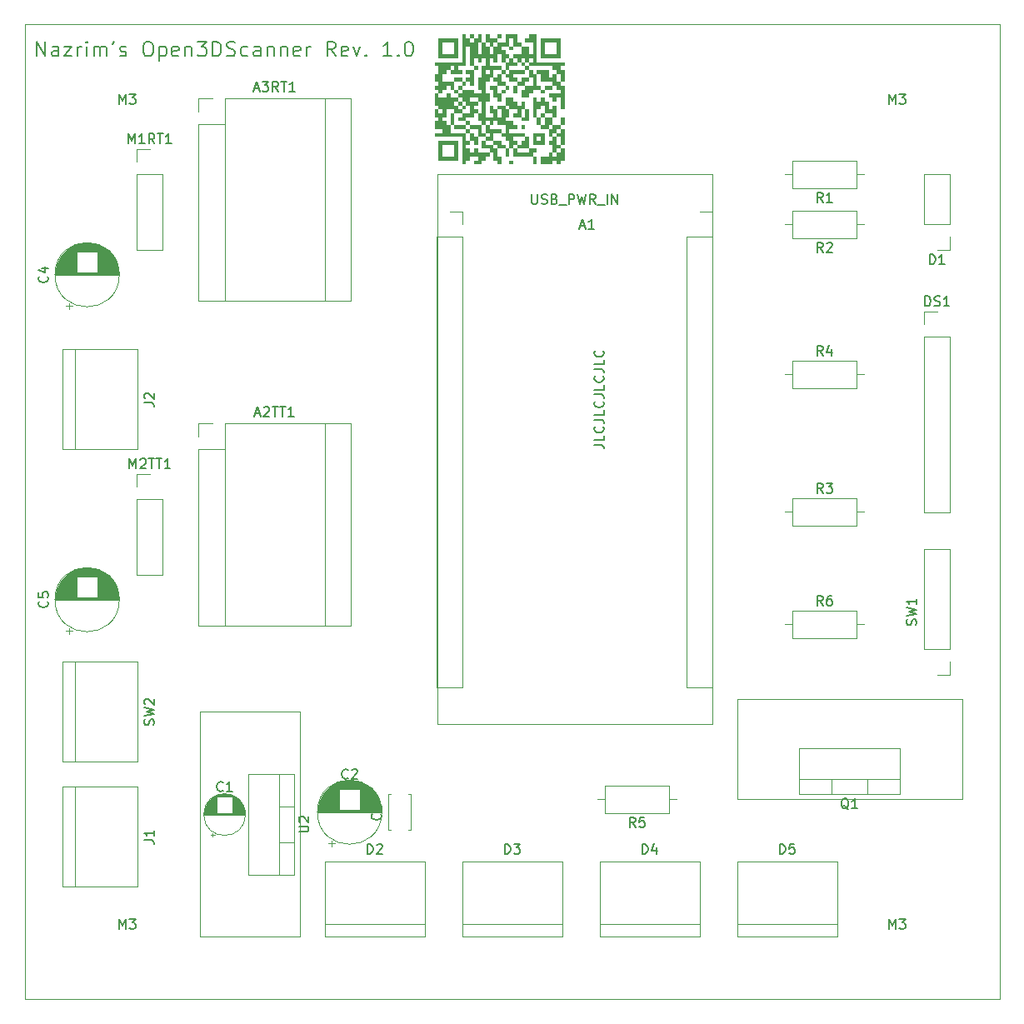
<source format=gbr>
G04 #@! TF.GenerationSoftware,KiCad,Pcbnew,(5.1.2)-2*
G04 #@! TF.CreationDate,2019-07-27T17:10:03+02:00*
G04 #@! TF.ProjectId,3D Scanner,33442053-6361-46e6-9e65-722e6b696361,1.0*
G04 #@! TF.SameCoordinates,Original*
G04 #@! TF.FileFunction,Legend,Top*
G04 #@! TF.FilePolarity,Positive*
%FSLAX46Y46*%
G04 Gerber Fmt 4.6, Leading zero omitted, Abs format (unit mm)*
G04 Created by KiCad (PCBNEW (5.1.2)-2) date 2019-07-27 17:10:03*
%MOMM*%
%LPD*%
G04 APERTURE LIST*
%ADD10C,0.150000*%
%ADD11C,0.050000*%
%ADD12C,0.120000*%
G04 APERTURE END LIST*
D10*
X59668571Y-71798571D02*
X59668571Y-70298571D01*
X60525714Y-71798571D01*
X60525714Y-70298571D01*
X61882857Y-71798571D02*
X61882857Y-71012857D01*
X61811428Y-70870000D01*
X61668571Y-70798571D01*
X61382857Y-70798571D01*
X61239999Y-70870000D01*
X61882857Y-71727142D02*
X61739999Y-71798571D01*
X61382857Y-71798571D01*
X61239999Y-71727142D01*
X61168571Y-71584285D01*
X61168571Y-71441428D01*
X61239999Y-71298571D01*
X61382857Y-71227142D01*
X61739999Y-71227142D01*
X61882857Y-71155714D01*
X62454285Y-70798571D02*
X63239999Y-70798571D01*
X62454285Y-71798571D01*
X63239999Y-71798571D01*
X63811428Y-71798571D02*
X63811428Y-70798571D01*
X63811428Y-71084285D02*
X63882857Y-70941428D01*
X63954285Y-70870000D01*
X64097142Y-70798571D01*
X64239999Y-70798571D01*
X64739999Y-71798571D02*
X64739999Y-70798571D01*
X64739999Y-70298571D02*
X64668571Y-70370000D01*
X64739999Y-70441428D01*
X64811428Y-70370000D01*
X64739999Y-70298571D01*
X64739999Y-70441428D01*
X65454285Y-71798571D02*
X65454285Y-70798571D01*
X65454285Y-70941428D02*
X65525714Y-70870000D01*
X65668571Y-70798571D01*
X65882857Y-70798571D01*
X66025714Y-70870000D01*
X66097142Y-71012857D01*
X66097142Y-71798571D01*
X66097142Y-71012857D02*
X66168571Y-70870000D01*
X66311428Y-70798571D01*
X66525714Y-70798571D01*
X66668571Y-70870000D01*
X66739999Y-71012857D01*
X66739999Y-71798571D01*
X67525714Y-70298571D02*
X67382857Y-70584285D01*
X68097142Y-71727142D02*
X68240000Y-71798571D01*
X68525714Y-71798571D01*
X68668571Y-71727142D01*
X68740000Y-71584285D01*
X68740000Y-71512857D01*
X68668571Y-71370000D01*
X68525714Y-71298571D01*
X68311428Y-71298571D01*
X68168571Y-71227142D01*
X68097142Y-71084285D01*
X68097142Y-71012857D01*
X68168571Y-70870000D01*
X68311428Y-70798571D01*
X68525714Y-70798571D01*
X68668571Y-70870000D01*
X70811428Y-70298571D02*
X71097142Y-70298571D01*
X71240000Y-70370000D01*
X71382857Y-70512857D01*
X71454285Y-70798571D01*
X71454285Y-71298571D01*
X71382857Y-71584285D01*
X71240000Y-71727142D01*
X71097142Y-71798571D01*
X70811428Y-71798571D01*
X70668571Y-71727142D01*
X70525714Y-71584285D01*
X70454285Y-71298571D01*
X70454285Y-70798571D01*
X70525714Y-70512857D01*
X70668571Y-70370000D01*
X70811428Y-70298571D01*
X72097142Y-70798571D02*
X72097142Y-72298571D01*
X72097142Y-70870000D02*
X72240000Y-70798571D01*
X72525714Y-70798571D01*
X72668571Y-70870000D01*
X72740000Y-70941428D01*
X72811428Y-71084285D01*
X72811428Y-71512857D01*
X72740000Y-71655714D01*
X72668571Y-71727142D01*
X72525714Y-71798571D01*
X72240000Y-71798571D01*
X72097142Y-71727142D01*
X74025714Y-71727142D02*
X73882857Y-71798571D01*
X73597142Y-71798571D01*
X73454285Y-71727142D01*
X73382857Y-71584285D01*
X73382857Y-71012857D01*
X73454285Y-70870000D01*
X73597142Y-70798571D01*
X73882857Y-70798571D01*
X74025714Y-70870000D01*
X74097142Y-71012857D01*
X74097142Y-71155714D01*
X73382857Y-71298571D01*
X74740000Y-70798571D02*
X74740000Y-71798571D01*
X74740000Y-70941428D02*
X74811428Y-70870000D01*
X74954285Y-70798571D01*
X75168571Y-70798571D01*
X75311428Y-70870000D01*
X75382857Y-71012857D01*
X75382857Y-71798571D01*
X75954285Y-70298571D02*
X76882857Y-70298571D01*
X76382857Y-70870000D01*
X76597142Y-70870000D01*
X76740000Y-70941428D01*
X76811428Y-71012857D01*
X76882857Y-71155714D01*
X76882857Y-71512857D01*
X76811428Y-71655714D01*
X76740000Y-71727142D01*
X76597142Y-71798571D01*
X76168571Y-71798571D01*
X76025714Y-71727142D01*
X75954285Y-71655714D01*
X77525714Y-71798571D02*
X77525714Y-70298571D01*
X77882857Y-70298571D01*
X78097142Y-70370000D01*
X78240000Y-70512857D01*
X78311428Y-70655714D01*
X78382857Y-70941428D01*
X78382857Y-71155714D01*
X78311428Y-71441428D01*
X78240000Y-71584285D01*
X78097142Y-71727142D01*
X77882857Y-71798571D01*
X77525714Y-71798571D01*
X78954285Y-71727142D02*
X79168571Y-71798571D01*
X79525714Y-71798571D01*
X79668571Y-71727142D01*
X79740000Y-71655714D01*
X79811428Y-71512857D01*
X79811428Y-71370000D01*
X79740000Y-71227142D01*
X79668571Y-71155714D01*
X79525714Y-71084285D01*
X79240000Y-71012857D01*
X79097142Y-70941428D01*
X79025714Y-70870000D01*
X78954285Y-70727142D01*
X78954285Y-70584285D01*
X79025714Y-70441428D01*
X79097142Y-70370000D01*
X79240000Y-70298571D01*
X79597142Y-70298571D01*
X79811428Y-70370000D01*
X81097142Y-71727142D02*
X80954285Y-71798571D01*
X80668571Y-71798571D01*
X80525714Y-71727142D01*
X80454285Y-71655714D01*
X80382857Y-71512857D01*
X80382857Y-71084285D01*
X80454285Y-70941428D01*
X80525714Y-70870000D01*
X80668571Y-70798571D01*
X80954285Y-70798571D01*
X81097142Y-70870000D01*
X82382857Y-71798571D02*
X82382857Y-71012857D01*
X82311428Y-70870000D01*
X82168571Y-70798571D01*
X81882857Y-70798571D01*
X81740000Y-70870000D01*
X82382857Y-71727142D02*
X82240000Y-71798571D01*
X81882857Y-71798571D01*
X81740000Y-71727142D01*
X81668571Y-71584285D01*
X81668571Y-71441428D01*
X81740000Y-71298571D01*
X81882857Y-71227142D01*
X82240000Y-71227142D01*
X82382857Y-71155714D01*
X83097142Y-70798571D02*
X83097142Y-71798571D01*
X83097142Y-70941428D02*
X83168571Y-70870000D01*
X83311428Y-70798571D01*
X83525714Y-70798571D01*
X83668571Y-70870000D01*
X83740000Y-71012857D01*
X83740000Y-71798571D01*
X84454285Y-70798571D02*
X84454285Y-71798571D01*
X84454285Y-70941428D02*
X84525714Y-70870000D01*
X84668571Y-70798571D01*
X84882857Y-70798571D01*
X85025714Y-70870000D01*
X85097142Y-71012857D01*
X85097142Y-71798571D01*
X86382857Y-71727142D02*
X86240000Y-71798571D01*
X85954285Y-71798571D01*
X85811428Y-71727142D01*
X85740000Y-71584285D01*
X85740000Y-71012857D01*
X85811428Y-70870000D01*
X85954285Y-70798571D01*
X86240000Y-70798571D01*
X86382857Y-70870000D01*
X86454285Y-71012857D01*
X86454285Y-71155714D01*
X85740000Y-71298571D01*
X87097142Y-71798571D02*
X87097142Y-70798571D01*
X87097142Y-71084285D02*
X87168571Y-70941428D01*
X87240000Y-70870000D01*
X87382857Y-70798571D01*
X87525714Y-70798571D01*
X90025714Y-71798571D02*
X89525714Y-71084285D01*
X89168571Y-71798571D02*
X89168571Y-70298571D01*
X89740000Y-70298571D01*
X89882857Y-70370000D01*
X89954285Y-70441428D01*
X90025714Y-70584285D01*
X90025714Y-70798571D01*
X89954285Y-70941428D01*
X89882857Y-71012857D01*
X89740000Y-71084285D01*
X89168571Y-71084285D01*
X91240000Y-71727142D02*
X91097142Y-71798571D01*
X90811428Y-71798571D01*
X90668571Y-71727142D01*
X90597142Y-71584285D01*
X90597142Y-71012857D01*
X90668571Y-70870000D01*
X90811428Y-70798571D01*
X91097142Y-70798571D01*
X91240000Y-70870000D01*
X91311428Y-71012857D01*
X91311428Y-71155714D01*
X90597142Y-71298571D01*
X91811428Y-70798571D02*
X92168571Y-71798571D01*
X92525714Y-70798571D01*
X93097142Y-71655714D02*
X93168571Y-71727142D01*
X93097142Y-71798571D01*
X93025714Y-71727142D01*
X93097142Y-71655714D01*
X93097142Y-71798571D01*
X95740000Y-71798571D02*
X94882857Y-71798571D01*
X95311428Y-71798571D02*
X95311428Y-70298571D01*
X95168571Y-70512857D01*
X95025714Y-70655714D01*
X94882857Y-70727142D01*
X96382857Y-71655714D02*
X96454285Y-71727142D01*
X96382857Y-71798571D01*
X96311428Y-71727142D01*
X96382857Y-71655714D01*
X96382857Y-71798571D01*
X97382857Y-70298571D02*
X97525714Y-70298571D01*
X97668571Y-70370000D01*
X97740000Y-70441428D01*
X97811428Y-70584285D01*
X97882857Y-70870000D01*
X97882857Y-71227142D01*
X97811428Y-71512857D01*
X97740000Y-71655714D01*
X97668571Y-71727142D01*
X97525714Y-71798571D01*
X97382857Y-71798571D01*
X97240000Y-71727142D01*
X97168571Y-71655714D01*
X97097142Y-71512857D01*
X97025714Y-71227142D01*
X97025714Y-70870000D01*
X97097142Y-70584285D01*
X97168571Y-70441428D01*
X97240000Y-70370000D01*
X97382857Y-70298571D01*
X116292380Y-111299047D02*
X117006666Y-111299047D01*
X117149523Y-111346666D01*
X117244761Y-111441904D01*
X117292380Y-111584761D01*
X117292380Y-111680000D01*
X117292380Y-110346666D02*
X117292380Y-110822857D01*
X116292380Y-110822857D01*
X117197142Y-109441904D02*
X117244761Y-109489523D01*
X117292380Y-109632380D01*
X117292380Y-109727619D01*
X117244761Y-109870476D01*
X117149523Y-109965714D01*
X117054285Y-110013333D01*
X116863809Y-110060952D01*
X116720952Y-110060952D01*
X116530476Y-110013333D01*
X116435238Y-109965714D01*
X116340000Y-109870476D01*
X116292380Y-109727619D01*
X116292380Y-109632380D01*
X116340000Y-109489523D01*
X116387619Y-109441904D01*
X116292380Y-108727619D02*
X117006666Y-108727619D01*
X117149523Y-108775238D01*
X117244761Y-108870476D01*
X117292380Y-109013333D01*
X117292380Y-109108571D01*
X117292380Y-107775238D02*
X117292380Y-108251428D01*
X116292380Y-108251428D01*
X117197142Y-106870476D02*
X117244761Y-106918095D01*
X117292380Y-107060952D01*
X117292380Y-107156190D01*
X117244761Y-107299047D01*
X117149523Y-107394285D01*
X117054285Y-107441904D01*
X116863809Y-107489523D01*
X116720952Y-107489523D01*
X116530476Y-107441904D01*
X116435238Y-107394285D01*
X116340000Y-107299047D01*
X116292380Y-107156190D01*
X116292380Y-107060952D01*
X116340000Y-106918095D01*
X116387619Y-106870476D01*
X116292380Y-106156190D02*
X117006666Y-106156190D01*
X117149523Y-106203809D01*
X117244761Y-106299047D01*
X117292380Y-106441904D01*
X117292380Y-106537142D01*
X117292380Y-105203809D02*
X117292380Y-105680000D01*
X116292380Y-105680000D01*
X117197142Y-104299047D02*
X117244761Y-104346666D01*
X117292380Y-104489523D01*
X117292380Y-104584761D01*
X117244761Y-104727619D01*
X117149523Y-104822857D01*
X117054285Y-104870476D01*
X116863809Y-104918095D01*
X116720952Y-104918095D01*
X116530476Y-104870476D01*
X116435238Y-104822857D01*
X116340000Y-104727619D01*
X116292380Y-104584761D01*
X116292380Y-104489523D01*
X116340000Y-104346666D01*
X116387619Y-104299047D01*
X116292380Y-103584761D02*
X117006666Y-103584761D01*
X117149523Y-103632380D01*
X117244761Y-103727619D01*
X117292380Y-103870476D01*
X117292380Y-103965714D01*
X117292380Y-102632380D02*
X117292380Y-103108571D01*
X116292380Y-103108571D01*
X117197142Y-101727619D02*
X117244761Y-101775238D01*
X117292380Y-101918095D01*
X117292380Y-102013333D01*
X117244761Y-102156190D01*
X117149523Y-102251428D01*
X117054285Y-102299047D01*
X116863809Y-102346666D01*
X116720952Y-102346666D01*
X116530476Y-102299047D01*
X116435238Y-102251428D01*
X116340000Y-102156190D01*
X116292380Y-102013333D01*
X116292380Y-101918095D01*
X116340000Y-101775238D01*
X116387619Y-101727619D01*
D11*
X58420000Y-163830000D02*
X58420000Y-68580000D01*
X157480000Y-68580000D02*
X157480000Y-163830000D01*
X58420000Y-68580000D02*
X157480000Y-68580000D01*
X58420000Y-167640000D02*
X58420000Y-163830000D01*
X157480000Y-167640000D02*
X58420000Y-167640000D01*
X157480000Y-163830000D02*
X157480000Y-167640000D01*
D10*
G36*
X112880000Y-82800000D02*
G01*
X112880000Y-82400000D01*
X112480000Y-82400000D01*
X112480000Y-82800000D01*
X112880000Y-82800000D01*
G37*
G36*
X112080000Y-82800000D02*
G01*
X112080000Y-82400000D01*
X111680000Y-82400000D01*
X111680000Y-82800000D01*
X112080000Y-82800000D01*
G37*
G36*
X111680000Y-82800000D02*
G01*
X111680000Y-82400000D01*
X111280000Y-82400000D01*
X111280000Y-82800000D01*
X111680000Y-82800000D01*
G37*
G36*
X111280000Y-82800000D02*
G01*
X111280000Y-82400000D01*
X110880000Y-82400000D01*
X110880000Y-82800000D01*
X111280000Y-82800000D01*
G37*
G36*
X110480000Y-82800000D02*
G01*
X110480000Y-82400000D01*
X110080000Y-82400000D01*
X110080000Y-82800000D01*
X110480000Y-82800000D01*
G37*
G36*
X108080000Y-82800000D02*
G01*
X108080000Y-82400000D01*
X107680000Y-82400000D01*
X107680000Y-82800000D01*
X108080000Y-82800000D01*
G37*
G36*
X106880000Y-82800000D02*
G01*
X106880000Y-82400000D01*
X106480000Y-82400000D01*
X106480000Y-82800000D01*
X106880000Y-82800000D01*
G37*
G36*
X104880000Y-82800000D02*
G01*
X104880000Y-82400000D01*
X104480000Y-82400000D01*
X104480000Y-82800000D01*
X104880000Y-82800000D01*
G37*
G36*
X104480000Y-82800000D02*
G01*
X104480000Y-82400000D01*
X104080000Y-82400000D01*
X104080000Y-82800000D01*
X104480000Y-82800000D01*
G37*
G36*
X103280000Y-82800000D02*
G01*
X103280000Y-82400000D01*
X102880000Y-82400000D01*
X102880000Y-82800000D01*
X103280000Y-82800000D01*
G37*
G36*
X113280000Y-82400000D02*
G01*
X113280000Y-82000000D01*
X112880000Y-82000000D01*
X112880000Y-82400000D01*
X113280000Y-82400000D01*
G37*
G36*
X112880000Y-82400000D02*
G01*
X112880000Y-82000000D01*
X112480000Y-82000000D01*
X112480000Y-82400000D01*
X112880000Y-82400000D01*
G37*
G36*
X112480000Y-82400000D02*
G01*
X112480000Y-82000000D01*
X112080000Y-82000000D01*
X112080000Y-82400000D01*
X112480000Y-82400000D01*
G37*
G36*
X112080000Y-82400000D02*
G01*
X112080000Y-82000000D01*
X111680000Y-82000000D01*
X111680000Y-82400000D01*
X112080000Y-82400000D01*
G37*
G36*
X111680000Y-82400000D02*
G01*
X111680000Y-82000000D01*
X111280000Y-82000000D01*
X111280000Y-82400000D01*
X111680000Y-82400000D01*
G37*
G36*
X111280000Y-82400000D02*
G01*
X111280000Y-82000000D01*
X110880000Y-82000000D01*
X110880000Y-82400000D01*
X111280000Y-82400000D01*
G37*
G36*
X110480000Y-82400000D02*
G01*
X110480000Y-82000000D01*
X110080000Y-82000000D01*
X110080000Y-82400000D01*
X110480000Y-82400000D01*
G37*
G36*
X106880000Y-82400000D02*
G01*
X106880000Y-82000000D01*
X106480000Y-82000000D01*
X106480000Y-82400000D01*
X106880000Y-82400000D01*
G37*
G36*
X106480000Y-82400000D02*
G01*
X106480000Y-82000000D01*
X106080000Y-82000000D01*
X106080000Y-82400000D01*
X106480000Y-82400000D01*
G37*
G36*
X105280000Y-82400000D02*
G01*
X105280000Y-82000000D01*
X104880000Y-82000000D01*
X104880000Y-82400000D01*
X105280000Y-82400000D01*
G37*
G36*
X104880000Y-82400000D02*
G01*
X104880000Y-82000000D01*
X104480000Y-82000000D01*
X104480000Y-82400000D01*
X104880000Y-82400000D01*
G37*
G36*
X103680000Y-82400000D02*
G01*
X103680000Y-82000000D01*
X103280000Y-82000000D01*
X103280000Y-82400000D01*
X103680000Y-82400000D01*
G37*
G36*
X103280000Y-82400000D02*
G01*
X103280000Y-82000000D01*
X102880000Y-82000000D01*
X102880000Y-82400000D01*
X103280000Y-82400000D01*
G37*
G36*
X102480000Y-82400000D02*
G01*
X102480000Y-82000000D01*
X102080000Y-82000000D01*
X102080000Y-82400000D01*
X102480000Y-82400000D01*
G37*
G36*
X102080000Y-82400000D02*
G01*
X102080000Y-82000000D01*
X101680000Y-82000000D01*
X101680000Y-82400000D01*
X102080000Y-82400000D01*
G37*
G36*
X101680000Y-82400000D02*
G01*
X101680000Y-82000000D01*
X101280000Y-82000000D01*
X101280000Y-82400000D01*
X101680000Y-82400000D01*
G37*
G36*
X101280000Y-82400000D02*
G01*
X101280000Y-82000000D01*
X100880000Y-82000000D01*
X100880000Y-82400000D01*
X101280000Y-82400000D01*
G37*
G36*
X100880000Y-82400000D02*
G01*
X100880000Y-82000000D01*
X100480000Y-82000000D01*
X100480000Y-82400000D01*
X100880000Y-82400000D01*
G37*
G36*
X113280000Y-82000000D02*
G01*
X113280000Y-81600000D01*
X112880000Y-81600000D01*
X112880000Y-82000000D01*
X113280000Y-82000000D01*
G37*
G36*
X112880000Y-82000000D02*
G01*
X112880000Y-81600000D01*
X112480000Y-81600000D01*
X112480000Y-82000000D01*
X112880000Y-82000000D01*
G37*
G36*
X112080000Y-82000000D02*
G01*
X112080000Y-81600000D01*
X111680000Y-81600000D01*
X111680000Y-82000000D01*
X112080000Y-82000000D01*
G37*
G36*
X110080000Y-82000000D02*
G01*
X110080000Y-81600000D01*
X109680000Y-81600000D01*
X109680000Y-82000000D01*
X110080000Y-82000000D01*
G37*
G36*
X109680000Y-82000000D02*
G01*
X109680000Y-81600000D01*
X109280000Y-81600000D01*
X109280000Y-82000000D01*
X109680000Y-82000000D01*
G37*
G36*
X109280000Y-82000000D02*
G01*
X109280000Y-81600000D01*
X108880000Y-81600000D01*
X108880000Y-82000000D01*
X109280000Y-82000000D01*
G37*
G36*
X108880000Y-82000000D02*
G01*
X108880000Y-81600000D01*
X108480000Y-81600000D01*
X108480000Y-82000000D01*
X108880000Y-82000000D01*
G37*
G36*
X108480000Y-82000000D02*
G01*
X108480000Y-81600000D01*
X108080000Y-81600000D01*
X108080000Y-82000000D01*
X108480000Y-82000000D01*
G37*
G36*
X107680000Y-82000000D02*
G01*
X107680000Y-81600000D01*
X107280000Y-81600000D01*
X107280000Y-82000000D01*
X107680000Y-82000000D01*
G37*
G36*
X106480000Y-82000000D02*
G01*
X106480000Y-81600000D01*
X106080000Y-81600000D01*
X106080000Y-82000000D01*
X106480000Y-82000000D01*
G37*
G36*
X105680000Y-82000000D02*
G01*
X105680000Y-81600000D01*
X105280000Y-81600000D01*
X105280000Y-82000000D01*
X105680000Y-82000000D01*
G37*
G36*
X105280000Y-82000000D02*
G01*
X105280000Y-81600000D01*
X104880000Y-81600000D01*
X104880000Y-82000000D01*
X105280000Y-82000000D01*
G37*
G36*
X104880000Y-82000000D02*
G01*
X104880000Y-81600000D01*
X104480000Y-81600000D01*
X104480000Y-82000000D01*
X104880000Y-82000000D01*
G37*
G36*
X104480000Y-82000000D02*
G01*
X104480000Y-81600000D01*
X104080000Y-81600000D01*
X104080000Y-82000000D01*
X104480000Y-82000000D01*
G37*
G36*
X104080000Y-82000000D02*
G01*
X104080000Y-81600000D01*
X103680000Y-81600000D01*
X103680000Y-82000000D01*
X104080000Y-82000000D01*
G37*
G36*
X103680000Y-82000000D02*
G01*
X103680000Y-81600000D01*
X103280000Y-81600000D01*
X103280000Y-82000000D01*
X103680000Y-82000000D01*
G37*
G36*
X103280000Y-82000000D02*
G01*
X103280000Y-81600000D01*
X102880000Y-81600000D01*
X102880000Y-82000000D01*
X103280000Y-82000000D01*
G37*
G36*
X102480000Y-82000000D02*
G01*
X102480000Y-81600000D01*
X102080000Y-81600000D01*
X102080000Y-82000000D01*
X102480000Y-82000000D01*
G37*
G36*
X100880000Y-82000000D02*
G01*
X100880000Y-81600000D01*
X100480000Y-81600000D01*
X100480000Y-82000000D01*
X100880000Y-82000000D01*
G37*
G36*
X113280000Y-81600000D02*
G01*
X113280000Y-81200000D01*
X112880000Y-81200000D01*
X112880000Y-81600000D01*
X113280000Y-81600000D01*
G37*
G36*
X112480000Y-81600000D02*
G01*
X112480000Y-81200000D01*
X112080000Y-81200000D01*
X112080000Y-81600000D01*
X112480000Y-81600000D01*
G37*
G36*
X110480000Y-81600000D02*
G01*
X110480000Y-81200000D01*
X110080000Y-81200000D01*
X110080000Y-81600000D01*
X110480000Y-81600000D01*
G37*
G36*
X110080000Y-81600000D02*
G01*
X110080000Y-81200000D01*
X109680000Y-81200000D01*
X109680000Y-81600000D01*
X110080000Y-81600000D01*
G37*
G36*
X108480000Y-81600000D02*
G01*
X108480000Y-81200000D01*
X108080000Y-81200000D01*
X108080000Y-81600000D01*
X108480000Y-81600000D01*
G37*
G36*
X107680000Y-81600000D02*
G01*
X107680000Y-81200000D01*
X107280000Y-81200000D01*
X107280000Y-81600000D01*
X107680000Y-81600000D01*
G37*
G36*
X106480000Y-81600000D02*
G01*
X106480000Y-81200000D01*
X106080000Y-81200000D01*
X106080000Y-81600000D01*
X106480000Y-81600000D01*
G37*
G36*
X106080000Y-81600000D02*
G01*
X106080000Y-81200000D01*
X105680000Y-81200000D01*
X105680000Y-81600000D01*
X106080000Y-81600000D01*
G37*
G36*
X104480000Y-81600000D02*
G01*
X104480000Y-81200000D01*
X104080000Y-81200000D01*
X104080000Y-81600000D01*
X104480000Y-81600000D01*
G37*
G36*
X103680000Y-81600000D02*
G01*
X103680000Y-81200000D01*
X103280000Y-81200000D01*
X103280000Y-81600000D01*
X103680000Y-81600000D01*
G37*
G36*
X103280000Y-81600000D02*
G01*
X103280000Y-81200000D01*
X102880000Y-81200000D01*
X102880000Y-81600000D01*
X103280000Y-81600000D01*
G37*
G36*
X102480000Y-81600000D02*
G01*
X102480000Y-81200000D01*
X102080000Y-81200000D01*
X102080000Y-81600000D01*
X102480000Y-81600000D01*
G37*
G36*
X100880000Y-81600000D02*
G01*
X100880000Y-81200000D01*
X100480000Y-81200000D01*
X100480000Y-81600000D01*
X100880000Y-81600000D01*
G37*
G36*
X112880000Y-81200000D02*
G01*
X112880000Y-80800000D01*
X112480000Y-80800000D01*
X112480000Y-81200000D01*
X112880000Y-81200000D01*
G37*
G36*
X112480000Y-81200000D02*
G01*
X112480000Y-80800000D01*
X112080000Y-80800000D01*
X112080000Y-81200000D01*
X112480000Y-81200000D01*
G37*
G36*
X109680000Y-81200000D02*
G01*
X109680000Y-80800000D01*
X109280000Y-80800000D01*
X109280000Y-81200000D01*
X109680000Y-81200000D01*
G37*
G36*
X109280000Y-81200000D02*
G01*
X109280000Y-80800000D01*
X108880000Y-80800000D01*
X108880000Y-81200000D01*
X109280000Y-81200000D01*
G37*
G36*
X108880000Y-81200000D02*
G01*
X108880000Y-80800000D01*
X108480000Y-80800000D01*
X108480000Y-81200000D01*
X108880000Y-81200000D01*
G37*
G36*
X108080000Y-81200000D02*
G01*
X108080000Y-80800000D01*
X107680000Y-80800000D01*
X107680000Y-81200000D01*
X108080000Y-81200000D01*
G37*
G36*
X107280000Y-81200000D02*
G01*
X107280000Y-80800000D01*
X106880000Y-80800000D01*
X106880000Y-81200000D01*
X107280000Y-81200000D01*
G37*
G36*
X106880000Y-81200000D02*
G01*
X106880000Y-80800000D01*
X106480000Y-80800000D01*
X106480000Y-81200000D01*
X106880000Y-81200000D01*
G37*
G36*
X106080000Y-81200000D02*
G01*
X106080000Y-80800000D01*
X105680000Y-80800000D01*
X105680000Y-81200000D01*
X106080000Y-81200000D01*
G37*
G36*
X105680000Y-81200000D02*
G01*
X105680000Y-80800000D01*
X105280000Y-80800000D01*
X105280000Y-81200000D01*
X105680000Y-81200000D01*
G37*
G36*
X105280000Y-81200000D02*
G01*
X105280000Y-80800000D01*
X104880000Y-80800000D01*
X104880000Y-81200000D01*
X105280000Y-81200000D01*
G37*
G36*
X103280000Y-81200000D02*
G01*
X103280000Y-80800000D01*
X102880000Y-80800000D01*
X102880000Y-81200000D01*
X103280000Y-81200000D01*
G37*
G36*
X102480000Y-81200000D02*
G01*
X102480000Y-80800000D01*
X102080000Y-80800000D01*
X102080000Y-81200000D01*
X102480000Y-81200000D01*
G37*
G36*
X100880000Y-81200000D02*
G01*
X100880000Y-80800000D01*
X100480000Y-80800000D01*
X100480000Y-81200000D01*
X100880000Y-81200000D01*
G37*
G36*
X113280000Y-80800000D02*
G01*
X113280000Y-80400000D01*
X112880000Y-80400000D01*
X112880000Y-80800000D01*
X113280000Y-80800000D01*
G37*
G36*
X112480000Y-80800000D02*
G01*
X112480000Y-80400000D01*
X112080000Y-80400000D01*
X112080000Y-80800000D01*
X112480000Y-80800000D01*
G37*
G36*
X112080000Y-80800000D02*
G01*
X112080000Y-80400000D01*
X111680000Y-80400000D01*
X111680000Y-80800000D01*
X112080000Y-80800000D01*
G37*
G36*
X111280000Y-80800000D02*
G01*
X111280000Y-80400000D01*
X110880000Y-80400000D01*
X110880000Y-80800000D01*
X111280000Y-80800000D01*
G37*
G36*
X110880000Y-80800000D02*
G01*
X110880000Y-80400000D01*
X110480000Y-80400000D01*
X110480000Y-80800000D01*
X110880000Y-80800000D01*
G37*
G36*
X110480000Y-80800000D02*
G01*
X110480000Y-80400000D01*
X110080000Y-80400000D01*
X110080000Y-80800000D01*
X110480000Y-80800000D01*
G37*
G36*
X109680000Y-80800000D02*
G01*
X109680000Y-80400000D01*
X109280000Y-80400000D01*
X109280000Y-80800000D01*
X109680000Y-80800000D01*
G37*
G36*
X109280000Y-80800000D02*
G01*
X109280000Y-80400000D01*
X108880000Y-80400000D01*
X108880000Y-80800000D01*
X109280000Y-80800000D01*
G37*
G36*
X108480000Y-80800000D02*
G01*
X108480000Y-80400000D01*
X108080000Y-80400000D01*
X108080000Y-80800000D01*
X108480000Y-80800000D01*
G37*
G36*
X108080000Y-80800000D02*
G01*
X108080000Y-80400000D01*
X107680000Y-80400000D01*
X107680000Y-80800000D01*
X108080000Y-80800000D01*
G37*
G36*
X106880000Y-80800000D02*
G01*
X106880000Y-80400000D01*
X106480000Y-80400000D01*
X106480000Y-80800000D01*
X106880000Y-80800000D01*
G37*
G36*
X106480000Y-80800000D02*
G01*
X106480000Y-80400000D01*
X106080000Y-80400000D01*
X106080000Y-80800000D01*
X106480000Y-80800000D01*
G37*
G36*
X105280000Y-80800000D02*
G01*
X105280000Y-80400000D01*
X104880000Y-80400000D01*
X104880000Y-80800000D01*
X105280000Y-80800000D01*
G37*
G36*
X104480000Y-80800000D02*
G01*
X104480000Y-80400000D01*
X104080000Y-80400000D01*
X104080000Y-80800000D01*
X104480000Y-80800000D01*
G37*
G36*
X103680000Y-80800000D02*
G01*
X103680000Y-80400000D01*
X103280000Y-80400000D01*
X103280000Y-80800000D01*
X103680000Y-80800000D01*
G37*
G36*
X103280000Y-80800000D02*
G01*
X103280000Y-80400000D01*
X102880000Y-80400000D01*
X102880000Y-80800000D01*
X103280000Y-80800000D01*
G37*
G36*
X102480000Y-80800000D02*
G01*
X102480000Y-80400000D01*
X102080000Y-80400000D01*
X102080000Y-80800000D01*
X102480000Y-80800000D01*
G37*
G36*
X102080000Y-80800000D02*
G01*
X102080000Y-80400000D01*
X101680000Y-80400000D01*
X101680000Y-80800000D01*
X102080000Y-80800000D01*
G37*
G36*
X101680000Y-80800000D02*
G01*
X101680000Y-80400000D01*
X101280000Y-80400000D01*
X101280000Y-80800000D01*
X101680000Y-80800000D01*
G37*
G36*
X101280000Y-80800000D02*
G01*
X101280000Y-80400000D01*
X100880000Y-80400000D01*
X100880000Y-80800000D01*
X101280000Y-80800000D01*
G37*
G36*
X100880000Y-80800000D02*
G01*
X100880000Y-80400000D01*
X100480000Y-80400000D01*
X100480000Y-80800000D01*
X100880000Y-80800000D01*
G37*
G36*
X113280000Y-80400000D02*
G01*
X113280000Y-80000000D01*
X112880000Y-80000000D01*
X112880000Y-80400000D01*
X113280000Y-80400000D01*
G37*
G36*
X112480000Y-80400000D02*
G01*
X112480000Y-80000000D01*
X112080000Y-80000000D01*
X112080000Y-80400000D01*
X112480000Y-80400000D01*
G37*
G36*
X111280000Y-80400000D02*
G01*
X111280000Y-80000000D01*
X110880000Y-80000000D01*
X110880000Y-80400000D01*
X111280000Y-80400000D01*
G37*
G36*
X110480000Y-80400000D02*
G01*
X110480000Y-80000000D01*
X110080000Y-80000000D01*
X110080000Y-80400000D01*
X110480000Y-80400000D01*
G37*
G36*
X109680000Y-80400000D02*
G01*
X109680000Y-80000000D01*
X109280000Y-80000000D01*
X109280000Y-80400000D01*
X109680000Y-80400000D01*
G37*
G36*
X108080000Y-80400000D02*
G01*
X108080000Y-80000000D01*
X107680000Y-80000000D01*
X107680000Y-80400000D01*
X108080000Y-80400000D01*
G37*
G36*
X107680000Y-80400000D02*
G01*
X107680000Y-80000000D01*
X107280000Y-80000000D01*
X107280000Y-80400000D01*
X107680000Y-80400000D01*
G37*
G36*
X106080000Y-80400000D02*
G01*
X106080000Y-80000000D01*
X105680000Y-80000000D01*
X105680000Y-80400000D01*
X106080000Y-80400000D01*
G37*
G36*
X105680000Y-80400000D02*
G01*
X105680000Y-80000000D01*
X105280000Y-80000000D01*
X105280000Y-80400000D01*
X105680000Y-80400000D01*
G37*
G36*
X104480000Y-80400000D02*
G01*
X104480000Y-80000000D01*
X104080000Y-80000000D01*
X104080000Y-80400000D01*
X104480000Y-80400000D01*
G37*
G36*
X104080000Y-80400000D02*
G01*
X104080000Y-80000000D01*
X103680000Y-80000000D01*
X103680000Y-80400000D01*
X104080000Y-80400000D01*
G37*
G36*
X103280000Y-80400000D02*
G01*
X103280000Y-80000000D01*
X102880000Y-80000000D01*
X102880000Y-80400000D01*
X103280000Y-80400000D01*
G37*
G36*
X113280000Y-80000000D02*
G01*
X113280000Y-79600000D01*
X112880000Y-79600000D01*
X112880000Y-80000000D01*
X113280000Y-80000000D01*
G37*
G36*
X112880000Y-80000000D02*
G01*
X112880000Y-79600000D01*
X112480000Y-79600000D01*
X112480000Y-80000000D01*
X112880000Y-80000000D01*
G37*
G36*
X112080000Y-80000000D02*
G01*
X112080000Y-79600000D01*
X111680000Y-79600000D01*
X111680000Y-80000000D01*
X112080000Y-80000000D01*
G37*
G36*
X111280000Y-80000000D02*
G01*
X111280000Y-79600000D01*
X110880000Y-79600000D01*
X110880000Y-80000000D01*
X111280000Y-80000000D01*
G37*
G36*
X110880000Y-80000000D02*
G01*
X110880000Y-79600000D01*
X110480000Y-79600000D01*
X110480000Y-80000000D01*
X110880000Y-80000000D01*
G37*
G36*
X110480000Y-80000000D02*
G01*
X110480000Y-79600000D01*
X110080000Y-79600000D01*
X110080000Y-80000000D01*
X110480000Y-80000000D01*
G37*
G36*
X109280000Y-80000000D02*
G01*
X109280000Y-79600000D01*
X108880000Y-79600000D01*
X108880000Y-80000000D01*
X109280000Y-80000000D01*
G37*
G36*
X108880000Y-80000000D02*
G01*
X108880000Y-79600000D01*
X108480000Y-79600000D01*
X108480000Y-80000000D01*
X108880000Y-80000000D01*
G37*
G36*
X108480000Y-80000000D02*
G01*
X108480000Y-79600000D01*
X108080000Y-79600000D01*
X108080000Y-80000000D01*
X108480000Y-80000000D01*
G37*
G36*
X108080000Y-80000000D02*
G01*
X108080000Y-79600000D01*
X107680000Y-79600000D01*
X107680000Y-80000000D01*
X108080000Y-80000000D01*
G37*
G36*
X107680000Y-80000000D02*
G01*
X107680000Y-79600000D01*
X107280000Y-79600000D01*
X107280000Y-80000000D01*
X107680000Y-80000000D01*
G37*
G36*
X107280000Y-80000000D02*
G01*
X107280000Y-79600000D01*
X106880000Y-79600000D01*
X106880000Y-80000000D01*
X107280000Y-80000000D01*
G37*
G36*
X106080000Y-80000000D02*
G01*
X106080000Y-79600000D01*
X105680000Y-79600000D01*
X105680000Y-80000000D01*
X106080000Y-80000000D01*
G37*
G36*
X105280000Y-80000000D02*
G01*
X105280000Y-79600000D01*
X104880000Y-79600000D01*
X104880000Y-80000000D01*
X105280000Y-80000000D01*
G37*
G36*
X104880000Y-80000000D02*
G01*
X104880000Y-79600000D01*
X104480000Y-79600000D01*
X104480000Y-80000000D01*
X104880000Y-80000000D01*
G37*
G36*
X104080000Y-80000000D02*
G01*
X104080000Y-79600000D01*
X103680000Y-79600000D01*
X103680000Y-80000000D01*
X104080000Y-80000000D01*
G37*
G36*
X103280000Y-80000000D02*
G01*
X103280000Y-79600000D01*
X102880000Y-79600000D01*
X102880000Y-80000000D01*
X103280000Y-80000000D01*
G37*
G36*
X102880000Y-80000000D02*
G01*
X102880000Y-79600000D01*
X102480000Y-79600000D01*
X102480000Y-80000000D01*
X102880000Y-80000000D01*
G37*
G36*
X102480000Y-80000000D02*
G01*
X102480000Y-79600000D01*
X102080000Y-79600000D01*
X102080000Y-80000000D01*
X102480000Y-80000000D01*
G37*
G36*
X102080000Y-80000000D02*
G01*
X102080000Y-79600000D01*
X101680000Y-79600000D01*
X101680000Y-80000000D01*
X102080000Y-80000000D01*
G37*
G36*
X101680000Y-80000000D02*
G01*
X101680000Y-79600000D01*
X101280000Y-79600000D01*
X101280000Y-80000000D01*
X101680000Y-80000000D01*
G37*
G36*
X101280000Y-80000000D02*
G01*
X101280000Y-79600000D01*
X100880000Y-79600000D01*
X100880000Y-80000000D01*
X101280000Y-80000000D01*
G37*
G36*
X100880000Y-80000000D02*
G01*
X100880000Y-79600000D01*
X100480000Y-79600000D01*
X100480000Y-80000000D01*
X100880000Y-80000000D01*
G37*
G36*
X100480000Y-80000000D02*
G01*
X100480000Y-79600000D01*
X100080000Y-79600000D01*
X100080000Y-80000000D01*
X100480000Y-80000000D01*
G37*
G36*
X113280000Y-79600000D02*
G01*
X113280000Y-79200000D01*
X112880000Y-79200000D01*
X112880000Y-79600000D01*
X113280000Y-79600000D01*
G37*
G36*
X112480000Y-79600000D02*
G01*
X112480000Y-79200000D01*
X112080000Y-79200000D01*
X112080000Y-79600000D01*
X112480000Y-79600000D01*
G37*
G36*
X112080000Y-79600000D02*
G01*
X112080000Y-79200000D01*
X111680000Y-79200000D01*
X111680000Y-79600000D01*
X112080000Y-79600000D01*
G37*
G36*
X107680000Y-79600000D02*
G01*
X107680000Y-79200000D01*
X107280000Y-79200000D01*
X107280000Y-79600000D01*
X107680000Y-79600000D01*
G37*
G36*
X106880000Y-79600000D02*
G01*
X106880000Y-79200000D01*
X106480000Y-79200000D01*
X106480000Y-79600000D01*
X106880000Y-79600000D01*
G37*
G36*
X106480000Y-79600000D02*
G01*
X106480000Y-79200000D01*
X106080000Y-79200000D01*
X106080000Y-79600000D01*
X106480000Y-79600000D01*
G37*
G36*
X106080000Y-79600000D02*
G01*
X106080000Y-79200000D01*
X105680000Y-79200000D01*
X105680000Y-79600000D01*
X106080000Y-79600000D01*
G37*
G36*
X105680000Y-79600000D02*
G01*
X105680000Y-79200000D01*
X105280000Y-79200000D01*
X105280000Y-79600000D01*
X105680000Y-79600000D01*
G37*
G36*
X104880000Y-79600000D02*
G01*
X104880000Y-79200000D01*
X104480000Y-79200000D01*
X104480000Y-79600000D01*
X104880000Y-79600000D01*
G37*
G36*
X103680000Y-79600000D02*
G01*
X103680000Y-79200000D01*
X103280000Y-79200000D01*
X103280000Y-79600000D01*
X103680000Y-79600000D01*
G37*
G36*
X101680000Y-79600000D02*
G01*
X101680000Y-79200000D01*
X101280000Y-79200000D01*
X101280000Y-79600000D01*
X101680000Y-79600000D01*
G37*
G36*
X101280000Y-79600000D02*
G01*
X101280000Y-79200000D01*
X100880000Y-79200000D01*
X100880000Y-79600000D01*
X101280000Y-79600000D01*
G37*
G36*
X112880000Y-79200000D02*
G01*
X112880000Y-78800000D01*
X112480000Y-78800000D01*
X112480000Y-79200000D01*
X112880000Y-79200000D01*
G37*
G36*
X112480000Y-79200000D02*
G01*
X112480000Y-78800000D01*
X112080000Y-78800000D01*
X112080000Y-79200000D01*
X112480000Y-79200000D01*
G37*
G36*
X111680000Y-79200000D02*
G01*
X111680000Y-78800000D01*
X111280000Y-78800000D01*
X111280000Y-79200000D01*
X111680000Y-79200000D01*
G37*
G36*
X111280000Y-79200000D02*
G01*
X111280000Y-78800000D01*
X110880000Y-78800000D01*
X110880000Y-79200000D01*
X111280000Y-79200000D01*
G37*
G36*
X109280000Y-79200000D02*
G01*
X109280000Y-78800000D01*
X108880000Y-78800000D01*
X108880000Y-79200000D01*
X109280000Y-79200000D01*
G37*
G36*
X108480000Y-79200000D02*
G01*
X108480000Y-78800000D01*
X108080000Y-78800000D01*
X108080000Y-79200000D01*
X108480000Y-79200000D01*
G37*
G36*
X108080000Y-79200000D02*
G01*
X108080000Y-78800000D01*
X107680000Y-78800000D01*
X107680000Y-79200000D01*
X108080000Y-79200000D01*
G37*
G36*
X107680000Y-79200000D02*
G01*
X107680000Y-78800000D01*
X107280000Y-78800000D01*
X107280000Y-79200000D01*
X107680000Y-79200000D01*
G37*
G36*
X105680000Y-79200000D02*
G01*
X105680000Y-78800000D01*
X105280000Y-78800000D01*
X105280000Y-79200000D01*
X105680000Y-79200000D01*
G37*
G36*
X104880000Y-79200000D02*
G01*
X104880000Y-78800000D01*
X104480000Y-78800000D01*
X104480000Y-79200000D01*
X104880000Y-79200000D01*
G37*
G36*
X104480000Y-79200000D02*
G01*
X104480000Y-78800000D01*
X104080000Y-78800000D01*
X104080000Y-79200000D01*
X104480000Y-79200000D01*
G37*
G36*
X104080000Y-79200000D02*
G01*
X104080000Y-78800000D01*
X103680000Y-78800000D01*
X103680000Y-79200000D01*
X104080000Y-79200000D01*
G37*
G36*
X103280000Y-79200000D02*
G01*
X103280000Y-78800000D01*
X102880000Y-78800000D01*
X102880000Y-79200000D01*
X103280000Y-79200000D01*
G37*
G36*
X102880000Y-79200000D02*
G01*
X102880000Y-78800000D01*
X102480000Y-78800000D01*
X102480000Y-79200000D01*
X102880000Y-79200000D01*
G37*
G36*
X102480000Y-79200000D02*
G01*
X102480000Y-78800000D01*
X102080000Y-78800000D01*
X102080000Y-79200000D01*
X102480000Y-79200000D01*
G37*
G36*
X101680000Y-79200000D02*
G01*
X101680000Y-78800000D01*
X101280000Y-78800000D01*
X101280000Y-79200000D01*
X101680000Y-79200000D01*
G37*
G36*
X101280000Y-79200000D02*
G01*
X101280000Y-78800000D01*
X100880000Y-78800000D01*
X100880000Y-79200000D01*
X101280000Y-79200000D01*
G37*
G36*
X100880000Y-79200000D02*
G01*
X100880000Y-78800000D01*
X100480000Y-78800000D01*
X100480000Y-79200000D01*
X100880000Y-79200000D01*
G37*
G36*
X100480000Y-79200000D02*
G01*
X100480000Y-78800000D01*
X100080000Y-78800000D01*
X100080000Y-79200000D01*
X100480000Y-79200000D01*
G37*
G36*
X113280000Y-78800000D02*
G01*
X113280000Y-78400000D01*
X112880000Y-78400000D01*
X112880000Y-78800000D01*
X113280000Y-78800000D01*
G37*
G36*
X112080000Y-78800000D02*
G01*
X112080000Y-78400000D01*
X111680000Y-78400000D01*
X111680000Y-78800000D01*
X112080000Y-78800000D01*
G37*
G36*
X111680000Y-78800000D02*
G01*
X111680000Y-78400000D01*
X111280000Y-78400000D01*
X111280000Y-78800000D01*
X111680000Y-78800000D01*
G37*
G36*
X110880000Y-78800000D02*
G01*
X110880000Y-78400000D01*
X110480000Y-78400000D01*
X110480000Y-78800000D01*
X110880000Y-78800000D01*
G37*
G36*
X108080000Y-78800000D02*
G01*
X108080000Y-78400000D01*
X107680000Y-78400000D01*
X107680000Y-78800000D01*
X108080000Y-78800000D01*
G37*
G36*
X107680000Y-78800000D02*
G01*
X107680000Y-78400000D01*
X107280000Y-78400000D01*
X107280000Y-78800000D01*
X107680000Y-78800000D01*
G37*
G36*
X107280000Y-78800000D02*
G01*
X107280000Y-78400000D01*
X106880000Y-78400000D01*
X106880000Y-78800000D01*
X107280000Y-78800000D01*
G37*
G36*
X106880000Y-78800000D02*
G01*
X106880000Y-78400000D01*
X106480000Y-78400000D01*
X106480000Y-78800000D01*
X106880000Y-78800000D01*
G37*
G36*
X106080000Y-78800000D02*
G01*
X106080000Y-78400000D01*
X105680000Y-78400000D01*
X105680000Y-78800000D01*
X106080000Y-78800000D01*
G37*
G36*
X105280000Y-78800000D02*
G01*
X105280000Y-78400000D01*
X104880000Y-78400000D01*
X104880000Y-78800000D01*
X105280000Y-78800000D01*
G37*
G36*
X103680000Y-78800000D02*
G01*
X103680000Y-78400000D01*
X103280000Y-78400000D01*
X103280000Y-78800000D01*
X103680000Y-78800000D01*
G37*
G36*
X102080000Y-78800000D02*
G01*
X102080000Y-78400000D01*
X101680000Y-78400000D01*
X101680000Y-78800000D01*
X102080000Y-78800000D01*
G37*
G36*
X101280000Y-78800000D02*
G01*
X101280000Y-78400000D01*
X100880000Y-78400000D01*
X100880000Y-78800000D01*
X101280000Y-78800000D01*
G37*
G36*
X100880000Y-78800000D02*
G01*
X100880000Y-78400000D01*
X100480000Y-78400000D01*
X100480000Y-78800000D01*
X100880000Y-78800000D01*
G37*
G36*
X100480000Y-78800000D02*
G01*
X100480000Y-78400000D01*
X100080000Y-78400000D01*
X100080000Y-78800000D01*
X100480000Y-78800000D01*
G37*
G36*
X113280000Y-78400000D02*
G01*
X113280000Y-78000000D01*
X112880000Y-78000000D01*
X112880000Y-78400000D01*
X113280000Y-78400000D01*
G37*
G36*
X112080000Y-78400000D02*
G01*
X112080000Y-78000000D01*
X111680000Y-78000000D01*
X111680000Y-78400000D01*
X112080000Y-78400000D01*
G37*
G36*
X111680000Y-78400000D02*
G01*
X111680000Y-78000000D01*
X111280000Y-78000000D01*
X111280000Y-78400000D01*
X111680000Y-78400000D01*
G37*
G36*
X110880000Y-78400000D02*
G01*
X110880000Y-78000000D01*
X110480000Y-78000000D01*
X110480000Y-78400000D01*
X110880000Y-78400000D01*
G37*
G36*
X109680000Y-78400000D02*
G01*
X109680000Y-78000000D01*
X109280000Y-78000000D01*
X109280000Y-78400000D01*
X109680000Y-78400000D01*
G37*
G36*
X109280000Y-78400000D02*
G01*
X109280000Y-78000000D01*
X108880000Y-78000000D01*
X108880000Y-78400000D01*
X109280000Y-78400000D01*
G37*
G36*
X107280000Y-78400000D02*
G01*
X107280000Y-78000000D01*
X106880000Y-78000000D01*
X106880000Y-78400000D01*
X107280000Y-78400000D01*
G37*
G36*
X106880000Y-78400000D02*
G01*
X106880000Y-78000000D01*
X106480000Y-78000000D01*
X106480000Y-78400000D01*
X106880000Y-78400000D01*
G37*
G36*
X106480000Y-78400000D02*
G01*
X106480000Y-78000000D01*
X106080000Y-78000000D01*
X106080000Y-78400000D01*
X106480000Y-78400000D01*
G37*
G36*
X106080000Y-78400000D02*
G01*
X106080000Y-78000000D01*
X105680000Y-78000000D01*
X105680000Y-78400000D01*
X106080000Y-78400000D01*
G37*
G36*
X105680000Y-78400000D02*
G01*
X105680000Y-78000000D01*
X105280000Y-78000000D01*
X105280000Y-78400000D01*
X105680000Y-78400000D01*
G37*
G36*
X105280000Y-78400000D02*
G01*
X105280000Y-78000000D01*
X104880000Y-78000000D01*
X104880000Y-78400000D01*
X105280000Y-78400000D01*
G37*
G36*
X104880000Y-78400000D02*
G01*
X104880000Y-78000000D01*
X104480000Y-78000000D01*
X104480000Y-78400000D01*
X104880000Y-78400000D01*
G37*
G36*
X103280000Y-78400000D02*
G01*
X103280000Y-78000000D01*
X102880000Y-78000000D01*
X102880000Y-78400000D01*
X103280000Y-78400000D01*
G37*
G36*
X102880000Y-78400000D02*
G01*
X102880000Y-78000000D01*
X102480000Y-78000000D01*
X102480000Y-78400000D01*
X102880000Y-78400000D01*
G37*
G36*
X102080000Y-78400000D02*
G01*
X102080000Y-78000000D01*
X101680000Y-78000000D01*
X101680000Y-78400000D01*
X102080000Y-78400000D01*
G37*
G36*
X100880000Y-78400000D02*
G01*
X100880000Y-78000000D01*
X100480000Y-78000000D01*
X100480000Y-78400000D01*
X100880000Y-78400000D01*
G37*
G36*
X112480000Y-78000000D02*
G01*
X112480000Y-77600000D01*
X112080000Y-77600000D01*
X112080000Y-78000000D01*
X112480000Y-78000000D01*
G37*
G36*
X111280000Y-78000000D02*
G01*
X111280000Y-77600000D01*
X110880000Y-77600000D01*
X110880000Y-78000000D01*
X111280000Y-78000000D01*
G37*
G36*
X110480000Y-78000000D02*
G01*
X110480000Y-77600000D01*
X110080000Y-77600000D01*
X110080000Y-78000000D01*
X110480000Y-78000000D01*
G37*
G36*
X109680000Y-78000000D02*
G01*
X109680000Y-77600000D01*
X109280000Y-77600000D01*
X109280000Y-78000000D01*
X109680000Y-78000000D01*
G37*
G36*
X108880000Y-78000000D02*
G01*
X108880000Y-77600000D01*
X108480000Y-77600000D01*
X108480000Y-78000000D01*
X108880000Y-78000000D01*
G37*
G36*
X108480000Y-78000000D02*
G01*
X108480000Y-77600000D01*
X108080000Y-77600000D01*
X108080000Y-78000000D01*
X108480000Y-78000000D01*
G37*
G36*
X107680000Y-78000000D02*
G01*
X107680000Y-77600000D01*
X107280000Y-77600000D01*
X107280000Y-78000000D01*
X107680000Y-78000000D01*
G37*
G36*
X107280000Y-78000000D02*
G01*
X107280000Y-77600000D01*
X106880000Y-77600000D01*
X106880000Y-78000000D01*
X107280000Y-78000000D01*
G37*
G36*
X106480000Y-78000000D02*
G01*
X106480000Y-77600000D01*
X106080000Y-77600000D01*
X106080000Y-78000000D01*
X106480000Y-78000000D01*
G37*
G36*
X105280000Y-78000000D02*
G01*
X105280000Y-77600000D01*
X104880000Y-77600000D01*
X104880000Y-78000000D01*
X105280000Y-78000000D01*
G37*
G36*
X104880000Y-78000000D02*
G01*
X104880000Y-77600000D01*
X104480000Y-77600000D01*
X104480000Y-78000000D01*
X104880000Y-78000000D01*
G37*
G36*
X104080000Y-78000000D02*
G01*
X104080000Y-77600000D01*
X103680000Y-77600000D01*
X103680000Y-78000000D01*
X104080000Y-78000000D01*
G37*
G36*
X103680000Y-78000000D02*
G01*
X103680000Y-77600000D01*
X103280000Y-77600000D01*
X103280000Y-78000000D01*
X103680000Y-78000000D01*
G37*
G36*
X103280000Y-78000000D02*
G01*
X103280000Y-77600000D01*
X102880000Y-77600000D01*
X102880000Y-78000000D01*
X103280000Y-78000000D01*
G37*
G36*
X102080000Y-78000000D02*
G01*
X102080000Y-77600000D01*
X101680000Y-77600000D01*
X101680000Y-78000000D01*
X102080000Y-78000000D01*
G37*
G36*
X101280000Y-78000000D02*
G01*
X101280000Y-77600000D01*
X100880000Y-77600000D01*
X100880000Y-78000000D01*
X101280000Y-78000000D01*
G37*
G36*
X100880000Y-78000000D02*
G01*
X100880000Y-77600000D01*
X100480000Y-77600000D01*
X100480000Y-78000000D01*
X100880000Y-78000000D01*
G37*
G36*
X100480000Y-78000000D02*
G01*
X100480000Y-77600000D01*
X100080000Y-77600000D01*
X100080000Y-78000000D01*
X100480000Y-78000000D01*
G37*
G36*
X112480000Y-77600000D02*
G01*
X112480000Y-77200000D01*
X112080000Y-77200000D01*
X112080000Y-77600000D01*
X112480000Y-77600000D01*
G37*
G36*
X112080000Y-77600000D02*
G01*
X112080000Y-77200000D01*
X111680000Y-77200000D01*
X111680000Y-77600000D01*
X112080000Y-77600000D01*
G37*
G36*
X111680000Y-77600000D02*
G01*
X111680000Y-77200000D01*
X111280000Y-77200000D01*
X111280000Y-77600000D01*
X111680000Y-77600000D01*
G37*
G36*
X110480000Y-77600000D02*
G01*
X110480000Y-77200000D01*
X110080000Y-77200000D01*
X110080000Y-77600000D01*
X110480000Y-77600000D01*
G37*
G36*
X109680000Y-77600000D02*
G01*
X109680000Y-77200000D01*
X109280000Y-77200000D01*
X109280000Y-77600000D01*
X109680000Y-77600000D01*
G37*
G36*
X108880000Y-77600000D02*
G01*
X108880000Y-77200000D01*
X108480000Y-77200000D01*
X108480000Y-77600000D01*
X108880000Y-77600000D01*
G37*
G36*
X107680000Y-77600000D02*
G01*
X107680000Y-77200000D01*
X107280000Y-77200000D01*
X107280000Y-77600000D01*
X107680000Y-77600000D01*
G37*
G36*
X107280000Y-77600000D02*
G01*
X107280000Y-77200000D01*
X106880000Y-77200000D01*
X106880000Y-77600000D01*
X107280000Y-77600000D01*
G37*
G36*
X106480000Y-77600000D02*
G01*
X106480000Y-77200000D01*
X106080000Y-77200000D01*
X106080000Y-77600000D01*
X106480000Y-77600000D01*
G37*
G36*
X106080000Y-77600000D02*
G01*
X106080000Y-77200000D01*
X105680000Y-77200000D01*
X105680000Y-77600000D01*
X106080000Y-77600000D01*
G37*
G36*
X105280000Y-77600000D02*
G01*
X105280000Y-77200000D01*
X104880000Y-77200000D01*
X104880000Y-77600000D01*
X105280000Y-77600000D01*
G37*
G36*
X104480000Y-77600000D02*
G01*
X104480000Y-77200000D01*
X104080000Y-77200000D01*
X104080000Y-77600000D01*
X104480000Y-77600000D01*
G37*
G36*
X104080000Y-77600000D02*
G01*
X104080000Y-77200000D01*
X103680000Y-77200000D01*
X103680000Y-77600000D01*
X104080000Y-77600000D01*
G37*
G36*
X102880000Y-77600000D02*
G01*
X102880000Y-77200000D01*
X102480000Y-77200000D01*
X102480000Y-77600000D01*
X102880000Y-77600000D01*
G37*
G36*
X102480000Y-77600000D02*
G01*
X102480000Y-77200000D01*
X102080000Y-77200000D01*
X102080000Y-77600000D01*
X102480000Y-77600000D01*
G37*
G36*
X101280000Y-77600000D02*
G01*
X101280000Y-77200000D01*
X100880000Y-77200000D01*
X100880000Y-77600000D01*
X101280000Y-77600000D01*
G37*
G36*
X100480000Y-77600000D02*
G01*
X100480000Y-77200000D01*
X100080000Y-77200000D01*
X100080000Y-77600000D01*
X100480000Y-77600000D01*
G37*
G36*
X113280000Y-77200000D02*
G01*
X113280000Y-76800000D01*
X112880000Y-76800000D01*
X112880000Y-77200000D01*
X113280000Y-77200000D01*
G37*
G36*
X112480000Y-77200000D02*
G01*
X112480000Y-76800000D01*
X112080000Y-76800000D01*
X112080000Y-77200000D01*
X112480000Y-77200000D01*
G37*
G36*
X111680000Y-77200000D02*
G01*
X111680000Y-76800000D01*
X111280000Y-76800000D01*
X111280000Y-77200000D01*
X111680000Y-77200000D01*
G37*
G36*
X110880000Y-77200000D02*
G01*
X110880000Y-76800000D01*
X110480000Y-76800000D01*
X110480000Y-77200000D01*
X110880000Y-77200000D01*
G37*
G36*
X110480000Y-77200000D02*
G01*
X110480000Y-76800000D01*
X110080000Y-76800000D01*
X110080000Y-77200000D01*
X110480000Y-77200000D01*
G37*
G36*
X109280000Y-77200000D02*
G01*
X109280000Y-76800000D01*
X108880000Y-76800000D01*
X108880000Y-77200000D01*
X109280000Y-77200000D01*
G37*
G36*
X108880000Y-77200000D02*
G01*
X108880000Y-76800000D01*
X108480000Y-76800000D01*
X108480000Y-77200000D01*
X108880000Y-77200000D01*
G37*
G36*
X108480000Y-77200000D02*
G01*
X108480000Y-76800000D01*
X108080000Y-76800000D01*
X108080000Y-77200000D01*
X108480000Y-77200000D01*
G37*
G36*
X108080000Y-77200000D02*
G01*
X108080000Y-76800000D01*
X107680000Y-76800000D01*
X107680000Y-77200000D01*
X108080000Y-77200000D01*
G37*
G36*
X107280000Y-77200000D02*
G01*
X107280000Y-76800000D01*
X106880000Y-76800000D01*
X106880000Y-77200000D01*
X107280000Y-77200000D01*
G37*
G36*
X106880000Y-77200000D02*
G01*
X106880000Y-76800000D01*
X106480000Y-76800000D01*
X106480000Y-77200000D01*
X106880000Y-77200000D01*
G37*
G36*
X106080000Y-77200000D02*
G01*
X106080000Y-76800000D01*
X105680000Y-76800000D01*
X105680000Y-77200000D01*
X106080000Y-77200000D01*
G37*
G36*
X105280000Y-77200000D02*
G01*
X105280000Y-76800000D01*
X104880000Y-76800000D01*
X104880000Y-77200000D01*
X105280000Y-77200000D01*
G37*
G36*
X104080000Y-77200000D02*
G01*
X104080000Y-76800000D01*
X103680000Y-76800000D01*
X103680000Y-77200000D01*
X104080000Y-77200000D01*
G37*
G36*
X103280000Y-77200000D02*
G01*
X103280000Y-76800000D01*
X102880000Y-76800000D01*
X102880000Y-77200000D01*
X103280000Y-77200000D01*
G37*
G36*
X102480000Y-77200000D02*
G01*
X102480000Y-76800000D01*
X102080000Y-76800000D01*
X102080000Y-77200000D01*
X102480000Y-77200000D01*
G37*
G36*
X102080000Y-77200000D02*
G01*
X102080000Y-76800000D01*
X101680000Y-76800000D01*
X101680000Y-77200000D01*
X102080000Y-77200000D01*
G37*
G36*
X101680000Y-77200000D02*
G01*
X101680000Y-76800000D01*
X101280000Y-76800000D01*
X101280000Y-77200000D01*
X101680000Y-77200000D01*
G37*
G36*
X101280000Y-77200000D02*
G01*
X101280000Y-76800000D01*
X100880000Y-76800000D01*
X100880000Y-77200000D01*
X101280000Y-77200000D01*
G37*
G36*
X100880000Y-77200000D02*
G01*
X100880000Y-76800000D01*
X100480000Y-76800000D01*
X100480000Y-77200000D01*
X100880000Y-77200000D01*
G37*
G36*
X113280000Y-76800000D02*
G01*
X113280000Y-76400000D01*
X112880000Y-76400000D01*
X112880000Y-76800000D01*
X113280000Y-76800000D01*
G37*
G36*
X111680000Y-76800000D02*
G01*
X111680000Y-76400000D01*
X111280000Y-76400000D01*
X111280000Y-76800000D01*
X111680000Y-76800000D01*
G37*
G36*
X111280000Y-76800000D02*
G01*
X111280000Y-76400000D01*
X110880000Y-76400000D01*
X110880000Y-76800000D01*
X111280000Y-76800000D01*
G37*
G36*
X110880000Y-76800000D02*
G01*
X110880000Y-76400000D01*
X110480000Y-76400000D01*
X110480000Y-76800000D01*
X110880000Y-76800000D01*
G37*
G36*
X110480000Y-76800000D02*
G01*
X110480000Y-76400000D01*
X110080000Y-76400000D01*
X110080000Y-76800000D01*
X110480000Y-76800000D01*
G37*
G36*
X109280000Y-76800000D02*
G01*
X109280000Y-76400000D01*
X108880000Y-76400000D01*
X108880000Y-76800000D01*
X109280000Y-76800000D01*
G37*
G36*
X108480000Y-76800000D02*
G01*
X108480000Y-76400000D01*
X108080000Y-76400000D01*
X108080000Y-76800000D01*
X108480000Y-76800000D01*
G37*
G36*
X108080000Y-76800000D02*
G01*
X108080000Y-76400000D01*
X107680000Y-76400000D01*
X107680000Y-76800000D01*
X108080000Y-76800000D01*
G37*
G36*
X107680000Y-76800000D02*
G01*
X107680000Y-76400000D01*
X107280000Y-76400000D01*
X107280000Y-76800000D01*
X107680000Y-76800000D01*
G37*
G36*
X105280000Y-76800000D02*
G01*
X105280000Y-76400000D01*
X104880000Y-76400000D01*
X104880000Y-76800000D01*
X105280000Y-76800000D01*
G37*
G36*
X104480000Y-76800000D02*
G01*
X104480000Y-76400000D01*
X104080000Y-76400000D01*
X104080000Y-76800000D01*
X104480000Y-76800000D01*
G37*
G36*
X104080000Y-76800000D02*
G01*
X104080000Y-76400000D01*
X103680000Y-76400000D01*
X103680000Y-76800000D01*
X104080000Y-76800000D01*
G37*
G36*
X103680000Y-76800000D02*
G01*
X103680000Y-76400000D01*
X103280000Y-76400000D01*
X103280000Y-76800000D01*
X103680000Y-76800000D01*
G37*
G36*
X102880000Y-76800000D02*
G01*
X102880000Y-76400000D01*
X102480000Y-76400000D01*
X102480000Y-76800000D01*
X102880000Y-76800000D01*
G37*
G36*
X102080000Y-76800000D02*
G01*
X102080000Y-76400000D01*
X101680000Y-76400000D01*
X101680000Y-76800000D01*
X102080000Y-76800000D01*
G37*
G36*
X101680000Y-76800000D02*
G01*
X101680000Y-76400000D01*
X101280000Y-76400000D01*
X101280000Y-76800000D01*
X101680000Y-76800000D01*
G37*
G36*
X101280000Y-76800000D02*
G01*
X101280000Y-76400000D01*
X100880000Y-76400000D01*
X100880000Y-76800000D01*
X101280000Y-76800000D01*
G37*
G36*
X100880000Y-76800000D02*
G01*
X100880000Y-76400000D01*
X100480000Y-76400000D01*
X100480000Y-76800000D01*
X100880000Y-76800000D01*
G37*
G36*
X100480000Y-76800000D02*
G01*
X100480000Y-76400000D01*
X100080000Y-76400000D01*
X100080000Y-76800000D01*
X100480000Y-76800000D01*
G37*
G36*
X113280000Y-76400000D02*
G01*
X113280000Y-76000000D01*
X112880000Y-76000000D01*
X112880000Y-76400000D01*
X113280000Y-76400000D01*
G37*
G36*
X112480000Y-76400000D02*
G01*
X112480000Y-76000000D01*
X112080000Y-76000000D01*
X112080000Y-76400000D01*
X112480000Y-76400000D01*
G37*
G36*
X111280000Y-76400000D02*
G01*
X111280000Y-76000000D01*
X110880000Y-76000000D01*
X110880000Y-76400000D01*
X111280000Y-76400000D01*
G37*
G36*
X110480000Y-76400000D02*
G01*
X110480000Y-76000000D01*
X110080000Y-76000000D01*
X110080000Y-76400000D01*
X110480000Y-76400000D01*
G37*
G36*
X108080000Y-76400000D02*
G01*
X108080000Y-76000000D01*
X107680000Y-76000000D01*
X107680000Y-76400000D01*
X108080000Y-76400000D01*
G37*
G36*
X107680000Y-76400000D02*
G01*
X107680000Y-76000000D01*
X107280000Y-76000000D01*
X107280000Y-76400000D01*
X107680000Y-76400000D01*
G37*
G36*
X106880000Y-76400000D02*
G01*
X106880000Y-76000000D01*
X106480000Y-76000000D01*
X106480000Y-76400000D01*
X106880000Y-76400000D01*
G37*
G36*
X105680000Y-76400000D02*
G01*
X105680000Y-76000000D01*
X105280000Y-76000000D01*
X105280000Y-76400000D01*
X105680000Y-76400000D01*
G37*
G36*
X105280000Y-76400000D02*
G01*
X105280000Y-76000000D01*
X104880000Y-76000000D01*
X104880000Y-76400000D01*
X105280000Y-76400000D01*
G37*
G36*
X104880000Y-76400000D02*
G01*
X104880000Y-76000000D01*
X104480000Y-76000000D01*
X104480000Y-76400000D01*
X104880000Y-76400000D01*
G37*
G36*
X103680000Y-76400000D02*
G01*
X103680000Y-76000000D01*
X103280000Y-76000000D01*
X103280000Y-76400000D01*
X103680000Y-76400000D01*
G37*
G36*
X103280000Y-76400000D02*
G01*
X103280000Y-76000000D01*
X102880000Y-76000000D01*
X102880000Y-76400000D01*
X103280000Y-76400000D01*
G37*
G36*
X102480000Y-76400000D02*
G01*
X102480000Y-76000000D01*
X102080000Y-76000000D01*
X102080000Y-76400000D01*
X102480000Y-76400000D01*
G37*
G36*
X102080000Y-76400000D02*
G01*
X102080000Y-76000000D01*
X101680000Y-76000000D01*
X101680000Y-76400000D01*
X102080000Y-76400000D01*
G37*
G36*
X101680000Y-76400000D02*
G01*
X101680000Y-76000000D01*
X101280000Y-76000000D01*
X101280000Y-76400000D01*
X101680000Y-76400000D01*
G37*
G36*
X101280000Y-76400000D02*
G01*
X101280000Y-76000000D01*
X100880000Y-76000000D01*
X100880000Y-76400000D01*
X101280000Y-76400000D01*
G37*
G36*
X100880000Y-76400000D02*
G01*
X100880000Y-76000000D01*
X100480000Y-76000000D01*
X100480000Y-76400000D01*
X100880000Y-76400000D01*
G37*
G36*
X100480000Y-76400000D02*
G01*
X100480000Y-76000000D01*
X100080000Y-76000000D01*
X100080000Y-76400000D01*
X100480000Y-76400000D01*
G37*
G36*
X113280000Y-76000000D02*
G01*
X113280000Y-75600000D01*
X112880000Y-75600000D01*
X112880000Y-76000000D01*
X113280000Y-76000000D01*
G37*
G36*
X112880000Y-76000000D02*
G01*
X112880000Y-75600000D01*
X112480000Y-75600000D01*
X112480000Y-76000000D01*
X112880000Y-76000000D01*
G37*
G36*
X112480000Y-76000000D02*
G01*
X112480000Y-75600000D01*
X112080000Y-75600000D01*
X112080000Y-76000000D01*
X112480000Y-76000000D01*
G37*
G36*
X112080000Y-76000000D02*
G01*
X112080000Y-75600000D01*
X111680000Y-75600000D01*
X111680000Y-76000000D01*
X112080000Y-76000000D01*
G37*
G36*
X109680000Y-76000000D02*
G01*
X109680000Y-75600000D01*
X109280000Y-75600000D01*
X109280000Y-76000000D01*
X109680000Y-76000000D01*
G37*
G36*
X109280000Y-76000000D02*
G01*
X109280000Y-75600000D01*
X108880000Y-75600000D01*
X108880000Y-76000000D01*
X109280000Y-76000000D01*
G37*
G36*
X106880000Y-76000000D02*
G01*
X106880000Y-75600000D01*
X106480000Y-75600000D01*
X106480000Y-76000000D01*
X106880000Y-76000000D01*
G37*
G36*
X106480000Y-76000000D02*
G01*
X106480000Y-75600000D01*
X106080000Y-75600000D01*
X106080000Y-76000000D01*
X106480000Y-76000000D01*
G37*
G36*
X105680000Y-76000000D02*
G01*
X105680000Y-75600000D01*
X105280000Y-75600000D01*
X105280000Y-76000000D01*
X105680000Y-76000000D01*
G37*
G36*
X105280000Y-76000000D02*
G01*
X105280000Y-75600000D01*
X104880000Y-75600000D01*
X104880000Y-76000000D01*
X105280000Y-76000000D01*
G37*
G36*
X104880000Y-76000000D02*
G01*
X104880000Y-75600000D01*
X104480000Y-75600000D01*
X104480000Y-76000000D01*
X104880000Y-76000000D01*
G37*
G36*
X104480000Y-76000000D02*
G01*
X104480000Y-75600000D01*
X104080000Y-75600000D01*
X104080000Y-76000000D01*
X104480000Y-76000000D01*
G37*
G36*
X104080000Y-76000000D02*
G01*
X104080000Y-75600000D01*
X103680000Y-75600000D01*
X103680000Y-76000000D01*
X104080000Y-76000000D01*
G37*
G36*
X103680000Y-76000000D02*
G01*
X103680000Y-75600000D01*
X103280000Y-75600000D01*
X103280000Y-76000000D01*
X103680000Y-76000000D01*
G37*
G36*
X103280000Y-76000000D02*
G01*
X103280000Y-75600000D01*
X102880000Y-75600000D01*
X102880000Y-76000000D01*
X103280000Y-76000000D01*
G37*
G36*
X102880000Y-76000000D02*
G01*
X102880000Y-75600000D01*
X102480000Y-75600000D01*
X102480000Y-76000000D01*
X102880000Y-76000000D01*
G37*
G36*
X101680000Y-76000000D02*
G01*
X101680000Y-75600000D01*
X101280000Y-75600000D01*
X101280000Y-76000000D01*
X101680000Y-76000000D01*
G37*
G36*
X100480000Y-76000000D02*
G01*
X100480000Y-75600000D01*
X100080000Y-75600000D01*
X100080000Y-76000000D01*
X100480000Y-76000000D01*
G37*
G36*
X113280000Y-75600000D02*
G01*
X113280000Y-75200000D01*
X112880000Y-75200000D01*
X112880000Y-75600000D01*
X113280000Y-75600000D01*
G37*
G36*
X111280000Y-75600000D02*
G01*
X111280000Y-75200000D01*
X110880000Y-75200000D01*
X110880000Y-75600000D01*
X111280000Y-75600000D01*
G37*
G36*
X110080000Y-75600000D02*
G01*
X110080000Y-75200000D01*
X109680000Y-75200000D01*
X109680000Y-75600000D01*
X110080000Y-75600000D01*
G37*
G36*
X109680000Y-75600000D02*
G01*
X109680000Y-75200000D01*
X109280000Y-75200000D01*
X109280000Y-75600000D01*
X109680000Y-75600000D01*
G37*
G36*
X109280000Y-75600000D02*
G01*
X109280000Y-75200000D01*
X108880000Y-75200000D01*
X108880000Y-75600000D01*
X109280000Y-75600000D01*
G37*
G36*
X108480000Y-75600000D02*
G01*
X108480000Y-75200000D01*
X108080000Y-75200000D01*
X108080000Y-75600000D01*
X108480000Y-75600000D01*
G37*
G36*
X107280000Y-75600000D02*
G01*
X107280000Y-75200000D01*
X106880000Y-75200000D01*
X106880000Y-75600000D01*
X107280000Y-75600000D01*
G37*
G36*
X106480000Y-75600000D02*
G01*
X106480000Y-75200000D01*
X106080000Y-75200000D01*
X106080000Y-75600000D01*
X106480000Y-75600000D01*
G37*
G36*
X105280000Y-75600000D02*
G01*
X105280000Y-75200000D01*
X104880000Y-75200000D01*
X104880000Y-75600000D01*
X105280000Y-75600000D01*
G37*
G36*
X104080000Y-75600000D02*
G01*
X104080000Y-75200000D01*
X103680000Y-75200000D01*
X103680000Y-75600000D01*
X104080000Y-75600000D01*
G37*
G36*
X103680000Y-75600000D02*
G01*
X103680000Y-75200000D01*
X103280000Y-75200000D01*
X103280000Y-75600000D01*
X103680000Y-75600000D01*
G37*
G36*
X103280000Y-75600000D02*
G01*
X103280000Y-75200000D01*
X102880000Y-75200000D01*
X102880000Y-75600000D01*
X103280000Y-75600000D01*
G37*
G36*
X102480000Y-75600000D02*
G01*
X102480000Y-75200000D01*
X102080000Y-75200000D01*
X102080000Y-75600000D01*
X102480000Y-75600000D01*
G37*
G36*
X100880000Y-75600000D02*
G01*
X100880000Y-75200000D01*
X100480000Y-75200000D01*
X100480000Y-75600000D01*
X100880000Y-75600000D01*
G37*
G36*
X113280000Y-75200000D02*
G01*
X113280000Y-74800000D01*
X112880000Y-74800000D01*
X112880000Y-75200000D01*
X113280000Y-75200000D01*
G37*
G36*
X112880000Y-75200000D02*
G01*
X112880000Y-74800000D01*
X112480000Y-74800000D01*
X112480000Y-75200000D01*
X112880000Y-75200000D01*
G37*
G36*
X112080000Y-75200000D02*
G01*
X112080000Y-74800000D01*
X111680000Y-74800000D01*
X111680000Y-75200000D01*
X112080000Y-75200000D01*
G37*
G36*
X111680000Y-75200000D02*
G01*
X111680000Y-74800000D01*
X111280000Y-74800000D01*
X111280000Y-75200000D01*
X111680000Y-75200000D01*
G37*
G36*
X110880000Y-75200000D02*
G01*
X110880000Y-74800000D01*
X110480000Y-74800000D01*
X110480000Y-75200000D01*
X110880000Y-75200000D01*
G37*
G36*
X110480000Y-75200000D02*
G01*
X110480000Y-74800000D01*
X110080000Y-74800000D01*
X110080000Y-75200000D01*
X110480000Y-75200000D01*
G37*
G36*
X110080000Y-75200000D02*
G01*
X110080000Y-74800000D01*
X109680000Y-74800000D01*
X109680000Y-75200000D01*
X110080000Y-75200000D01*
G37*
G36*
X109680000Y-75200000D02*
G01*
X109680000Y-74800000D01*
X109280000Y-74800000D01*
X109280000Y-75200000D01*
X109680000Y-75200000D01*
G37*
G36*
X108480000Y-75200000D02*
G01*
X108480000Y-74800000D01*
X108080000Y-74800000D01*
X108080000Y-75200000D01*
X108480000Y-75200000D01*
G37*
G36*
X107680000Y-75200000D02*
G01*
X107680000Y-74800000D01*
X107280000Y-74800000D01*
X107280000Y-75200000D01*
X107680000Y-75200000D01*
G37*
G36*
X106480000Y-75200000D02*
G01*
X106480000Y-74800000D01*
X106080000Y-74800000D01*
X106080000Y-75200000D01*
X106480000Y-75200000D01*
G37*
G36*
X106080000Y-75200000D02*
G01*
X106080000Y-74800000D01*
X105680000Y-74800000D01*
X105680000Y-75200000D01*
X106080000Y-75200000D01*
G37*
G36*
X105280000Y-75200000D02*
G01*
X105280000Y-74800000D01*
X104880000Y-74800000D01*
X104880000Y-75200000D01*
X105280000Y-75200000D01*
G37*
G36*
X104880000Y-75200000D02*
G01*
X104880000Y-74800000D01*
X104480000Y-74800000D01*
X104480000Y-75200000D01*
X104880000Y-75200000D01*
G37*
G36*
X102880000Y-75200000D02*
G01*
X102880000Y-74800000D01*
X102480000Y-74800000D01*
X102480000Y-75200000D01*
X102880000Y-75200000D01*
G37*
G36*
X102080000Y-75200000D02*
G01*
X102080000Y-74800000D01*
X101680000Y-74800000D01*
X101680000Y-75200000D01*
X102080000Y-75200000D01*
G37*
G36*
X101280000Y-75200000D02*
G01*
X101280000Y-74800000D01*
X100880000Y-74800000D01*
X100880000Y-75200000D01*
X101280000Y-75200000D01*
G37*
G36*
X100880000Y-75200000D02*
G01*
X100880000Y-74800000D01*
X100480000Y-74800000D01*
X100480000Y-75200000D01*
X100880000Y-75200000D01*
G37*
G36*
X100480000Y-75200000D02*
G01*
X100480000Y-74800000D01*
X100080000Y-74800000D01*
X100080000Y-75200000D01*
X100480000Y-75200000D01*
G37*
G36*
X112880000Y-74800000D02*
G01*
X112880000Y-74400000D01*
X112480000Y-74400000D01*
X112480000Y-74800000D01*
X112880000Y-74800000D01*
G37*
G36*
X112480000Y-74800000D02*
G01*
X112480000Y-74400000D01*
X112080000Y-74400000D01*
X112080000Y-74800000D01*
X112480000Y-74800000D01*
G37*
G36*
X110480000Y-74800000D02*
G01*
X110480000Y-74400000D01*
X110080000Y-74400000D01*
X110080000Y-74800000D01*
X110480000Y-74800000D01*
G37*
G36*
X109280000Y-74800000D02*
G01*
X109280000Y-74400000D01*
X108880000Y-74400000D01*
X108880000Y-74800000D01*
X109280000Y-74800000D01*
G37*
G36*
X108880000Y-74800000D02*
G01*
X108880000Y-74400000D01*
X108480000Y-74400000D01*
X108480000Y-74800000D01*
X108880000Y-74800000D01*
G37*
G36*
X107280000Y-74800000D02*
G01*
X107280000Y-74400000D01*
X106880000Y-74400000D01*
X106880000Y-74800000D01*
X107280000Y-74800000D01*
G37*
G36*
X106880000Y-74800000D02*
G01*
X106880000Y-74400000D01*
X106480000Y-74400000D01*
X106480000Y-74800000D01*
X106880000Y-74800000D01*
G37*
G36*
X105280000Y-74800000D02*
G01*
X105280000Y-74400000D01*
X104880000Y-74400000D01*
X104880000Y-74800000D01*
X105280000Y-74800000D01*
G37*
G36*
X104880000Y-74800000D02*
G01*
X104880000Y-74400000D01*
X104480000Y-74400000D01*
X104480000Y-74800000D01*
X104880000Y-74800000D01*
G37*
G36*
X104080000Y-74800000D02*
G01*
X104080000Y-74400000D01*
X103680000Y-74400000D01*
X103680000Y-74800000D01*
X104080000Y-74800000D01*
G37*
G36*
X103280000Y-74800000D02*
G01*
X103280000Y-74400000D01*
X102880000Y-74400000D01*
X102880000Y-74800000D01*
X103280000Y-74800000D01*
G37*
G36*
X102080000Y-74800000D02*
G01*
X102080000Y-74400000D01*
X101680000Y-74400000D01*
X101680000Y-74800000D01*
X102080000Y-74800000D01*
G37*
G36*
X101680000Y-74800000D02*
G01*
X101680000Y-74400000D01*
X101280000Y-74400000D01*
X101280000Y-74800000D01*
X101680000Y-74800000D01*
G37*
G36*
X101280000Y-74800000D02*
G01*
X101280000Y-74400000D01*
X100880000Y-74400000D01*
X100880000Y-74800000D01*
X101280000Y-74800000D01*
G37*
G36*
X100880000Y-74800000D02*
G01*
X100880000Y-74400000D01*
X100480000Y-74400000D01*
X100480000Y-74800000D01*
X100880000Y-74800000D01*
G37*
G36*
X113280000Y-74400000D02*
G01*
X113280000Y-74000000D01*
X112880000Y-74000000D01*
X112880000Y-74400000D01*
X113280000Y-74400000D01*
G37*
G36*
X112480000Y-74400000D02*
G01*
X112480000Y-74000000D01*
X112080000Y-74000000D01*
X112080000Y-74400000D01*
X112480000Y-74400000D01*
G37*
G36*
X112080000Y-74400000D02*
G01*
X112080000Y-74000000D01*
X111680000Y-74000000D01*
X111680000Y-74400000D01*
X112080000Y-74400000D01*
G37*
G36*
X111680000Y-74400000D02*
G01*
X111680000Y-74000000D01*
X111280000Y-74000000D01*
X111280000Y-74400000D01*
X111680000Y-74400000D01*
G37*
G36*
X111280000Y-74400000D02*
G01*
X111280000Y-74000000D01*
X110880000Y-74000000D01*
X110880000Y-74400000D01*
X111280000Y-74400000D01*
G37*
G36*
X110480000Y-74400000D02*
G01*
X110480000Y-74000000D01*
X110080000Y-74000000D01*
X110080000Y-74400000D01*
X110480000Y-74400000D01*
G37*
G36*
X109680000Y-74400000D02*
G01*
X109680000Y-74000000D01*
X109280000Y-74000000D01*
X109280000Y-74400000D01*
X109680000Y-74400000D01*
G37*
G36*
X109280000Y-74400000D02*
G01*
X109280000Y-74000000D01*
X108880000Y-74000000D01*
X108880000Y-74400000D01*
X109280000Y-74400000D01*
G37*
G36*
X108480000Y-74400000D02*
G01*
X108480000Y-74000000D01*
X108080000Y-74000000D01*
X108080000Y-74400000D01*
X108480000Y-74400000D01*
G37*
G36*
X108080000Y-74400000D02*
G01*
X108080000Y-74000000D01*
X107680000Y-74000000D01*
X107680000Y-74400000D01*
X108080000Y-74400000D01*
G37*
G36*
X106880000Y-74400000D02*
G01*
X106880000Y-74000000D01*
X106480000Y-74000000D01*
X106480000Y-74400000D01*
X106880000Y-74400000D01*
G37*
G36*
X106480000Y-74400000D02*
G01*
X106480000Y-74000000D01*
X106080000Y-74000000D01*
X106080000Y-74400000D01*
X106480000Y-74400000D01*
G37*
G36*
X105680000Y-74400000D02*
G01*
X105680000Y-74000000D01*
X105280000Y-74000000D01*
X105280000Y-74400000D01*
X105680000Y-74400000D01*
G37*
G36*
X105280000Y-74400000D02*
G01*
X105280000Y-74000000D01*
X104880000Y-74000000D01*
X104880000Y-74400000D01*
X105280000Y-74400000D01*
G37*
G36*
X104880000Y-74400000D02*
G01*
X104880000Y-74000000D01*
X104480000Y-74000000D01*
X104480000Y-74400000D01*
X104880000Y-74400000D01*
G37*
G36*
X104080000Y-74400000D02*
G01*
X104080000Y-74000000D01*
X103680000Y-74000000D01*
X103680000Y-74400000D01*
X104080000Y-74400000D01*
G37*
G36*
X103680000Y-74400000D02*
G01*
X103680000Y-74000000D01*
X103280000Y-74000000D01*
X103280000Y-74400000D01*
X103680000Y-74400000D01*
G37*
G36*
X102880000Y-74400000D02*
G01*
X102880000Y-74000000D01*
X102480000Y-74000000D01*
X102480000Y-74400000D01*
X102880000Y-74400000D01*
G37*
G36*
X102480000Y-74400000D02*
G01*
X102480000Y-74000000D01*
X102080000Y-74000000D01*
X102080000Y-74400000D01*
X102480000Y-74400000D01*
G37*
G36*
X100880000Y-74400000D02*
G01*
X100880000Y-74000000D01*
X100480000Y-74000000D01*
X100480000Y-74400000D01*
X100880000Y-74400000D01*
G37*
G36*
X100480000Y-74400000D02*
G01*
X100480000Y-74000000D01*
X100080000Y-74000000D01*
X100080000Y-74400000D01*
X100480000Y-74400000D01*
G37*
G36*
X113280000Y-74000000D02*
G01*
X113280000Y-73600000D01*
X112880000Y-73600000D01*
X112880000Y-74000000D01*
X113280000Y-74000000D01*
G37*
G36*
X112480000Y-74000000D02*
G01*
X112480000Y-73600000D01*
X112080000Y-73600000D01*
X112080000Y-74000000D01*
X112480000Y-74000000D01*
G37*
G36*
X111680000Y-74000000D02*
G01*
X111680000Y-73600000D01*
X111280000Y-73600000D01*
X111280000Y-74000000D01*
X111680000Y-74000000D01*
G37*
G36*
X111280000Y-74000000D02*
G01*
X111280000Y-73600000D01*
X110880000Y-73600000D01*
X110880000Y-74000000D01*
X111280000Y-74000000D01*
G37*
G36*
X110480000Y-74000000D02*
G01*
X110480000Y-73600000D01*
X110080000Y-73600000D01*
X110080000Y-74000000D01*
X110480000Y-74000000D01*
G37*
G36*
X110080000Y-74000000D02*
G01*
X110080000Y-73600000D01*
X109680000Y-73600000D01*
X109680000Y-74000000D01*
X110080000Y-74000000D01*
G37*
G36*
X108080000Y-74000000D02*
G01*
X108080000Y-73600000D01*
X107680000Y-73600000D01*
X107680000Y-74000000D01*
X108080000Y-74000000D01*
G37*
G36*
X107680000Y-74000000D02*
G01*
X107680000Y-73600000D01*
X107280000Y-73600000D01*
X107280000Y-74000000D01*
X107680000Y-74000000D01*
G37*
G36*
X106880000Y-74000000D02*
G01*
X106880000Y-73600000D01*
X106480000Y-73600000D01*
X106480000Y-74000000D01*
X106880000Y-74000000D01*
G37*
G36*
X106080000Y-74000000D02*
G01*
X106080000Y-73600000D01*
X105680000Y-73600000D01*
X105680000Y-74000000D01*
X106080000Y-74000000D01*
G37*
G36*
X105680000Y-74000000D02*
G01*
X105680000Y-73600000D01*
X105280000Y-73600000D01*
X105280000Y-74000000D01*
X105680000Y-74000000D01*
G37*
G36*
X105280000Y-74000000D02*
G01*
X105280000Y-73600000D01*
X104880000Y-73600000D01*
X104880000Y-74000000D01*
X105280000Y-74000000D01*
G37*
G36*
X104080000Y-74000000D02*
G01*
X104080000Y-73600000D01*
X103680000Y-73600000D01*
X103680000Y-74000000D01*
X104080000Y-74000000D01*
G37*
G36*
X100880000Y-74000000D02*
G01*
X100880000Y-73600000D01*
X100480000Y-73600000D01*
X100480000Y-74000000D01*
X100880000Y-74000000D01*
G37*
G36*
X100480000Y-74000000D02*
G01*
X100480000Y-73600000D01*
X100080000Y-73600000D01*
X100080000Y-74000000D01*
X100480000Y-74000000D01*
G37*
G36*
X113280000Y-73600000D02*
G01*
X113280000Y-73200000D01*
X112880000Y-73200000D01*
X112880000Y-73600000D01*
X113280000Y-73600000D01*
G37*
G36*
X112880000Y-73600000D02*
G01*
X112880000Y-73200000D01*
X112480000Y-73200000D01*
X112480000Y-73600000D01*
X112880000Y-73600000D01*
G37*
G36*
X111680000Y-73600000D02*
G01*
X111680000Y-73200000D01*
X111280000Y-73200000D01*
X111280000Y-73600000D01*
X111680000Y-73600000D01*
G37*
G36*
X111280000Y-73600000D02*
G01*
X111280000Y-73200000D01*
X110880000Y-73200000D01*
X110880000Y-73600000D01*
X111280000Y-73600000D01*
G37*
G36*
X110880000Y-73600000D02*
G01*
X110880000Y-73200000D01*
X110480000Y-73200000D01*
X110480000Y-73600000D01*
X110880000Y-73600000D01*
G37*
G36*
X110080000Y-73600000D02*
G01*
X110080000Y-73200000D01*
X109680000Y-73200000D01*
X109680000Y-73600000D01*
X110080000Y-73600000D01*
G37*
G36*
X109280000Y-73600000D02*
G01*
X109280000Y-73200000D01*
X108880000Y-73200000D01*
X108880000Y-73600000D01*
X109280000Y-73600000D01*
G37*
G36*
X108880000Y-73600000D02*
G01*
X108880000Y-73200000D01*
X108480000Y-73200000D01*
X108480000Y-73600000D01*
X108880000Y-73600000D01*
G37*
G36*
X108480000Y-73600000D02*
G01*
X108480000Y-73200000D01*
X108080000Y-73200000D01*
X108080000Y-73600000D01*
X108480000Y-73600000D01*
G37*
G36*
X108080000Y-73600000D02*
G01*
X108080000Y-73200000D01*
X107680000Y-73200000D01*
X107680000Y-73600000D01*
X108080000Y-73600000D01*
G37*
G36*
X107280000Y-73600000D02*
G01*
X107280000Y-73200000D01*
X106880000Y-73200000D01*
X106880000Y-73600000D01*
X107280000Y-73600000D01*
G37*
G36*
X106080000Y-73600000D02*
G01*
X106080000Y-73200000D01*
X105680000Y-73200000D01*
X105680000Y-73600000D01*
X106080000Y-73600000D01*
G37*
G36*
X105280000Y-73600000D02*
G01*
X105280000Y-73200000D01*
X104880000Y-73200000D01*
X104880000Y-73600000D01*
X105280000Y-73600000D01*
G37*
G36*
X104080000Y-73600000D02*
G01*
X104080000Y-73200000D01*
X103680000Y-73200000D01*
X103680000Y-73600000D01*
X104080000Y-73600000D01*
G37*
G36*
X103680000Y-73600000D02*
G01*
X103680000Y-73200000D01*
X103280000Y-73200000D01*
X103280000Y-73600000D01*
X103680000Y-73600000D01*
G37*
G36*
X102880000Y-73600000D02*
G01*
X102880000Y-73200000D01*
X102480000Y-73200000D01*
X102480000Y-73600000D01*
X102880000Y-73600000D01*
G37*
G36*
X102480000Y-73600000D02*
G01*
X102480000Y-73200000D01*
X102080000Y-73200000D01*
X102080000Y-73600000D01*
X102480000Y-73600000D01*
G37*
G36*
X102080000Y-73600000D02*
G01*
X102080000Y-73200000D01*
X101680000Y-73200000D01*
X101680000Y-73600000D01*
X102080000Y-73600000D01*
G37*
G36*
X101280000Y-73600000D02*
G01*
X101280000Y-73200000D01*
X100880000Y-73200000D01*
X100880000Y-73600000D01*
X101280000Y-73600000D01*
G37*
G36*
X100880000Y-73600000D02*
G01*
X100880000Y-73200000D01*
X100480000Y-73200000D01*
X100480000Y-73600000D01*
X100880000Y-73600000D01*
G37*
G36*
X112880000Y-73200000D02*
G01*
X112880000Y-72800000D01*
X112480000Y-72800000D01*
X112480000Y-73200000D01*
X112880000Y-73200000D01*
G37*
G36*
X112480000Y-73200000D02*
G01*
X112480000Y-72800000D01*
X112080000Y-72800000D01*
X112080000Y-73200000D01*
X112480000Y-73200000D01*
G37*
G36*
X109680000Y-73200000D02*
G01*
X109680000Y-72800000D01*
X109280000Y-72800000D01*
X109280000Y-73200000D01*
X109680000Y-73200000D01*
G37*
G36*
X107680000Y-73200000D02*
G01*
X107680000Y-72800000D01*
X107280000Y-72800000D01*
X107280000Y-73200000D01*
X107680000Y-73200000D01*
G37*
G36*
X106880000Y-73200000D02*
G01*
X106880000Y-72800000D01*
X106480000Y-72800000D01*
X106480000Y-73200000D01*
X106880000Y-73200000D01*
G37*
G36*
X106480000Y-73200000D02*
G01*
X106480000Y-72800000D01*
X106080000Y-72800000D01*
X106080000Y-73200000D01*
X106480000Y-73200000D01*
G37*
G36*
X106080000Y-73200000D02*
G01*
X106080000Y-72800000D01*
X105680000Y-72800000D01*
X105680000Y-73200000D01*
X106080000Y-73200000D01*
G37*
G36*
X105680000Y-73200000D02*
G01*
X105680000Y-72800000D01*
X105280000Y-72800000D01*
X105280000Y-73200000D01*
X105680000Y-73200000D01*
G37*
G36*
X105280000Y-73200000D02*
G01*
X105280000Y-72800000D01*
X104880000Y-72800000D01*
X104880000Y-73200000D01*
X105280000Y-73200000D01*
G37*
G36*
X104480000Y-73200000D02*
G01*
X104480000Y-72800000D01*
X104080000Y-72800000D01*
X104080000Y-73200000D01*
X104480000Y-73200000D01*
G37*
G36*
X102480000Y-73200000D02*
G01*
X102480000Y-72800000D01*
X102080000Y-72800000D01*
X102080000Y-73200000D01*
X102480000Y-73200000D01*
G37*
G36*
X101680000Y-73200000D02*
G01*
X101680000Y-72800000D01*
X101280000Y-72800000D01*
X101280000Y-73200000D01*
X101680000Y-73200000D01*
G37*
G36*
X101280000Y-73200000D02*
G01*
X101280000Y-72800000D01*
X100880000Y-72800000D01*
X100880000Y-73200000D01*
X101280000Y-73200000D01*
G37*
G36*
X100880000Y-73200000D02*
G01*
X100880000Y-72800000D01*
X100480000Y-72800000D01*
X100480000Y-73200000D01*
X100880000Y-73200000D01*
G37*
G36*
X113280000Y-72800000D02*
G01*
X113280000Y-72400000D01*
X112880000Y-72400000D01*
X112880000Y-72800000D01*
X113280000Y-72800000D01*
G37*
G36*
X112880000Y-72800000D02*
G01*
X112880000Y-72400000D01*
X112480000Y-72400000D01*
X112480000Y-72800000D01*
X112880000Y-72800000D01*
G37*
G36*
X112480000Y-72800000D02*
G01*
X112480000Y-72400000D01*
X112080000Y-72400000D01*
X112080000Y-72800000D01*
X112480000Y-72800000D01*
G37*
G36*
X112080000Y-72800000D02*
G01*
X112080000Y-72400000D01*
X111680000Y-72400000D01*
X111680000Y-72800000D01*
X112080000Y-72800000D01*
G37*
G36*
X111680000Y-72800000D02*
G01*
X111680000Y-72400000D01*
X111280000Y-72400000D01*
X111280000Y-72800000D01*
X111680000Y-72800000D01*
G37*
G36*
X111280000Y-72800000D02*
G01*
X111280000Y-72400000D01*
X110880000Y-72400000D01*
X110880000Y-72800000D01*
X111280000Y-72800000D01*
G37*
G36*
X110880000Y-72800000D02*
G01*
X110880000Y-72400000D01*
X110480000Y-72400000D01*
X110480000Y-72800000D01*
X110880000Y-72800000D01*
G37*
G36*
X110480000Y-72800000D02*
G01*
X110480000Y-72400000D01*
X110080000Y-72400000D01*
X110080000Y-72800000D01*
X110480000Y-72800000D01*
G37*
G36*
X110080000Y-72800000D02*
G01*
X110080000Y-72400000D01*
X109680000Y-72400000D01*
X109680000Y-72800000D01*
X110080000Y-72800000D01*
G37*
G36*
X109280000Y-72800000D02*
G01*
X109280000Y-72400000D01*
X108880000Y-72400000D01*
X108880000Y-72800000D01*
X109280000Y-72800000D01*
G37*
G36*
X108480000Y-72800000D02*
G01*
X108480000Y-72400000D01*
X108080000Y-72400000D01*
X108080000Y-72800000D01*
X108480000Y-72800000D01*
G37*
G36*
X108080000Y-72800000D02*
G01*
X108080000Y-72400000D01*
X107680000Y-72400000D01*
X107680000Y-72800000D01*
X108080000Y-72800000D01*
G37*
G36*
X107680000Y-72800000D02*
G01*
X107680000Y-72400000D01*
X107280000Y-72400000D01*
X107280000Y-72800000D01*
X107680000Y-72800000D01*
G37*
G36*
X105680000Y-72800000D02*
G01*
X105680000Y-72400000D01*
X105280000Y-72400000D01*
X105280000Y-72800000D01*
X105680000Y-72800000D01*
G37*
G36*
X104080000Y-72800000D02*
G01*
X104080000Y-72400000D01*
X103680000Y-72400000D01*
X103680000Y-72800000D01*
X104080000Y-72800000D01*
G37*
G36*
X103280000Y-72800000D02*
G01*
X103280000Y-72400000D01*
X102880000Y-72400000D01*
X102880000Y-72800000D01*
X103280000Y-72800000D01*
G37*
G36*
X102880000Y-72800000D02*
G01*
X102880000Y-72400000D01*
X102480000Y-72400000D01*
X102480000Y-72800000D01*
X102880000Y-72800000D01*
G37*
G36*
X102480000Y-72800000D02*
G01*
X102480000Y-72400000D01*
X102080000Y-72400000D01*
X102080000Y-72800000D01*
X102480000Y-72800000D01*
G37*
G36*
X102080000Y-72800000D02*
G01*
X102080000Y-72400000D01*
X101680000Y-72400000D01*
X101680000Y-72800000D01*
X102080000Y-72800000D01*
G37*
G36*
X101680000Y-72800000D02*
G01*
X101680000Y-72400000D01*
X101280000Y-72400000D01*
X101280000Y-72800000D01*
X101680000Y-72800000D01*
G37*
G36*
X101280000Y-72800000D02*
G01*
X101280000Y-72400000D01*
X100880000Y-72400000D01*
X100880000Y-72800000D01*
X101280000Y-72800000D01*
G37*
G36*
X100880000Y-72800000D02*
G01*
X100880000Y-72400000D01*
X100480000Y-72400000D01*
X100480000Y-72800000D01*
X100880000Y-72800000D01*
G37*
G36*
X100480000Y-72800000D02*
G01*
X100480000Y-72400000D01*
X100080000Y-72400000D01*
X100080000Y-72800000D01*
X100480000Y-72800000D01*
G37*
G36*
X110480000Y-72400000D02*
G01*
X110480000Y-72000000D01*
X110080000Y-72000000D01*
X110080000Y-72400000D01*
X110480000Y-72400000D01*
G37*
G36*
X109680000Y-72400000D02*
G01*
X109680000Y-72000000D01*
X109280000Y-72000000D01*
X109280000Y-72400000D01*
X109680000Y-72400000D01*
G37*
G36*
X108880000Y-72400000D02*
G01*
X108880000Y-72000000D01*
X108480000Y-72000000D01*
X108480000Y-72400000D01*
X108880000Y-72400000D01*
G37*
G36*
X108080000Y-72400000D02*
G01*
X108080000Y-72000000D01*
X107680000Y-72000000D01*
X107680000Y-72400000D01*
X108080000Y-72400000D01*
G37*
G36*
X107280000Y-72400000D02*
G01*
X107280000Y-72000000D01*
X106880000Y-72000000D01*
X106880000Y-72400000D01*
X107280000Y-72400000D01*
G37*
G36*
X106480000Y-72400000D02*
G01*
X106480000Y-72000000D01*
X106080000Y-72000000D01*
X106080000Y-72400000D01*
X106480000Y-72400000D01*
G37*
G36*
X105680000Y-72400000D02*
G01*
X105680000Y-72000000D01*
X105280000Y-72000000D01*
X105280000Y-72400000D01*
X105680000Y-72400000D01*
G37*
G36*
X104880000Y-72400000D02*
G01*
X104880000Y-72000000D01*
X104480000Y-72000000D01*
X104480000Y-72400000D01*
X104880000Y-72400000D01*
G37*
G36*
X104080000Y-72400000D02*
G01*
X104080000Y-72000000D01*
X103680000Y-72000000D01*
X103680000Y-72400000D01*
X104080000Y-72400000D01*
G37*
G36*
X103280000Y-72400000D02*
G01*
X103280000Y-72000000D01*
X102880000Y-72000000D01*
X102880000Y-72400000D01*
X103280000Y-72400000D01*
G37*
G36*
X112880000Y-72000000D02*
G01*
X112880000Y-71600000D01*
X112480000Y-71600000D01*
X112480000Y-72000000D01*
X112880000Y-72000000D01*
G37*
G36*
X112480000Y-72000000D02*
G01*
X112480000Y-71600000D01*
X112080000Y-71600000D01*
X112080000Y-72000000D01*
X112480000Y-72000000D01*
G37*
G36*
X112080000Y-72000000D02*
G01*
X112080000Y-71600000D01*
X111680000Y-71600000D01*
X111680000Y-72000000D01*
X112080000Y-72000000D01*
G37*
G36*
X111680000Y-72000000D02*
G01*
X111680000Y-71600000D01*
X111280000Y-71600000D01*
X111280000Y-72000000D01*
X111680000Y-72000000D01*
G37*
G36*
X111280000Y-72000000D02*
G01*
X111280000Y-71600000D01*
X110880000Y-71600000D01*
X110880000Y-72000000D01*
X111280000Y-72000000D01*
G37*
G36*
X110480000Y-72000000D02*
G01*
X110480000Y-71600000D01*
X110080000Y-71600000D01*
X110080000Y-72000000D01*
X110480000Y-72000000D01*
G37*
G36*
X110080000Y-72000000D02*
G01*
X110080000Y-71600000D01*
X109680000Y-71600000D01*
X109680000Y-72000000D01*
X110080000Y-72000000D01*
G37*
G36*
X109680000Y-72000000D02*
G01*
X109680000Y-71600000D01*
X109280000Y-71600000D01*
X109280000Y-72000000D01*
X109680000Y-72000000D01*
G37*
G36*
X109280000Y-72000000D02*
G01*
X109280000Y-71600000D01*
X108880000Y-71600000D01*
X108880000Y-72000000D01*
X109280000Y-72000000D01*
G37*
G36*
X108880000Y-72000000D02*
G01*
X108880000Y-71600000D01*
X108480000Y-71600000D01*
X108480000Y-72000000D01*
X108880000Y-72000000D01*
G37*
G36*
X108480000Y-72000000D02*
G01*
X108480000Y-71600000D01*
X108080000Y-71600000D01*
X108080000Y-72000000D01*
X108480000Y-72000000D01*
G37*
G36*
X107680000Y-72000000D02*
G01*
X107680000Y-71600000D01*
X107280000Y-71600000D01*
X107280000Y-72000000D01*
X107680000Y-72000000D01*
G37*
G36*
X107280000Y-72000000D02*
G01*
X107280000Y-71600000D01*
X106880000Y-71600000D01*
X106880000Y-72000000D01*
X107280000Y-72000000D01*
G37*
G36*
X106480000Y-72000000D02*
G01*
X106480000Y-71600000D01*
X106080000Y-71600000D01*
X106080000Y-72000000D01*
X106480000Y-72000000D01*
G37*
G36*
X106080000Y-72000000D02*
G01*
X106080000Y-71600000D01*
X105680000Y-71600000D01*
X105680000Y-72000000D01*
X106080000Y-72000000D01*
G37*
G36*
X105680000Y-72000000D02*
G01*
X105680000Y-71600000D01*
X105280000Y-71600000D01*
X105280000Y-72000000D01*
X105680000Y-72000000D01*
G37*
G36*
X105280000Y-72000000D02*
G01*
X105280000Y-71600000D01*
X104880000Y-71600000D01*
X104880000Y-72000000D01*
X105280000Y-72000000D01*
G37*
G36*
X104880000Y-72000000D02*
G01*
X104880000Y-71600000D01*
X104480000Y-71600000D01*
X104480000Y-72000000D01*
X104880000Y-72000000D01*
G37*
G36*
X104480000Y-72000000D02*
G01*
X104480000Y-71600000D01*
X104080000Y-71600000D01*
X104080000Y-72000000D01*
X104480000Y-72000000D01*
G37*
G36*
X104080000Y-72000000D02*
G01*
X104080000Y-71600000D01*
X103680000Y-71600000D01*
X103680000Y-72000000D01*
X104080000Y-72000000D01*
G37*
G36*
X103280000Y-72000000D02*
G01*
X103280000Y-71600000D01*
X102880000Y-71600000D01*
X102880000Y-72000000D01*
X103280000Y-72000000D01*
G37*
G36*
X102480000Y-72000000D02*
G01*
X102480000Y-71600000D01*
X102080000Y-71600000D01*
X102080000Y-72000000D01*
X102480000Y-72000000D01*
G37*
G36*
X102080000Y-72000000D02*
G01*
X102080000Y-71600000D01*
X101680000Y-71600000D01*
X101680000Y-72000000D01*
X102080000Y-72000000D01*
G37*
G36*
X101680000Y-72000000D02*
G01*
X101680000Y-71600000D01*
X101280000Y-71600000D01*
X101280000Y-72000000D01*
X101680000Y-72000000D01*
G37*
G36*
X101280000Y-72000000D02*
G01*
X101280000Y-71600000D01*
X100880000Y-71600000D01*
X100880000Y-72000000D01*
X101280000Y-72000000D01*
G37*
G36*
X100880000Y-72000000D02*
G01*
X100880000Y-71600000D01*
X100480000Y-71600000D01*
X100480000Y-72000000D01*
X100880000Y-72000000D01*
G37*
G36*
X112880000Y-71600000D02*
G01*
X112880000Y-71200000D01*
X112480000Y-71200000D01*
X112480000Y-71600000D01*
X112880000Y-71600000D01*
G37*
G36*
X111280000Y-71600000D02*
G01*
X111280000Y-71200000D01*
X110880000Y-71200000D01*
X110880000Y-71600000D01*
X111280000Y-71600000D01*
G37*
G36*
X110480000Y-71600000D02*
G01*
X110480000Y-71200000D01*
X110080000Y-71200000D01*
X110080000Y-71600000D01*
X110480000Y-71600000D01*
G37*
G36*
X109680000Y-71600000D02*
G01*
X109680000Y-71200000D01*
X109280000Y-71200000D01*
X109280000Y-71600000D01*
X109680000Y-71600000D01*
G37*
G36*
X109280000Y-71600000D02*
G01*
X109280000Y-71200000D01*
X108880000Y-71200000D01*
X108880000Y-71600000D01*
X109280000Y-71600000D01*
G37*
G36*
X107280000Y-71600000D02*
G01*
X107280000Y-71200000D01*
X106880000Y-71200000D01*
X106880000Y-71600000D01*
X107280000Y-71600000D01*
G37*
G36*
X106880000Y-71600000D02*
G01*
X106880000Y-71200000D01*
X106480000Y-71200000D01*
X106480000Y-71600000D01*
X106880000Y-71600000D01*
G37*
G36*
X106480000Y-71600000D02*
G01*
X106480000Y-71200000D01*
X106080000Y-71200000D01*
X106080000Y-71600000D01*
X106480000Y-71600000D01*
G37*
G36*
X105680000Y-71600000D02*
G01*
X105680000Y-71200000D01*
X105280000Y-71200000D01*
X105280000Y-71600000D01*
X105680000Y-71600000D01*
G37*
G36*
X105280000Y-71600000D02*
G01*
X105280000Y-71200000D01*
X104880000Y-71200000D01*
X104880000Y-71600000D01*
X105280000Y-71600000D01*
G37*
G36*
X104480000Y-71600000D02*
G01*
X104480000Y-71200000D01*
X104080000Y-71200000D01*
X104080000Y-71600000D01*
X104480000Y-71600000D01*
G37*
G36*
X104080000Y-71600000D02*
G01*
X104080000Y-71200000D01*
X103680000Y-71200000D01*
X103680000Y-71600000D01*
X104080000Y-71600000D01*
G37*
G36*
X103280000Y-71600000D02*
G01*
X103280000Y-71200000D01*
X102880000Y-71200000D01*
X102880000Y-71600000D01*
X103280000Y-71600000D01*
G37*
G36*
X102480000Y-71600000D02*
G01*
X102480000Y-71200000D01*
X102080000Y-71200000D01*
X102080000Y-71600000D01*
X102480000Y-71600000D01*
G37*
G36*
X100880000Y-71600000D02*
G01*
X100880000Y-71200000D01*
X100480000Y-71200000D01*
X100480000Y-71600000D01*
X100880000Y-71600000D01*
G37*
G36*
X112880000Y-71200000D02*
G01*
X112880000Y-70800000D01*
X112480000Y-70800000D01*
X112480000Y-71200000D01*
X112880000Y-71200000D01*
G37*
G36*
X111280000Y-71200000D02*
G01*
X111280000Y-70800000D01*
X110880000Y-70800000D01*
X110880000Y-71200000D01*
X111280000Y-71200000D01*
G37*
G36*
X110480000Y-71200000D02*
G01*
X110480000Y-70800000D01*
X110080000Y-70800000D01*
X110080000Y-71200000D01*
X110480000Y-71200000D01*
G37*
G36*
X109680000Y-71200000D02*
G01*
X109680000Y-70800000D01*
X109280000Y-70800000D01*
X109280000Y-71200000D01*
X109680000Y-71200000D01*
G37*
G36*
X109280000Y-71200000D02*
G01*
X109280000Y-70800000D01*
X108880000Y-70800000D01*
X108880000Y-71200000D01*
X109280000Y-71200000D01*
G37*
G36*
X108080000Y-71200000D02*
G01*
X108080000Y-70800000D01*
X107680000Y-70800000D01*
X107680000Y-71200000D01*
X108080000Y-71200000D01*
G37*
G36*
X106880000Y-71200000D02*
G01*
X106880000Y-70800000D01*
X106480000Y-70800000D01*
X106480000Y-71200000D01*
X106880000Y-71200000D01*
G37*
G36*
X106480000Y-71200000D02*
G01*
X106480000Y-70800000D01*
X106080000Y-70800000D01*
X106080000Y-71200000D01*
X106480000Y-71200000D01*
G37*
G36*
X105680000Y-71200000D02*
G01*
X105680000Y-70800000D01*
X105280000Y-70800000D01*
X105280000Y-71200000D01*
X105680000Y-71200000D01*
G37*
G36*
X105280000Y-71200000D02*
G01*
X105280000Y-70800000D01*
X104880000Y-70800000D01*
X104880000Y-71200000D01*
X105280000Y-71200000D01*
G37*
G36*
X104480000Y-71200000D02*
G01*
X104480000Y-70800000D01*
X104080000Y-70800000D01*
X104080000Y-71200000D01*
X104480000Y-71200000D01*
G37*
G36*
X104080000Y-71200000D02*
G01*
X104080000Y-70800000D01*
X103680000Y-70800000D01*
X103680000Y-71200000D01*
X104080000Y-71200000D01*
G37*
G36*
X103280000Y-71200000D02*
G01*
X103280000Y-70800000D01*
X102880000Y-70800000D01*
X102880000Y-71200000D01*
X103280000Y-71200000D01*
G37*
G36*
X102480000Y-71200000D02*
G01*
X102480000Y-70800000D01*
X102080000Y-70800000D01*
X102080000Y-71200000D01*
X102480000Y-71200000D01*
G37*
G36*
X100880000Y-71200000D02*
G01*
X100880000Y-70800000D01*
X100480000Y-70800000D01*
X100480000Y-71200000D01*
X100880000Y-71200000D01*
G37*
G36*
X112880000Y-70800000D02*
G01*
X112880000Y-70400000D01*
X112480000Y-70400000D01*
X112480000Y-70800000D01*
X112880000Y-70800000D01*
G37*
G36*
X111280000Y-70800000D02*
G01*
X111280000Y-70400000D01*
X110880000Y-70400000D01*
X110880000Y-70800000D01*
X111280000Y-70800000D01*
G37*
G36*
X110480000Y-70800000D02*
G01*
X110480000Y-70400000D01*
X110080000Y-70400000D01*
X110080000Y-70800000D01*
X110480000Y-70800000D01*
G37*
G36*
X108880000Y-70800000D02*
G01*
X108880000Y-70400000D01*
X108480000Y-70400000D01*
X108480000Y-70800000D01*
X108880000Y-70800000D01*
G37*
G36*
X108480000Y-70800000D02*
G01*
X108480000Y-70400000D01*
X108080000Y-70400000D01*
X108080000Y-70800000D01*
X108480000Y-70800000D01*
G37*
G36*
X107680000Y-70800000D02*
G01*
X107680000Y-70400000D01*
X107280000Y-70400000D01*
X107280000Y-70800000D01*
X107680000Y-70800000D01*
G37*
G36*
X107280000Y-70800000D02*
G01*
X107280000Y-70400000D01*
X106880000Y-70400000D01*
X106880000Y-70800000D01*
X107280000Y-70800000D01*
G37*
G36*
X106880000Y-70800000D02*
G01*
X106880000Y-70400000D01*
X106480000Y-70400000D01*
X106480000Y-70800000D01*
X106880000Y-70800000D01*
G37*
G36*
X106080000Y-70800000D02*
G01*
X106080000Y-70400000D01*
X105680000Y-70400000D01*
X105680000Y-70800000D01*
X106080000Y-70800000D01*
G37*
G36*
X105280000Y-70800000D02*
G01*
X105280000Y-70400000D01*
X104880000Y-70400000D01*
X104880000Y-70800000D01*
X105280000Y-70800000D01*
G37*
G36*
X104480000Y-70800000D02*
G01*
X104480000Y-70400000D01*
X104080000Y-70400000D01*
X104080000Y-70800000D01*
X104480000Y-70800000D01*
G37*
G36*
X104080000Y-70800000D02*
G01*
X104080000Y-70400000D01*
X103680000Y-70400000D01*
X103680000Y-70800000D01*
X104080000Y-70800000D01*
G37*
G36*
X103680000Y-70800000D02*
G01*
X103680000Y-70400000D01*
X103280000Y-70400000D01*
X103280000Y-70800000D01*
X103680000Y-70800000D01*
G37*
G36*
X103280000Y-70800000D02*
G01*
X103280000Y-70400000D01*
X102880000Y-70400000D01*
X102880000Y-70800000D01*
X103280000Y-70800000D01*
G37*
G36*
X102480000Y-70800000D02*
G01*
X102480000Y-70400000D01*
X102080000Y-70400000D01*
X102080000Y-70800000D01*
X102480000Y-70800000D01*
G37*
G36*
X100880000Y-70800000D02*
G01*
X100880000Y-70400000D01*
X100480000Y-70400000D01*
X100480000Y-70800000D01*
X100880000Y-70800000D01*
G37*
G36*
X112880000Y-70400000D02*
G01*
X112880000Y-70000000D01*
X112480000Y-70000000D01*
X112480000Y-70400000D01*
X112880000Y-70400000D01*
G37*
G36*
X112480000Y-70400000D02*
G01*
X112480000Y-70000000D01*
X112080000Y-70000000D01*
X112080000Y-70400000D01*
X112480000Y-70400000D01*
G37*
G36*
X112080000Y-70400000D02*
G01*
X112080000Y-70000000D01*
X111680000Y-70000000D01*
X111680000Y-70400000D01*
X112080000Y-70400000D01*
G37*
G36*
X111680000Y-70400000D02*
G01*
X111680000Y-70000000D01*
X111280000Y-70000000D01*
X111280000Y-70400000D01*
X111680000Y-70400000D01*
G37*
G36*
X111280000Y-70400000D02*
G01*
X111280000Y-70000000D01*
X110880000Y-70000000D01*
X110880000Y-70400000D01*
X111280000Y-70400000D01*
G37*
G36*
X110480000Y-70400000D02*
G01*
X110480000Y-70000000D01*
X110080000Y-70000000D01*
X110080000Y-70400000D01*
X110480000Y-70400000D01*
G37*
G36*
X110080000Y-70400000D02*
G01*
X110080000Y-70000000D01*
X109680000Y-70000000D01*
X109680000Y-70400000D01*
X110080000Y-70400000D01*
G37*
G36*
X109680000Y-70400000D02*
G01*
X109680000Y-70000000D01*
X109280000Y-70000000D01*
X109280000Y-70400000D01*
X109680000Y-70400000D01*
G37*
G36*
X108480000Y-70400000D02*
G01*
X108480000Y-70000000D01*
X108080000Y-70000000D01*
X108080000Y-70400000D01*
X108480000Y-70400000D01*
G37*
G36*
X107680000Y-70400000D02*
G01*
X107680000Y-70000000D01*
X107280000Y-70000000D01*
X107280000Y-70400000D01*
X107680000Y-70400000D01*
G37*
G36*
X106480000Y-70400000D02*
G01*
X106480000Y-70000000D01*
X106080000Y-70000000D01*
X106080000Y-70400000D01*
X106480000Y-70400000D01*
G37*
G36*
X106080000Y-70400000D02*
G01*
X106080000Y-70000000D01*
X105680000Y-70000000D01*
X105680000Y-70400000D01*
X106080000Y-70400000D01*
G37*
G36*
X105680000Y-70400000D02*
G01*
X105680000Y-70000000D01*
X105280000Y-70000000D01*
X105280000Y-70400000D01*
X105680000Y-70400000D01*
G37*
G36*
X104880000Y-70400000D02*
G01*
X104880000Y-70000000D01*
X104480000Y-70000000D01*
X104480000Y-70400000D01*
X104880000Y-70400000D01*
G37*
G36*
X104480000Y-70400000D02*
G01*
X104480000Y-70000000D01*
X104080000Y-70000000D01*
X104080000Y-70400000D01*
X104480000Y-70400000D01*
G37*
G36*
X103680000Y-70400000D02*
G01*
X103680000Y-70000000D01*
X103280000Y-70000000D01*
X103280000Y-70400000D01*
X103680000Y-70400000D01*
G37*
G36*
X103280000Y-70400000D02*
G01*
X103280000Y-70000000D01*
X102880000Y-70000000D01*
X102880000Y-70400000D01*
X103280000Y-70400000D01*
G37*
G36*
X102480000Y-70400000D02*
G01*
X102480000Y-70000000D01*
X102080000Y-70000000D01*
X102080000Y-70400000D01*
X102480000Y-70400000D01*
G37*
G36*
X102080000Y-70400000D02*
G01*
X102080000Y-70000000D01*
X101680000Y-70000000D01*
X101680000Y-70400000D01*
X102080000Y-70400000D01*
G37*
G36*
X101680000Y-70400000D02*
G01*
X101680000Y-70000000D01*
X101280000Y-70000000D01*
X101280000Y-70400000D01*
X101680000Y-70400000D01*
G37*
G36*
X101280000Y-70400000D02*
G01*
X101280000Y-70000000D01*
X100880000Y-70000000D01*
X100880000Y-70400000D01*
X101280000Y-70400000D01*
G37*
G36*
X100880000Y-70400000D02*
G01*
X100880000Y-70000000D01*
X100480000Y-70000000D01*
X100480000Y-70400000D01*
X100880000Y-70400000D01*
G37*
G36*
X110480000Y-70000000D02*
G01*
X110480000Y-69600000D01*
X110080000Y-69600000D01*
X110080000Y-70000000D01*
X110480000Y-70000000D01*
G37*
G36*
X110080000Y-70000000D02*
G01*
X110080000Y-69600000D01*
X109680000Y-69600000D01*
X109680000Y-70000000D01*
X110080000Y-70000000D01*
G37*
G36*
X108480000Y-70000000D02*
G01*
X108480000Y-69600000D01*
X108080000Y-69600000D01*
X108080000Y-70000000D01*
X108480000Y-70000000D01*
G37*
G36*
X108080000Y-70000000D02*
G01*
X108080000Y-69600000D01*
X107680000Y-69600000D01*
X107680000Y-70000000D01*
X108080000Y-70000000D01*
G37*
G36*
X107680000Y-70000000D02*
G01*
X107680000Y-69600000D01*
X107280000Y-69600000D01*
X107280000Y-70000000D01*
X107680000Y-70000000D01*
G37*
G36*
X106880000Y-70000000D02*
G01*
X106880000Y-69600000D01*
X106480000Y-69600000D01*
X106480000Y-70000000D01*
X106880000Y-70000000D01*
G37*
G36*
X105680000Y-70000000D02*
G01*
X105680000Y-69600000D01*
X105280000Y-69600000D01*
X105280000Y-70000000D01*
X105680000Y-70000000D01*
G37*
G36*
X104880000Y-70000000D02*
G01*
X104880000Y-69600000D01*
X104480000Y-69600000D01*
X104480000Y-70000000D01*
X104880000Y-70000000D01*
G37*
G36*
X104080000Y-70000000D02*
G01*
X104080000Y-69600000D01*
X103680000Y-69600000D01*
X103680000Y-70000000D01*
X104080000Y-70000000D01*
G37*
G36*
X103280000Y-70000000D02*
G01*
X103280000Y-69600000D01*
X102880000Y-69600000D01*
X102880000Y-70000000D01*
X103280000Y-70000000D01*
G37*
D12*
X91570000Y-76070000D02*
X78740000Y-76070000D01*
X91570000Y-96650000D02*
X91570000Y-76070000D01*
X76070000Y-96650000D02*
X91570000Y-96650000D01*
X76070000Y-78740000D02*
X76070000Y-96650000D01*
X78740000Y-78740000D02*
X76070000Y-78740000D01*
X78740000Y-76070000D02*
X78740000Y-78740000D01*
X76070000Y-76070000D02*
X76070000Y-77470000D01*
X77470000Y-76070000D02*
X76070000Y-76070000D01*
X78740000Y-78740000D02*
X78740000Y-96650000D01*
X88900000Y-76070000D02*
X88900000Y-96650000D01*
X91570000Y-109090000D02*
X78740000Y-109090000D01*
X91570000Y-129670000D02*
X91570000Y-109090000D01*
X76070000Y-129670000D02*
X91570000Y-129670000D01*
X76070000Y-111760000D02*
X76070000Y-129670000D01*
X78740000Y-111760000D02*
X76070000Y-111760000D01*
X78740000Y-109090000D02*
X78740000Y-111760000D01*
X76070000Y-109090000D02*
X76070000Y-110490000D01*
X77470000Y-109090000D02*
X76070000Y-109090000D01*
X78740000Y-111760000D02*
X78740000Y-129670000D01*
X88900000Y-109090000D02*
X88900000Y-129670000D01*
X62230000Y-133350000D02*
X62230000Y-143510000D01*
X69850000Y-133350000D02*
X62230000Y-133350000D01*
X69850000Y-143510000D02*
X69850000Y-133350000D01*
X62230000Y-143510000D02*
X69850000Y-143510000D01*
X63500000Y-143510000D02*
X63500000Y-133350000D01*
X62230000Y-101600000D02*
X62230000Y-111760000D01*
X69850000Y-101600000D02*
X62230000Y-101600000D01*
X69850000Y-111760000D02*
X69850000Y-101600000D01*
X62230000Y-111760000D02*
X69850000Y-111760000D01*
X63500000Y-111760000D02*
X63500000Y-101600000D01*
X62230000Y-146050000D02*
X62230000Y-156210000D01*
X69850000Y-146050000D02*
X62230000Y-146050000D01*
X69850000Y-156210000D02*
X69850000Y-146050000D01*
X62230000Y-156210000D02*
X69850000Y-156210000D01*
X63500000Y-156210000D02*
X63500000Y-146050000D01*
X130810000Y-161290000D02*
X140970000Y-161290000D01*
X130810000Y-153670000D02*
X130810000Y-161290000D01*
X140970000Y-153670000D02*
X130810000Y-153670000D01*
X140970000Y-161290000D02*
X140970000Y-153670000D01*
X140970000Y-160020000D02*
X130810000Y-160020000D01*
X116840000Y-161290000D02*
X127000000Y-161290000D01*
X116840000Y-153670000D02*
X116840000Y-161290000D01*
X127000000Y-153670000D02*
X116840000Y-153670000D01*
X127000000Y-161290000D02*
X127000000Y-153670000D01*
X127000000Y-160020000D02*
X116840000Y-160020000D01*
X102870000Y-161290000D02*
X113030000Y-161290000D01*
X102870000Y-153670000D02*
X102870000Y-161290000D01*
X113030000Y-153670000D02*
X102870000Y-153670000D01*
X113030000Y-161290000D02*
X113030000Y-153670000D01*
X113030000Y-160020000D02*
X102870000Y-160020000D01*
X88900000Y-161290000D02*
X99060000Y-161290000D01*
X88900000Y-153670000D02*
X88900000Y-161290000D01*
X99060000Y-153670000D02*
X88900000Y-153670000D01*
X99060000Y-161290000D02*
X99060000Y-153670000D01*
X99060000Y-160020000D02*
X88900000Y-160020000D01*
X153670000Y-147320000D02*
X147320000Y-147320000D01*
X153670000Y-137160000D02*
X153670000Y-147320000D01*
X130810000Y-137160000D02*
X153670000Y-137160000D01*
X130810000Y-147320000D02*
X130810000Y-137160000D01*
X147320000Y-147320000D02*
X130810000Y-147320000D01*
X140389000Y-146780000D02*
X140389000Y-145270000D01*
X144090000Y-146780000D02*
X144090000Y-145270000D01*
X147360000Y-145270000D02*
X137120000Y-145270000D01*
X137120000Y-146780000D02*
X137120000Y-142139000D01*
X147360000Y-146780000D02*
X147360000Y-142139000D01*
X147360000Y-142139000D02*
X137120000Y-142139000D01*
X147360000Y-146780000D02*
X137120000Y-146780000D01*
X86360000Y-138430000D02*
X86360000Y-144780000D01*
X76200000Y-138430000D02*
X86360000Y-138430000D01*
X76200000Y-161290000D02*
X76200000Y-138430000D01*
X86360000Y-161290000D02*
X76200000Y-161290000D01*
X86360000Y-144780000D02*
X86360000Y-161290000D01*
X85820000Y-151711000D02*
X84310000Y-151711000D01*
X85820000Y-148010000D02*
X84310000Y-148010000D01*
X84310000Y-144740000D02*
X84310000Y-154980000D01*
X85820000Y-154980000D02*
X81179000Y-154980000D01*
X85820000Y-144740000D02*
X81179000Y-144740000D01*
X81179000Y-144740000D02*
X81179000Y-154980000D01*
X85820000Y-144740000D02*
X85820000Y-154980000D01*
X128330000Y-90170000D02*
X128330000Y-135950000D01*
X125670000Y-90170000D02*
X128330000Y-90170000D01*
X125670000Y-135950000D02*
X128330000Y-135950000D01*
X125670000Y-90170000D02*
X125670000Y-135950000D01*
X128330000Y-87570000D02*
X128330000Y-88900000D01*
X127000000Y-87570000D02*
X128330000Y-87570000D01*
X100330000Y-83820000D02*
X100330000Y-139700000D01*
X102930000Y-90170000D02*
X102930000Y-135950000D01*
X100270000Y-90170000D02*
X102930000Y-90170000D01*
X100270000Y-135950000D02*
X102930000Y-135950000D01*
X100270000Y-90170000D02*
X100270000Y-135950000D01*
X102930000Y-87570000D02*
X102930000Y-88900000D01*
X101600000Y-87570000D02*
X102930000Y-87570000D01*
X128270000Y-83820000D02*
X100330000Y-83820000D01*
X128270000Y-139700000D02*
X128270000Y-83820000D01*
X100330000Y-139700000D02*
X128270000Y-139700000D01*
X152460000Y-132080000D02*
X152460000Y-121860000D01*
X149800000Y-132080000D02*
X149800000Y-121860000D01*
X152460000Y-121860000D02*
X149800000Y-121860000D01*
X152460000Y-132080000D02*
X149800000Y-132080000D01*
X152460000Y-133350000D02*
X152460000Y-134680000D01*
X152460000Y-134680000D02*
X151130000Y-134680000D01*
X69790000Y-114240000D02*
X71120000Y-114240000D01*
X69790000Y-115570000D02*
X69790000Y-114240000D01*
X69790000Y-116840000D02*
X72450000Y-116840000D01*
X72450000Y-116840000D02*
X72450000Y-124520000D01*
X69790000Y-116840000D02*
X69790000Y-124520000D01*
X69790000Y-124520000D02*
X72450000Y-124520000D01*
X69790000Y-81220000D02*
X71120000Y-81220000D01*
X69790000Y-82550000D02*
X69790000Y-81220000D01*
X69790000Y-83820000D02*
X72450000Y-83820000D01*
X72450000Y-83820000D02*
X72450000Y-91500000D01*
X69790000Y-83820000D02*
X69790000Y-91500000D01*
X69790000Y-91500000D02*
X72450000Y-91500000D01*
X149800000Y-97730000D02*
X151130000Y-97730000D01*
X149800000Y-99060000D02*
X149800000Y-97730000D01*
X149800000Y-100330000D02*
X152460000Y-100330000D01*
X152460000Y-100330000D02*
X152460000Y-118170000D01*
X149800000Y-100330000D02*
X149800000Y-118170000D01*
X149800000Y-118170000D02*
X152460000Y-118170000D01*
X152460000Y-91500000D02*
X151130000Y-91500000D01*
X152460000Y-90170000D02*
X152460000Y-91500000D01*
X152460000Y-88900000D02*
X149800000Y-88900000D01*
X149800000Y-88900000D02*
X149800000Y-83760000D01*
X152460000Y-88900000D02*
X152460000Y-83760000D01*
X152460000Y-83760000D02*
X149800000Y-83760000D01*
X143740000Y-129540000D02*
X142970000Y-129540000D01*
X135660000Y-129540000D02*
X136430000Y-129540000D01*
X142970000Y-128170000D02*
X136430000Y-128170000D01*
X142970000Y-130910000D02*
X142970000Y-128170000D01*
X136430000Y-130910000D02*
X142970000Y-130910000D01*
X136430000Y-128170000D02*
X136430000Y-130910000D01*
X116610000Y-147320000D02*
X117380000Y-147320000D01*
X124690000Y-147320000D02*
X123920000Y-147320000D01*
X117380000Y-148690000D02*
X123920000Y-148690000D01*
X117380000Y-145950000D02*
X117380000Y-148690000D01*
X123920000Y-145950000D02*
X117380000Y-145950000D01*
X123920000Y-148690000D02*
X123920000Y-145950000D01*
X143740000Y-104140000D02*
X142970000Y-104140000D01*
X135660000Y-104140000D02*
X136430000Y-104140000D01*
X142970000Y-102770000D02*
X136430000Y-102770000D01*
X142970000Y-105510000D02*
X142970000Y-102770000D01*
X136430000Y-105510000D02*
X142970000Y-105510000D01*
X136430000Y-102770000D02*
X136430000Y-105510000D01*
X143740000Y-118110000D02*
X142970000Y-118110000D01*
X135660000Y-118110000D02*
X136430000Y-118110000D01*
X142970000Y-116740000D02*
X136430000Y-116740000D01*
X142970000Y-119480000D02*
X142970000Y-116740000D01*
X136430000Y-119480000D02*
X142970000Y-119480000D01*
X136430000Y-116740000D02*
X136430000Y-119480000D01*
X135660000Y-88900000D02*
X136430000Y-88900000D01*
X143740000Y-88900000D02*
X142970000Y-88900000D01*
X136430000Y-90270000D02*
X142970000Y-90270000D01*
X136430000Y-87530000D02*
X136430000Y-90270000D01*
X142970000Y-87530000D02*
X136430000Y-87530000D01*
X142970000Y-90270000D02*
X142970000Y-87530000D01*
X135660000Y-83820000D02*
X136430000Y-83820000D01*
X143740000Y-83820000D02*
X142970000Y-83820000D01*
X136430000Y-85190000D02*
X142970000Y-85190000D01*
X136430000Y-82450000D02*
X136430000Y-85190000D01*
X142970000Y-82450000D02*
X136430000Y-82450000D01*
X142970000Y-85190000D02*
X142970000Y-82450000D01*
X62616000Y-130205241D02*
X63246000Y-130205241D01*
X62931000Y-130520241D02*
X62931000Y-129890241D01*
X64368000Y-123779000D02*
X65172000Y-123779000D01*
X64137000Y-123819000D02*
X65403000Y-123819000D01*
X63968000Y-123859000D02*
X65572000Y-123859000D01*
X63830000Y-123899000D02*
X65710000Y-123899000D01*
X63711000Y-123939000D02*
X65829000Y-123939000D01*
X63605000Y-123979000D02*
X65935000Y-123979000D01*
X63508000Y-124019000D02*
X66032000Y-124019000D01*
X63420000Y-124059000D02*
X66120000Y-124059000D01*
X63338000Y-124099000D02*
X66202000Y-124099000D01*
X63261000Y-124139000D02*
X66279000Y-124139000D01*
X63189000Y-124179000D02*
X66351000Y-124179000D01*
X63120000Y-124219000D02*
X66420000Y-124219000D01*
X63056000Y-124259000D02*
X66484000Y-124259000D01*
X62994000Y-124299000D02*
X66546000Y-124299000D01*
X62936000Y-124339000D02*
X66604000Y-124339000D01*
X62880000Y-124379000D02*
X66660000Y-124379000D01*
X62826000Y-124419000D02*
X66714000Y-124419000D01*
X62775000Y-124459000D02*
X66765000Y-124459000D01*
X62726000Y-124499000D02*
X66814000Y-124499000D01*
X62678000Y-124539000D02*
X66862000Y-124539000D01*
X62633000Y-124579000D02*
X66907000Y-124579000D01*
X62588000Y-124619000D02*
X66952000Y-124619000D01*
X62546000Y-124659000D02*
X66994000Y-124659000D01*
X62505000Y-124699000D02*
X67035000Y-124699000D01*
X65810000Y-124739000D02*
X67075000Y-124739000D01*
X62465000Y-124739000D02*
X63730000Y-124739000D01*
X65810000Y-124779000D02*
X67113000Y-124779000D01*
X62427000Y-124779000D02*
X63730000Y-124779000D01*
X65810000Y-124819000D02*
X67150000Y-124819000D01*
X62390000Y-124819000D02*
X63730000Y-124819000D01*
X65810000Y-124859000D02*
X67186000Y-124859000D01*
X62354000Y-124859000D02*
X63730000Y-124859000D01*
X65810000Y-124899000D02*
X67220000Y-124899000D01*
X62320000Y-124899000D02*
X63730000Y-124899000D01*
X65810000Y-124939000D02*
X67254000Y-124939000D01*
X62286000Y-124939000D02*
X63730000Y-124939000D01*
X65810000Y-124979000D02*
X67286000Y-124979000D01*
X62254000Y-124979000D02*
X63730000Y-124979000D01*
X65810000Y-125019000D02*
X67318000Y-125019000D01*
X62222000Y-125019000D02*
X63730000Y-125019000D01*
X65810000Y-125059000D02*
X67348000Y-125059000D01*
X62192000Y-125059000D02*
X63730000Y-125059000D01*
X65810000Y-125099000D02*
X67377000Y-125099000D01*
X62163000Y-125099000D02*
X63730000Y-125099000D01*
X65810000Y-125139000D02*
X67406000Y-125139000D01*
X62134000Y-125139000D02*
X63730000Y-125139000D01*
X65810000Y-125179000D02*
X67434000Y-125179000D01*
X62106000Y-125179000D02*
X63730000Y-125179000D01*
X65810000Y-125219000D02*
X67460000Y-125219000D01*
X62080000Y-125219000D02*
X63730000Y-125219000D01*
X65810000Y-125259000D02*
X67486000Y-125259000D01*
X62054000Y-125259000D02*
X63730000Y-125259000D01*
X65810000Y-125299000D02*
X67512000Y-125299000D01*
X62028000Y-125299000D02*
X63730000Y-125299000D01*
X65810000Y-125339000D02*
X67536000Y-125339000D01*
X62004000Y-125339000D02*
X63730000Y-125339000D01*
X65810000Y-125379000D02*
X67560000Y-125379000D01*
X61980000Y-125379000D02*
X63730000Y-125379000D01*
X65810000Y-125419000D02*
X67582000Y-125419000D01*
X61958000Y-125419000D02*
X63730000Y-125419000D01*
X65810000Y-125459000D02*
X67604000Y-125459000D01*
X61936000Y-125459000D02*
X63730000Y-125459000D01*
X65810000Y-125499000D02*
X67626000Y-125499000D01*
X61914000Y-125499000D02*
X63730000Y-125499000D01*
X65810000Y-125539000D02*
X67646000Y-125539000D01*
X61894000Y-125539000D02*
X63730000Y-125539000D01*
X65810000Y-125579000D02*
X67666000Y-125579000D01*
X61874000Y-125579000D02*
X63730000Y-125579000D01*
X65810000Y-125619000D02*
X67686000Y-125619000D01*
X61854000Y-125619000D02*
X63730000Y-125619000D01*
X65810000Y-125659000D02*
X67704000Y-125659000D01*
X61836000Y-125659000D02*
X63730000Y-125659000D01*
X65810000Y-125699000D02*
X67722000Y-125699000D01*
X61818000Y-125699000D02*
X63730000Y-125699000D01*
X65810000Y-125739000D02*
X67740000Y-125739000D01*
X61800000Y-125739000D02*
X63730000Y-125739000D01*
X65810000Y-125779000D02*
X67756000Y-125779000D01*
X61784000Y-125779000D02*
X63730000Y-125779000D01*
X65810000Y-125819000D02*
X67772000Y-125819000D01*
X61768000Y-125819000D02*
X63730000Y-125819000D01*
X65810000Y-125859000D02*
X67788000Y-125859000D01*
X61752000Y-125859000D02*
X63730000Y-125859000D01*
X65810000Y-125899000D02*
X67803000Y-125899000D01*
X61737000Y-125899000D02*
X63730000Y-125899000D01*
X65810000Y-125939000D02*
X67817000Y-125939000D01*
X61723000Y-125939000D02*
X63730000Y-125939000D01*
X65810000Y-125979000D02*
X67831000Y-125979000D01*
X61709000Y-125979000D02*
X63730000Y-125979000D01*
X65810000Y-126019000D02*
X67844000Y-126019000D01*
X61696000Y-126019000D02*
X63730000Y-126019000D01*
X65810000Y-126059000D02*
X67856000Y-126059000D01*
X61684000Y-126059000D02*
X63730000Y-126059000D01*
X65810000Y-126099000D02*
X67868000Y-126099000D01*
X61672000Y-126099000D02*
X63730000Y-126099000D01*
X65810000Y-126139000D02*
X67880000Y-126139000D01*
X61660000Y-126139000D02*
X63730000Y-126139000D01*
X65810000Y-126179000D02*
X67891000Y-126179000D01*
X61649000Y-126179000D02*
X63730000Y-126179000D01*
X65810000Y-126219000D02*
X67901000Y-126219000D01*
X61639000Y-126219000D02*
X63730000Y-126219000D01*
X65810000Y-126259000D02*
X67911000Y-126259000D01*
X61629000Y-126259000D02*
X63730000Y-126259000D01*
X65810000Y-126299000D02*
X67920000Y-126299000D01*
X61620000Y-126299000D02*
X63730000Y-126299000D01*
X65810000Y-126340000D02*
X67929000Y-126340000D01*
X61611000Y-126340000D02*
X63730000Y-126340000D01*
X65810000Y-126380000D02*
X67937000Y-126380000D01*
X61603000Y-126380000D02*
X63730000Y-126380000D01*
X65810000Y-126420000D02*
X67945000Y-126420000D01*
X61595000Y-126420000D02*
X63730000Y-126420000D01*
X65810000Y-126460000D02*
X67952000Y-126460000D01*
X61588000Y-126460000D02*
X63730000Y-126460000D01*
X65810000Y-126500000D02*
X67959000Y-126500000D01*
X61581000Y-126500000D02*
X63730000Y-126500000D01*
X65810000Y-126540000D02*
X67965000Y-126540000D01*
X61575000Y-126540000D02*
X63730000Y-126540000D01*
X65810000Y-126580000D02*
X67971000Y-126580000D01*
X61569000Y-126580000D02*
X63730000Y-126580000D01*
X65810000Y-126620000D02*
X67976000Y-126620000D01*
X61564000Y-126620000D02*
X63730000Y-126620000D01*
X65810000Y-126660000D02*
X67981000Y-126660000D01*
X61559000Y-126660000D02*
X63730000Y-126660000D01*
X65810000Y-126700000D02*
X67985000Y-126700000D01*
X61555000Y-126700000D02*
X63730000Y-126700000D01*
X65810000Y-126740000D02*
X67988000Y-126740000D01*
X61552000Y-126740000D02*
X63730000Y-126740000D01*
X65810000Y-126780000D02*
X67992000Y-126780000D01*
X61548000Y-126780000D02*
X63730000Y-126780000D01*
X61546000Y-126820000D02*
X67994000Y-126820000D01*
X61543000Y-126860000D02*
X67997000Y-126860000D01*
X61542000Y-126900000D02*
X67998000Y-126900000D01*
X61540000Y-126940000D02*
X68000000Y-126940000D01*
X61540000Y-126980000D02*
X68000000Y-126980000D01*
X61540000Y-127020000D02*
X68000000Y-127020000D01*
X68040000Y-127020000D02*
G75*
G03X68040000Y-127020000I-3270000J0D01*
G01*
X62616000Y-97185241D02*
X63246000Y-97185241D01*
X62931000Y-97500241D02*
X62931000Y-96870241D01*
X64368000Y-90759000D02*
X65172000Y-90759000D01*
X64137000Y-90799000D02*
X65403000Y-90799000D01*
X63968000Y-90839000D02*
X65572000Y-90839000D01*
X63830000Y-90879000D02*
X65710000Y-90879000D01*
X63711000Y-90919000D02*
X65829000Y-90919000D01*
X63605000Y-90959000D02*
X65935000Y-90959000D01*
X63508000Y-90999000D02*
X66032000Y-90999000D01*
X63420000Y-91039000D02*
X66120000Y-91039000D01*
X63338000Y-91079000D02*
X66202000Y-91079000D01*
X63261000Y-91119000D02*
X66279000Y-91119000D01*
X63189000Y-91159000D02*
X66351000Y-91159000D01*
X63120000Y-91199000D02*
X66420000Y-91199000D01*
X63056000Y-91239000D02*
X66484000Y-91239000D01*
X62994000Y-91279000D02*
X66546000Y-91279000D01*
X62936000Y-91319000D02*
X66604000Y-91319000D01*
X62880000Y-91359000D02*
X66660000Y-91359000D01*
X62826000Y-91399000D02*
X66714000Y-91399000D01*
X62775000Y-91439000D02*
X66765000Y-91439000D01*
X62726000Y-91479000D02*
X66814000Y-91479000D01*
X62678000Y-91519000D02*
X66862000Y-91519000D01*
X62633000Y-91559000D02*
X66907000Y-91559000D01*
X62588000Y-91599000D02*
X66952000Y-91599000D01*
X62546000Y-91639000D02*
X66994000Y-91639000D01*
X62505000Y-91679000D02*
X67035000Y-91679000D01*
X65810000Y-91719000D02*
X67075000Y-91719000D01*
X62465000Y-91719000D02*
X63730000Y-91719000D01*
X65810000Y-91759000D02*
X67113000Y-91759000D01*
X62427000Y-91759000D02*
X63730000Y-91759000D01*
X65810000Y-91799000D02*
X67150000Y-91799000D01*
X62390000Y-91799000D02*
X63730000Y-91799000D01*
X65810000Y-91839000D02*
X67186000Y-91839000D01*
X62354000Y-91839000D02*
X63730000Y-91839000D01*
X65810000Y-91879000D02*
X67220000Y-91879000D01*
X62320000Y-91879000D02*
X63730000Y-91879000D01*
X65810000Y-91919000D02*
X67254000Y-91919000D01*
X62286000Y-91919000D02*
X63730000Y-91919000D01*
X65810000Y-91959000D02*
X67286000Y-91959000D01*
X62254000Y-91959000D02*
X63730000Y-91959000D01*
X65810000Y-91999000D02*
X67318000Y-91999000D01*
X62222000Y-91999000D02*
X63730000Y-91999000D01*
X65810000Y-92039000D02*
X67348000Y-92039000D01*
X62192000Y-92039000D02*
X63730000Y-92039000D01*
X65810000Y-92079000D02*
X67377000Y-92079000D01*
X62163000Y-92079000D02*
X63730000Y-92079000D01*
X65810000Y-92119000D02*
X67406000Y-92119000D01*
X62134000Y-92119000D02*
X63730000Y-92119000D01*
X65810000Y-92159000D02*
X67434000Y-92159000D01*
X62106000Y-92159000D02*
X63730000Y-92159000D01*
X65810000Y-92199000D02*
X67460000Y-92199000D01*
X62080000Y-92199000D02*
X63730000Y-92199000D01*
X65810000Y-92239000D02*
X67486000Y-92239000D01*
X62054000Y-92239000D02*
X63730000Y-92239000D01*
X65810000Y-92279000D02*
X67512000Y-92279000D01*
X62028000Y-92279000D02*
X63730000Y-92279000D01*
X65810000Y-92319000D02*
X67536000Y-92319000D01*
X62004000Y-92319000D02*
X63730000Y-92319000D01*
X65810000Y-92359000D02*
X67560000Y-92359000D01*
X61980000Y-92359000D02*
X63730000Y-92359000D01*
X65810000Y-92399000D02*
X67582000Y-92399000D01*
X61958000Y-92399000D02*
X63730000Y-92399000D01*
X65810000Y-92439000D02*
X67604000Y-92439000D01*
X61936000Y-92439000D02*
X63730000Y-92439000D01*
X65810000Y-92479000D02*
X67626000Y-92479000D01*
X61914000Y-92479000D02*
X63730000Y-92479000D01*
X65810000Y-92519000D02*
X67646000Y-92519000D01*
X61894000Y-92519000D02*
X63730000Y-92519000D01*
X65810000Y-92559000D02*
X67666000Y-92559000D01*
X61874000Y-92559000D02*
X63730000Y-92559000D01*
X65810000Y-92599000D02*
X67686000Y-92599000D01*
X61854000Y-92599000D02*
X63730000Y-92599000D01*
X65810000Y-92639000D02*
X67704000Y-92639000D01*
X61836000Y-92639000D02*
X63730000Y-92639000D01*
X65810000Y-92679000D02*
X67722000Y-92679000D01*
X61818000Y-92679000D02*
X63730000Y-92679000D01*
X65810000Y-92719000D02*
X67740000Y-92719000D01*
X61800000Y-92719000D02*
X63730000Y-92719000D01*
X65810000Y-92759000D02*
X67756000Y-92759000D01*
X61784000Y-92759000D02*
X63730000Y-92759000D01*
X65810000Y-92799000D02*
X67772000Y-92799000D01*
X61768000Y-92799000D02*
X63730000Y-92799000D01*
X65810000Y-92839000D02*
X67788000Y-92839000D01*
X61752000Y-92839000D02*
X63730000Y-92839000D01*
X65810000Y-92879000D02*
X67803000Y-92879000D01*
X61737000Y-92879000D02*
X63730000Y-92879000D01*
X65810000Y-92919000D02*
X67817000Y-92919000D01*
X61723000Y-92919000D02*
X63730000Y-92919000D01*
X65810000Y-92959000D02*
X67831000Y-92959000D01*
X61709000Y-92959000D02*
X63730000Y-92959000D01*
X65810000Y-92999000D02*
X67844000Y-92999000D01*
X61696000Y-92999000D02*
X63730000Y-92999000D01*
X65810000Y-93039000D02*
X67856000Y-93039000D01*
X61684000Y-93039000D02*
X63730000Y-93039000D01*
X65810000Y-93079000D02*
X67868000Y-93079000D01*
X61672000Y-93079000D02*
X63730000Y-93079000D01*
X65810000Y-93119000D02*
X67880000Y-93119000D01*
X61660000Y-93119000D02*
X63730000Y-93119000D01*
X65810000Y-93159000D02*
X67891000Y-93159000D01*
X61649000Y-93159000D02*
X63730000Y-93159000D01*
X65810000Y-93199000D02*
X67901000Y-93199000D01*
X61639000Y-93199000D02*
X63730000Y-93199000D01*
X65810000Y-93239000D02*
X67911000Y-93239000D01*
X61629000Y-93239000D02*
X63730000Y-93239000D01*
X65810000Y-93279000D02*
X67920000Y-93279000D01*
X61620000Y-93279000D02*
X63730000Y-93279000D01*
X65810000Y-93320000D02*
X67929000Y-93320000D01*
X61611000Y-93320000D02*
X63730000Y-93320000D01*
X65810000Y-93360000D02*
X67937000Y-93360000D01*
X61603000Y-93360000D02*
X63730000Y-93360000D01*
X65810000Y-93400000D02*
X67945000Y-93400000D01*
X61595000Y-93400000D02*
X63730000Y-93400000D01*
X65810000Y-93440000D02*
X67952000Y-93440000D01*
X61588000Y-93440000D02*
X63730000Y-93440000D01*
X65810000Y-93480000D02*
X67959000Y-93480000D01*
X61581000Y-93480000D02*
X63730000Y-93480000D01*
X65810000Y-93520000D02*
X67965000Y-93520000D01*
X61575000Y-93520000D02*
X63730000Y-93520000D01*
X65810000Y-93560000D02*
X67971000Y-93560000D01*
X61569000Y-93560000D02*
X63730000Y-93560000D01*
X65810000Y-93600000D02*
X67976000Y-93600000D01*
X61564000Y-93600000D02*
X63730000Y-93600000D01*
X65810000Y-93640000D02*
X67981000Y-93640000D01*
X61559000Y-93640000D02*
X63730000Y-93640000D01*
X65810000Y-93680000D02*
X67985000Y-93680000D01*
X61555000Y-93680000D02*
X63730000Y-93680000D01*
X65810000Y-93720000D02*
X67988000Y-93720000D01*
X61552000Y-93720000D02*
X63730000Y-93720000D01*
X65810000Y-93760000D02*
X67992000Y-93760000D01*
X61548000Y-93760000D02*
X63730000Y-93760000D01*
X61546000Y-93800000D02*
X67994000Y-93800000D01*
X61543000Y-93840000D02*
X67997000Y-93840000D01*
X61542000Y-93880000D02*
X67998000Y-93880000D01*
X61540000Y-93920000D02*
X68000000Y-93920000D01*
X61540000Y-93960000D02*
X68000000Y-93960000D01*
X61540000Y-94000000D02*
X68000000Y-94000000D01*
X68040000Y-94000000D02*
G75*
G03X68040000Y-94000000I-3270000J0D01*
G01*
X97445000Y-146790000D02*
X97690000Y-146790000D01*
X95350000Y-146790000D02*
X95595000Y-146790000D01*
X97445000Y-150430000D02*
X97690000Y-150430000D01*
X95350000Y-150430000D02*
X95595000Y-150430000D01*
X97690000Y-150430000D02*
X97690000Y-146790000D01*
X95350000Y-150430000D02*
X95350000Y-146790000D01*
X89286000Y-151795241D02*
X89916000Y-151795241D01*
X89601000Y-152110241D02*
X89601000Y-151480241D01*
X91038000Y-145369000D02*
X91842000Y-145369000D01*
X90807000Y-145409000D02*
X92073000Y-145409000D01*
X90638000Y-145449000D02*
X92242000Y-145449000D01*
X90500000Y-145489000D02*
X92380000Y-145489000D01*
X90381000Y-145529000D02*
X92499000Y-145529000D01*
X90275000Y-145569000D02*
X92605000Y-145569000D01*
X90178000Y-145609000D02*
X92702000Y-145609000D01*
X90090000Y-145649000D02*
X92790000Y-145649000D01*
X90008000Y-145689000D02*
X92872000Y-145689000D01*
X89931000Y-145729000D02*
X92949000Y-145729000D01*
X89859000Y-145769000D02*
X93021000Y-145769000D01*
X89790000Y-145809000D02*
X93090000Y-145809000D01*
X89726000Y-145849000D02*
X93154000Y-145849000D01*
X89664000Y-145889000D02*
X93216000Y-145889000D01*
X89606000Y-145929000D02*
X93274000Y-145929000D01*
X89550000Y-145969000D02*
X93330000Y-145969000D01*
X89496000Y-146009000D02*
X93384000Y-146009000D01*
X89445000Y-146049000D02*
X93435000Y-146049000D01*
X89396000Y-146089000D02*
X93484000Y-146089000D01*
X89348000Y-146129000D02*
X93532000Y-146129000D01*
X89303000Y-146169000D02*
X93577000Y-146169000D01*
X89258000Y-146209000D02*
X93622000Y-146209000D01*
X89216000Y-146249000D02*
X93664000Y-146249000D01*
X89175000Y-146289000D02*
X93705000Y-146289000D01*
X92480000Y-146329000D02*
X93745000Y-146329000D01*
X89135000Y-146329000D02*
X90400000Y-146329000D01*
X92480000Y-146369000D02*
X93783000Y-146369000D01*
X89097000Y-146369000D02*
X90400000Y-146369000D01*
X92480000Y-146409000D02*
X93820000Y-146409000D01*
X89060000Y-146409000D02*
X90400000Y-146409000D01*
X92480000Y-146449000D02*
X93856000Y-146449000D01*
X89024000Y-146449000D02*
X90400000Y-146449000D01*
X92480000Y-146489000D02*
X93890000Y-146489000D01*
X88990000Y-146489000D02*
X90400000Y-146489000D01*
X92480000Y-146529000D02*
X93924000Y-146529000D01*
X88956000Y-146529000D02*
X90400000Y-146529000D01*
X92480000Y-146569000D02*
X93956000Y-146569000D01*
X88924000Y-146569000D02*
X90400000Y-146569000D01*
X92480000Y-146609000D02*
X93988000Y-146609000D01*
X88892000Y-146609000D02*
X90400000Y-146609000D01*
X92480000Y-146649000D02*
X94018000Y-146649000D01*
X88862000Y-146649000D02*
X90400000Y-146649000D01*
X92480000Y-146689000D02*
X94047000Y-146689000D01*
X88833000Y-146689000D02*
X90400000Y-146689000D01*
X92480000Y-146729000D02*
X94076000Y-146729000D01*
X88804000Y-146729000D02*
X90400000Y-146729000D01*
X92480000Y-146769000D02*
X94104000Y-146769000D01*
X88776000Y-146769000D02*
X90400000Y-146769000D01*
X92480000Y-146809000D02*
X94130000Y-146809000D01*
X88750000Y-146809000D02*
X90400000Y-146809000D01*
X92480000Y-146849000D02*
X94156000Y-146849000D01*
X88724000Y-146849000D02*
X90400000Y-146849000D01*
X92480000Y-146889000D02*
X94182000Y-146889000D01*
X88698000Y-146889000D02*
X90400000Y-146889000D01*
X92480000Y-146929000D02*
X94206000Y-146929000D01*
X88674000Y-146929000D02*
X90400000Y-146929000D01*
X92480000Y-146969000D02*
X94230000Y-146969000D01*
X88650000Y-146969000D02*
X90400000Y-146969000D01*
X92480000Y-147009000D02*
X94252000Y-147009000D01*
X88628000Y-147009000D02*
X90400000Y-147009000D01*
X92480000Y-147049000D02*
X94274000Y-147049000D01*
X88606000Y-147049000D02*
X90400000Y-147049000D01*
X92480000Y-147089000D02*
X94296000Y-147089000D01*
X88584000Y-147089000D02*
X90400000Y-147089000D01*
X92480000Y-147129000D02*
X94316000Y-147129000D01*
X88564000Y-147129000D02*
X90400000Y-147129000D01*
X92480000Y-147169000D02*
X94336000Y-147169000D01*
X88544000Y-147169000D02*
X90400000Y-147169000D01*
X92480000Y-147209000D02*
X94356000Y-147209000D01*
X88524000Y-147209000D02*
X90400000Y-147209000D01*
X92480000Y-147249000D02*
X94374000Y-147249000D01*
X88506000Y-147249000D02*
X90400000Y-147249000D01*
X92480000Y-147289000D02*
X94392000Y-147289000D01*
X88488000Y-147289000D02*
X90400000Y-147289000D01*
X92480000Y-147329000D02*
X94410000Y-147329000D01*
X88470000Y-147329000D02*
X90400000Y-147329000D01*
X92480000Y-147369000D02*
X94426000Y-147369000D01*
X88454000Y-147369000D02*
X90400000Y-147369000D01*
X92480000Y-147409000D02*
X94442000Y-147409000D01*
X88438000Y-147409000D02*
X90400000Y-147409000D01*
X92480000Y-147449000D02*
X94458000Y-147449000D01*
X88422000Y-147449000D02*
X90400000Y-147449000D01*
X92480000Y-147489000D02*
X94473000Y-147489000D01*
X88407000Y-147489000D02*
X90400000Y-147489000D01*
X92480000Y-147529000D02*
X94487000Y-147529000D01*
X88393000Y-147529000D02*
X90400000Y-147529000D01*
X92480000Y-147569000D02*
X94501000Y-147569000D01*
X88379000Y-147569000D02*
X90400000Y-147569000D01*
X92480000Y-147609000D02*
X94514000Y-147609000D01*
X88366000Y-147609000D02*
X90400000Y-147609000D01*
X92480000Y-147649000D02*
X94526000Y-147649000D01*
X88354000Y-147649000D02*
X90400000Y-147649000D01*
X92480000Y-147689000D02*
X94538000Y-147689000D01*
X88342000Y-147689000D02*
X90400000Y-147689000D01*
X92480000Y-147729000D02*
X94550000Y-147729000D01*
X88330000Y-147729000D02*
X90400000Y-147729000D01*
X92480000Y-147769000D02*
X94561000Y-147769000D01*
X88319000Y-147769000D02*
X90400000Y-147769000D01*
X92480000Y-147809000D02*
X94571000Y-147809000D01*
X88309000Y-147809000D02*
X90400000Y-147809000D01*
X92480000Y-147849000D02*
X94581000Y-147849000D01*
X88299000Y-147849000D02*
X90400000Y-147849000D01*
X92480000Y-147889000D02*
X94590000Y-147889000D01*
X88290000Y-147889000D02*
X90400000Y-147889000D01*
X92480000Y-147930000D02*
X94599000Y-147930000D01*
X88281000Y-147930000D02*
X90400000Y-147930000D01*
X92480000Y-147970000D02*
X94607000Y-147970000D01*
X88273000Y-147970000D02*
X90400000Y-147970000D01*
X92480000Y-148010000D02*
X94615000Y-148010000D01*
X88265000Y-148010000D02*
X90400000Y-148010000D01*
X92480000Y-148050000D02*
X94622000Y-148050000D01*
X88258000Y-148050000D02*
X90400000Y-148050000D01*
X92480000Y-148090000D02*
X94629000Y-148090000D01*
X88251000Y-148090000D02*
X90400000Y-148090000D01*
X92480000Y-148130000D02*
X94635000Y-148130000D01*
X88245000Y-148130000D02*
X90400000Y-148130000D01*
X92480000Y-148170000D02*
X94641000Y-148170000D01*
X88239000Y-148170000D02*
X90400000Y-148170000D01*
X92480000Y-148210000D02*
X94646000Y-148210000D01*
X88234000Y-148210000D02*
X90400000Y-148210000D01*
X92480000Y-148250000D02*
X94651000Y-148250000D01*
X88229000Y-148250000D02*
X90400000Y-148250000D01*
X92480000Y-148290000D02*
X94655000Y-148290000D01*
X88225000Y-148290000D02*
X90400000Y-148290000D01*
X92480000Y-148330000D02*
X94658000Y-148330000D01*
X88222000Y-148330000D02*
X90400000Y-148330000D01*
X92480000Y-148370000D02*
X94662000Y-148370000D01*
X88218000Y-148370000D02*
X90400000Y-148370000D01*
X88216000Y-148410000D02*
X94664000Y-148410000D01*
X88213000Y-148450000D02*
X94667000Y-148450000D01*
X88212000Y-148490000D02*
X94668000Y-148490000D01*
X88210000Y-148530000D02*
X94670000Y-148530000D01*
X88210000Y-148570000D02*
X94670000Y-148570000D01*
X88210000Y-148610000D02*
X94670000Y-148610000D01*
X94710000Y-148610000D02*
G75*
G03X94710000Y-148610000I-3270000J0D01*
G01*
X77345000Y-150929801D02*
X77745000Y-150929801D01*
X77545000Y-151129801D02*
X77545000Y-150729801D01*
X78370000Y-146779000D02*
X79110000Y-146779000D01*
X78203000Y-146819000D02*
X79277000Y-146819000D01*
X78076000Y-146859000D02*
X79404000Y-146859000D01*
X77972000Y-146899000D02*
X79508000Y-146899000D01*
X77881000Y-146939000D02*
X79599000Y-146939000D01*
X77800000Y-146979000D02*
X79680000Y-146979000D01*
X77727000Y-147019000D02*
X79753000Y-147019000D01*
X79580000Y-147059000D02*
X79820000Y-147059000D01*
X77660000Y-147059000D02*
X77900000Y-147059000D01*
X79580000Y-147099000D02*
X79882000Y-147099000D01*
X77598000Y-147099000D02*
X77900000Y-147099000D01*
X79580000Y-147139000D02*
X79940000Y-147139000D01*
X77540000Y-147139000D02*
X77900000Y-147139000D01*
X79580000Y-147179000D02*
X79994000Y-147179000D01*
X77486000Y-147179000D02*
X77900000Y-147179000D01*
X79580000Y-147219000D02*
X80044000Y-147219000D01*
X77436000Y-147219000D02*
X77900000Y-147219000D01*
X79580000Y-147259000D02*
X80091000Y-147259000D01*
X77389000Y-147259000D02*
X77900000Y-147259000D01*
X79580000Y-147299000D02*
X80136000Y-147299000D01*
X77344000Y-147299000D02*
X77900000Y-147299000D01*
X79580000Y-147339000D02*
X80178000Y-147339000D01*
X77302000Y-147339000D02*
X77900000Y-147339000D01*
X79580000Y-147379000D02*
X80218000Y-147379000D01*
X77262000Y-147379000D02*
X77900000Y-147379000D01*
X79580000Y-147419000D02*
X80256000Y-147419000D01*
X77224000Y-147419000D02*
X77900000Y-147419000D01*
X79580000Y-147459000D02*
X80292000Y-147459000D01*
X77188000Y-147459000D02*
X77900000Y-147459000D01*
X79580000Y-147499000D02*
X80327000Y-147499000D01*
X77153000Y-147499000D02*
X77900000Y-147499000D01*
X79580000Y-147539000D02*
X80359000Y-147539000D01*
X77121000Y-147539000D02*
X77900000Y-147539000D01*
X79580000Y-147579000D02*
X80390000Y-147579000D01*
X77090000Y-147579000D02*
X77900000Y-147579000D01*
X79580000Y-147619000D02*
X80420000Y-147619000D01*
X77060000Y-147619000D02*
X77900000Y-147619000D01*
X79580000Y-147659000D02*
X80448000Y-147659000D01*
X77032000Y-147659000D02*
X77900000Y-147659000D01*
X79580000Y-147699000D02*
X80475000Y-147699000D01*
X77005000Y-147699000D02*
X77900000Y-147699000D01*
X79580000Y-147739000D02*
X80500000Y-147739000D01*
X76980000Y-147739000D02*
X77900000Y-147739000D01*
X79580000Y-147779000D02*
X80525000Y-147779000D01*
X76955000Y-147779000D02*
X77900000Y-147779000D01*
X79580000Y-147819000D02*
X80548000Y-147819000D01*
X76932000Y-147819000D02*
X77900000Y-147819000D01*
X79580000Y-147859000D02*
X80570000Y-147859000D01*
X76910000Y-147859000D02*
X77900000Y-147859000D01*
X79580000Y-147899000D02*
X80591000Y-147899000D01*
X76889000Y-147899000D02*
X77900000Y-147899000D01*
X79580000Y-147939000D02*
X80610000Y-147939000D01*
X76870000Y-147939000D02*
X77900000Y-147939000D01*
X79580000Y-147979000D02*
X80629000Y-147979000D01*
X76851000Y-147979000D02*
X77900000Y-147979000D01*
X79580000Y-148019000D02*
X80647000Y-148019000D01*
X76833000Y-148019000D02*
X77900000Y-148019000D01*
X79580000Y-148059000D02*
X80664000Y-148059000D01*
X76816000Y-148059000D02*
X77900000Y-148059000D01*
X79580000Y-148099000D02*
X80680000Y-148099000D01*
X76800000Y-148099000D02*
X77900000Y-148099000D01*
X79580000Y-148139000D02*
X80694000Y-148139000D01*
X76786000Y-148139000D02*
X77900000Y-148139000D01*
X79580000Y-148180000D02*
X80708000Y-148180000D01*
X76772000Y-148180000D02*
X77900000Y-148180000D01*
X79580000Y-148220000D02*
X80722000Y-148220000D01*
X76758000Y-148220000D02*
X77900000Y-148220000D01*
X79580000Y-148260000D02*
X80734000Y-148260000D01*
X76746000Y-148260000D02*
X77900000Y-148260000D01*
X79580000Y-148300000D02*
X80745000Y-148300000D01*
X76735000Y-148300000D02*
X77900000Y-148300000D01*
X79580000Y-148340000D02*
X80756000Y-148340000D01*
X76724000Y-148340000D02*
X77900000Y-148340000D01*
X79580000Y-148380000D02*
X80765000Y-148380000D01*
X76715000Y-148380000D02*
X77900000Y-148380000D01*
X79580000Y-148420000D02*
X80774000Y-148420000D01*
X76706000Y-148420000D02*
X77900000Y-148420000D01*
X79580000Y-148460000D02*
X80782000Y-148460000D01*
X76698000Y-148460000D02*
X77900000Y-148460000D01*
X79580000Y-148500000D02*
X80790000Y-148500000D01*
X76690000Y-148500000D02*
X77900000Y-148500000D01*
X79580000Y-148540000D02*
X80796000Y-148540000D01*
X76684000Y-148540000D02*
X77900000Y-148540000D01*
X79580000Y-148580000D02*
X80802000Y-148580000D01*
X76678000Y-148580000D02*
X77900000Y-148580000D01*
X79580000Y-148620000D02*
X80807000Y-148620000D01*
X76673000Y-148620000D02*
X77900000Y-148620000D01*
X79580000Y-148660000D02*
X80811000Y-148660000D01*
X76669000Y-148660000D02*
X77900000Y-148660000D01*
X76666000Y-148700000D02*
X80814000Y-148700000D01*
X76663000Y-148740000D02*
X80817000Y-148740000D01*
X76661000Y-148780000D02*
X80819000Y-148780000D01*
X76660000Y-148820000D02*
X80820000Y-148820000D01*
X76660000Y-148860000D02*
X80820000Y-148860000D01*
X80860000Y-148860000D02*
G75*
G03X80860000Y-148860000I-2120000J0D01*
G01*
D10*
X81748571Y-75096666D02*
X82224761Y-75096666D01*
X81653333Y-75382380D02*
X81986666Y-74382380D01*
X82320000Y-75382380D01*
X82558095Y-74382380D02*
X83177142Y-74382380D01*
X82843809Y-74763333D01*
X82986666Y-74763333D01*
X83081904Y-74810952D01*
X83129523Y-74858571D01*
X83177142Y-74953809D01*
X83177142Y-75191904D01*
X83129523Y-75287142D01*
X83081904Y-75334761D01*
X82986666Y-75382380D01*
X82700952Y-75382380D01*
X82605714Y-75334761D01*
X82558095Y-75287142D01*
X84177142Y-75382380D02*
X83843809Y-74906190D01*
X83605714Y-75382380D02*
X83605714Y-74382380D01*
X83986666Y-74382380D01*
X84081904Y-74430000D01*
X84129523Y-74477619D01*
X84177142Y-74572857D01*
X84177142Y-74715714D01*
X84129523Y-74810952D01*
X84081904Y-74858571D01*
X83986666Y-74906190D01*
X83605714Y-74906190D01*
X84462857Y-74382380D02*
X85034285Y-74382380D01*
X84748571Y-75382380D02*
X84748571Y-74382380D01*
X85891428Y-75382380D02*
X85320000Y-75382380D01*
X85605714Y-75382380D02*
X85605714Y-74382380D01*
X85510476Y-74525238D01*
X85415238Y-74620476D01*
X85320000Y-74668095D01*
X81867619Y-108116666D02*
X82343809Y-108116666D01*
X81772380Y-108402380D02*
X82105714Y-107402380D01*
X82439047Y-108402380D01*
X82724761Y-107497619D02*
X82772380Y-107450000D01*
X82867619Y-107402380D01*
X83105714Y-107402380D01*
X83200952Y-107450000D01*
X83248571Y-107497619D01*
X83296190Y-107592857D01*
X83296190Y-107688095D01*
X83248571Y-107830952D01*
X82677142Y-108402380D01*
X83296190Y-108402380D01*
X83581904Y-107402380D02*
X84153333Y-107402380D01*
X83867619Y-108402380D02*
X83867619Y-107402380D01*
X84343809Y-107402380D02*
X84915238Y-107402380D01*
X84629523Y-108402380D02*
X84629523Y-107402380D01*
X85772380Y-108402380D02*
X85200952Y-108402380D01*
X85486666Y-108402380D02*
X85486666Y-107402380D01*
X85391428Y-107545238D01*
X85296190Y-107640476D01*
X85200952Y-107688095D01*
X71524761Y-139763333D02*
X71572380Y-139620476D01*
X71572380Y-139382380D01*
X71524761Y-139287142D01*
X71477142Y-139239523D01*
X71381904Y-139191904D01*
X71286666Y-139191904D01*
X71191428Y-139239523D01*
X71143809Y-139287142D01*
X71096190Y-139382380D01*
X71048571Y-139572857D01*
X71000952Y-139668095D01*
X70953333Y-139715714D01*
X70858095Y-139763333D01*
X70762857Y-139763333D01*
X70667619Y-139715714D01*
X70620000Y-139668095D01*
X70572380Y-139572857D01*
X70572380Y-139334761D01*
X70620000Y-139191904D01*
X70572380Y-138858571D02*
X71572380Y-138620476D01*
X70858095Y-138430000D01*
X71572380Y-138239523D01*
X70572380Y-138001428D01*
X70667619Y-137668095D02*
X70620000Y-137620476D01*
X70572380Y-137525238D01*
X70572380Y-137287142D01*
X70620000Y-137191904D01*
X70667619Y-137144285D01*
X70762857Y-137096666D01*
X70858095Y-137096666D01*
X71000952Y-137144285D01*
X71572380Y-137715714D01*
X71572380Y-137096666D01*
X70572380Y-107013333D02*
X71286666Y-107013333D01*
X71429523Y-107060952D01*
X71524761Y-107156190D01*
X71572380Y-107299047D01*
X71572380Y-107394285D01*
X70667619Y-106584761D02*
X70620000Y-106537142D01*
X70572380Y-106441904D01*
X70572380Y-106203809D01*
X70620000Y-106108571D01*
X70667619Y-106060952D01*
X70762857Y-106013333D01*
X70858095Y-106013333D01*
X71000952Y-106060952D01*
X71572380Y-106632380D01*
X71572380Y-106013333D01*
X70572380Y-151463333D02*
X71286666Y-151463333D01*
X71429523Y-151510952D01*
X71524761Y-151606190D01*
X71572380Y-151749047D01*
X71572380Y-151844285D01*
X71572380Y-150463333D02*
X71572380Y-151034761D01*
X71572380Y-150749047D02*
X70572380Y-150749047D01*
X70715238Y-150844285D01*
X70810476Y-150939523D01*
X70858095Y-151034761D01*
X135151904Y-152852380D02*
X135151904Y-151852380D01*
X135390000Y-151852380D01*
X135532857Y-151900000D01*
X135628095Y-151995238D01*
X135675714Y-152090476D01*
X135723333Y-152280952D01*
X135723333Y-152423809D01*
X135675714Y-152614285D01*
X135628095Y-152709523D01*
X135532857Y-152804761D01*
X135390000Y-152852380D01*
X135151904Y-152852380D01*
X136628095Y-151852380D02*
X136151904Y-151852380D01*
X136104285Y-152328571D01*
X136151904Y-152280952D01*
X136247142Y-152233333D01*
X136485238Y-152233333D01*
X136580476Y-152280952D01*
X136628095Y-152328571D01*
X136675714Y-152423809D01*
X136675714Y-152661904D01*
X136628095Y-152757142D01*
X136580476Y-152804761D01*
X136485238Y-152852380D01*
X136247142Y-152852380D01*
X136151904Y-152804761D01*
X136104285Y-152757142D01*
X121181904Y-152852380D02*
X121181904Y-151852380D01*
X121420000Y-151852380D01*
X121562857Y-151900000D01*
X121658095Y-151995238D01*
X121705714Y-152090476D01*
X121753333Y-152280952D01*
X121753333Y-152423809D01*
X121705714Y-152614285D01*
X121658095Y-152709523D01*
X121562857Y-152804761D01*
X121420000Y-152852380D01*
X121181904Y-152852380D01*
X122610476Y-152185714D02*
X122610476Y-152852380D01*
X122372380Y-151804761D02*
X122134285Y-152519047D01*
X122753333Y-152519047D01*
X107211904Y-152852380D02*
X107211904Y-151852380D01*
X107450000Y-151852380D01*
X107592857Y-151900000D01*
X107688095Y-151995238D01*
X107735714Y-152090476D01*
X107783333Y-152280952D01*
X107783333Y-152423809D01*
X107735714Y-152614285D01*
X107688095Y-152709523D01*
X107592857Y-152804761D01*
X107450000Y-152852380D01*
X107211904Y-152852380D01*
X108116666Y-151852380D02*
X108735714Y-151852380D01*
X108402380Y-152233333D01*
X108545238Y-152233333D01*
X108640476Y-152280952D01*
X108688095Y-152328571D01*
X108735714Y-152423809D01*
X108735714Y-152661904D01*
X108688095Y-152757142D01*
X108640476Y-152804761D01*
X108545238Y-152852380D01*
X108259523Y-152852380D01*
X108164285Y-152804761D01*
X108116666Y-152757142D01*
X93241904Y-152852380D02*
X93241904Y-151852380D01*
X93480000Y-151852380D01*
X93622857Y-151900000D01*
X93718095Y-151995238D01*
X93765714Y-152090476D01*
X93813333Y-152280952D01*
X93813333Y-152423809D01*
X93765714Y-152614285D01*
X93718095Y-152709523D01*
X93622857Y-152804761D01*
X93480000Y-152852380D01*
X93241904Y-152852380D01*
X94194285Y-151947619D02*
X94241904Y-151900000D01*
X94337142Y-151852380D01*
X94575238Y-151852380D01*
X94670476Y-151900000D01*
X94718095Y-151947619D01*
X94765714Y-152042857D01*
X94765714Y-152138095D01*
X94718095Y-152280952D01*
X94146666Y-152852380D01*
X94765714Y-152852380D01*
X142144761Y-148327619D02*
X142049523Y-148280000D01*
X141954285Y-148184761D01*
X141811428Y-148041904D01*
X141716190Y-147994285D01*
X141620952Y-147994285D01*
X141668571Y-148232380D02*
X141573333Y-148184761D01*
X141478095Y-148089523D01*
X141430476Y-147899047D01*
X141430476Y-147565714D01*
X141478095Y-147375238D01*
X141573333Y-147280000D01*
X141668571Y-147232380D01*
X141859047Y-147232380D01*
X141954285Y-147280000D01*
X142049523Y-147375238D01*
X142097142Y-147565714D01*
X142097142Y-147899047D01*
X142049523Y-148089523D01*
X141954285Y-148184761D01*
X141859047Y-148232380D01*
X141668571Y-148232380D01*
X143049523Y-148232380D02*
X142478095Y-148232380D01*
X142763809Y-148232380D02*
X142763809Y-147232380D01*
X142668571Y-147375238D01*
X142573333Y-147470476D01*
X142478095Y-147518095D01*
X86272380Y-150621904D02*
X87081904Y-150621904D01*
X87177142Y-150574285D01*
X87224761Y-150526666D01*
X87272380Y-150431428D01*
X87272380Y-150240952D01*
X87224761Y-150145714D01*
X87177142Y-150098095D01*
X87081904Y-150050476D01*
X86272380Y-150050476D01*
X86367619Y-149621904D02*
X86320000Y-149574285D01*
X86272380Y-149479047D01*
X86272380Y-149240952D01*
X86320000Y-149145714D01*
X86367619Y-149098095D01*
X86462857Y-149050476D01*
X86558095Y-149050476D01*
X86700952Y-149098095D01*
X87272380Y-149669523D01*
X87272380Y-149050476D01*
X114855714Y-89066666D02*
X115331904Y-89066666D01*
X114760476Y-89352380D02*
X115093809Y-88352380D01*
X115427142Y-89352380D01*
X116284285Y-89352380D02*
X115712857Y-89352380D01*
X115998571Y-89352380D02*
X115998571Y-88352380D01*
X115903333Y-88495238D01*
X115808095Y-88590476D01*
X115712857Y-88638095D01*
X109942857Y-85812380D02*
X109942857Y-86621904D01*
X109990476Y-86717142D01*
X110038095Y-86764761D01*
X110133333Y-86812380D01*
X110323809Y-86812380D01*
X110419047Y-86764761D01*
X110466666Y-86717142D01*
X110514285Y-86621904D01*
X110514285Y-85812380D01*
X110942857Y-86764761D02*
X111085714Y-86812380D01*
X111323809Y-86812380D01*
X111419047Y-86764761D01*
X111466666Y-86717142D01*
X111514285Y-86621904D01*
X111514285Y-86526666D01*
X111466666Y-86431428D01*
X111419047Y-86383809D01*
X111323809Y-86336190D01*
X111133333Y-86288571D01*
X111038095Y-86240952D01*
X110990476Y-86193333D01*
X110942857Y-86098095D01*
X110942857Y-86002857D01*
X110990476Y-85907619D01*
X111038095Y-85860000D01*
X111133333Y-85812380D01*
X111371428Y-85812380D01*
X111514285Y-85860000D01*
X112276190Y-86288571D02*
X112419047Y-86336190D01*
X112466666Y-86383809D01*
X112514285Y-86479047D01*
X112514285Y-86621904D01*
X112466666Y-86717142D01*
X112419047Y-86764761D01*
X112323809Y-86812380D01*
X111942857Y-86812380D01*
X111942857Y-85812380D01*
X112276190Y-85812380D01*
X112371428Y-85860000D01*
X112419047Y-85907619D01*
X112466666Y-86002857D01*
X112466666Y-86098095D01*
X112419047Y-86193333D01*
X112371428Y-86240952D01*
X112276190Y-86288571D01*
X111942857Y-86288571D01*
X112704761Y-86907619D02*
X113466666Y-86907619D01*
X113704761Y-86812380D02*
X113704761Y-85812380D01*
X114085714Y-85812380D01*
X114180952Y-85860000D01*
X114228571Y-85907619D01*
X114276190Y-86002857D01*
X114276190Y-86145714D01*
X114228571Y-86240952D01*
X114180952Y-86288571D01*
X114085714Y-86336190D01*
X113704761Y-86336190D01*
X114609523Y-85812380D02*
X114847619Y-86812380D01*
X115038095Y-86098095D01*
X115228571Y-86812380D01*
X115466666Y-85812380D01*
X116419047Y-86812380D02*
X116085714Y-86336190D01*
X115847619Y-86812380D02*
X115847619Y-85812380D01*
X116228571Y-85812380D01*
X116323809Y-85860000D01*
X116371428Y-85907619D01*
X116419047Y-86002857D01*
X116419047Y-86145714D01*
X116371428Y-86240952D01*
X116323809Y-86288571D01*
X116228571Y-86336190D01*
X115847619Y-86336190D01*
X116609523Y-86907619D02*
X117371428Y-86907619D01*
X117609523Y-86812380D02*
X117609523Y-85812380D01*
X118085714Y-86812380D02*
X118085714Y-85812380D01*
X118657142Y-86812380D01*
X118657142Y-85812380D01*
X148994761Y-129603333D02*
X149042380Y-129460476D01*
X149042380Y-129222380D01*
X148994761Y-129127142D01*
X148947142Y-129079523D01*
X148851904Y-129031904D01*
X148756666Y-129031904D01*
X148661428Y-129079523D01*
X148613809Y-129127142D01*
X148566190Y-129222380D01*
X148518571Y-129412857D01*
X148470952Y-129508095D01*
X148423333Y-129555714D01*
X148328095Y-129603333D01*
X148232857Y-129603333D01*
X148137619Y-129555714D01*
X148090000Y-129508095D01*
X148042380Y-129412857D01*
X148042380Y-129174761D01*
X148090000Y-129031904D01*
X148042380Y-128698571D02*
X149042380Y-128460476D01*
X148328095Y-128270000D01*
X149042380Y-128079523D01*
X148042380Y-127841428D01*
X149042380Y-126936666D02*
X149042380Y-127508095D01*
X149042380Y-127222380D02*
X148042380Y-127222380D01*
X148185238Y-127317619D01*
X148280476Y-127412857D01*
X148328095Y-127508095D01*
X69072380Y-113692380D02*
X69072380Y-112692380D01*
X69405714Y-113406666D01*
X69739047Y-112692380D01*
X69739047Y-113692380D01*
X70167619Y-112787619D02*
X70215238Y-112740000D01*
X70310476Y-112692380D01*
X70548571Y-112692380D01*
X70643809Y-112740000D01*
X70691428Y-112787619D01*
X70739047Y-112882857D01*
X70739047Y-112978095D01*
X70691428Y-113120952D01*
X70120000Y-113692380D01*
X70739047Y-113692380D01*
X71024761Y-112692380D02*
X71596190Y-112692380D01*
X71310476Y-113692380D02*
X71310476Y-112692380D01*
X71786666Y-112692380D02*
X72358095Y-112692380D01*
X72072380Y-113692380D02*
X72072380Y-112692380D01*
X73215238Y-113692380D02*
X72643809Y-113692380D01*
X72929523Y-113692380D02*
X72929523Y-112692380D01*
X72834285Y-112835238D01*
X72739047Y-112930476D01*
X72643809Y-112978095D01*
X68953333Y-80672380D02*
X68953333Y-79672380D01*
X69286666Y-80386666D01*
X69620000Y-79672380D01*
X69620000Y-80672380D01*
X70620000Y-80672380D02*
X70048571Y-80672380D01*
X70334285Y-80672380D02*
X70334285Y-79672380D01*
X70239047Y-79815238D01*
X70143809Y-79910476D01*
X70048571Y-79958095D01*
X71620000Y-80672380D02*
X71286666Y-80196190D01*
X71048571Y-80672380D02*
X71048571Y-79672380D01*
X71429523Y-79672380D01*
X71524761Y-79720000D01*
X71572380Y-79767619D01*
X71620000Y-79862857D01*
X71620000Y-80005714D01*
X71572380Y-80100952D01*
X71524761Y-80148571D01*
X71429523Y-80196190D01*
X71048571Y-80196190D01*
X71905714Y-79672380D02*
X72477142Y-79672380D01*
X72191428Y-80672380D02*
X72191428Y-79672380D01*
X73334285Y-80672380D02*
X72762857Y-80672380D01*
X73048571Y-80672380D02*
X73048571Y-79672380D01*
X72953333Y-79815238D01*
X72858095Y-79910476D01*
X72762857Y-79958095D01*
X149915714Y-97182380D02*
X149915714Y-96182380D01*
X150153809Y-96182380D01*
X150296666Y-96230000D01*
X150391904Y-96325238D01*
X150439523Y-96420476D01*
X150487142Y-96610952D01*
X150487142Y-96753809D01*
X150439523Y-96944285D01*
X150391904Y-97039523D01*
X150296666Y-97134761D01*
X150153809Y-97182380D01*
X149915714Y-97182380D01*
X150868095Y-97134761D02*
X151010952Y-97182380D01*
X151249047Y-97182380D01*
X151344285Y-97134761D01*
X151391904Y-97087142D01*
X151439523Y-96991904D01*
X151439523Y-96896666D01*
X151391904Y-96801428D01*
X151344285Y-96753809D01*
X151249047Y-96706190D01*
X151058571Y-96658571D01*
X150963333Y-96610952D01*
X150915714Y-96563333D01*
X150868095Y-96468095D01*
X150868095Y-96372857D01*
X150915714Y-96277619D01*
X150963333Y-96230000D01*
X151058571Y-96182380D01*
X151296666Y-96182380D01*
X151439523Y-96230000D01*
X152391904Y-97182380D02*
X151820476Y-97182380D01*
X152106190Y-97182380D02*
X152106190Y-96182380D01*
X152010952Y-96325238D01*
X151915714Y-96420476D01*
X151820476Y-96468095D01*
X150391904Y-92952380D02*
X150391904Y-91952380D01*
X150630000Y-91952380D01*
X150772857Y-92000000D01*
X150868095Y-92095238D01*
X150915714Y-92190476D01*
X150963333Y-92380952D01*
X150963333Y-92523809D01*
X150915714Y-92714285D01*
X150868095Y-92809523D01*
X150772857Y-92904761D01*
X150630000Y-92952380D01*
X150391904Y-92952380D01*
X151915714Y-92952380D02*
X151344285Y-92952380D01*
X151630000Y-92952380D02*
X151630000Y-91952380D01*
X151534761Y-92095238D01*
X151439523Y-92190476D01*
X151344285Y-92238095D01*
X146256476Y-76652380D02*
X146256476Y-75652380D01*
X146589809Y-76366666D01*
X146923142Y-75652380D01*
X146923142Y-76652380D01*
X147304095Y-75652380D02*
X147923142Y-75652380D01*
X147589809Y-76033333D01*
X147732666Y-76033333D01*
X147827904Y-76080952D01*
X147875523Y-76128571D01*
X147923142Y-76223809D01*
X147923142Y-76461904D01*
X147875523Y-76557142D01*
X147827904Y-76604761D01*
X147732666Y-76652380D01*
X147446952Y-76652380D01*
X147351714Y-76604761D01*
X147304095Y-76557142D01*
X146256476Y-160472380D02*
X146256476Y-159472380D01*
X146589809Y-160186666D01*
X146923142Y-159472380D01*
X146923142Y-160472380D01*
X147304095Y-159472380D02*
X147923142Y-159472380D01*
X147589809Y-159853333D01*
X147732666Y-159853333D01*
X147827904Y-159900952D01*
X147875523Y-159948571D01*
X147923142Y-160043809D01*
X147923142Y-160281904D01*
X147875523Y-160377142D01*
X147827904Y-160424761D01*
X147732666Y-160472380D01*
X147446952Y-160472380D01*
X147351714Y-160424761D01*
X147304095Y-160377142D01*
X68024476Y-160472380D02*
X68024476Y-159472380D01*
X68357809Y-160186666D01*
X68691142Y-159472380D01*
X68691142Y-160472380D01*
X69072095Y-159472380D02*
X69691142Y-159472380D01*
X69357809Y-159853333D01*
X69500666Y-159853333D01*
X69595904Y-159900952D01*
X69643523Y-159948571D01*
X69691142Y-160043809D01*
X69691142Y-160281904D01*
X69643523Y-160377142D01*
X69595904Y-160424761D01*
X69500666Y-160472380D01*
X69214952Y-160472380D01*
X69119714Y-160424761D01*
X69072095Y-160377142D01*
X68024476Y-76652380D02*
X68024476Y-75652380D01*
X68357809Y-76366666D01*
X68691142Y-75652380D01*
X68691142Y-76652380D01*
X69072095Y-75652380D02*
X69691142Y-75652380D01*
X69357809Y-76033333D01*
X69500666Y-76033333D01*
X69595904Y-76080952D01*
X69643523Y-76128571D01*
X69691142Y-76223809D01*
X69691142Y-76461904D01*
X69643523Y-76557142D01*
X69595904Y-76604761D01*
X69500666Y-76652380D01*
X69214952Y-76652380D01*
X69119714Y-76604761D01*
X69072095Y-76557142D01*
X139533333Y-127622380D02*
X139200000Y-127146190D01*
X138961904Y-127622380D02*
X138961904Y-126622380D01*
X139342857Y-126622380D01*
X139438095Y-126670000D01*
X139485714Y-126717619D01*
X139533333Y-126812857D01*
X139533333Y-126955714D01*
X139485714Y-127050952D01*
X139438095Y-127098571D01*
X139342857Y-127146190D01*
X138961904Y-127146190D01*
X140390476Y-126622380D02*
X140200000Y-126622380D01*
X140104761Y-126670000D01*
X140057142Y-126717619D01*
X139961904Y-126860476D01*
X139914285Y-127050952D01*
X139914285Y-127431904D01*
X139961904Y-127527142D01*
X140009523Y-127574761D01*
X140104761Y-127622380D01*
X140295238Y-127622380D01*
X140390476Y-127574761D01*
X140438095Y-127527142D01*
X140485714Y-127431904D01*
X140485714Y-127193809D01*
X140438095Y-127098571D01*
X140390476Y-127050952D01*
X140295238Y-127003333D01*
X140104761Y-127003333D01*
X140009523Y-127050952D01*
X139961904Y-127098571D01*
X139914285Y-127193809D01*
X120483333Y-150142380D02*
X120150000Y-149666190D01*
X119911904Y-150142380D02*
X119911904Y-149142380D01*
X120292857Y-149142380D01*
X120388095Y-149190000D01*
X120435714Y-149237619D01*
X120483333Y-149332857D01*
X120483333Y-149475714D01*
X120435714Y-149570952D01*
X120388095Y-149618571D01*
X120292857Y-149666190D01*
X119911904Y-149666190D01*
X121388095Y-149142380D02*
X120911904Y-149142380D01*
X120864285Y-149618571D01*
X120911904Y-149570952D01*
X121007142Y-149523333D01*
X121245238Y-149523333D01*
X121340476Y-149570952D01*
X121388095Y-149618571D01*
X121435714Y-149713809D01*
X121435714Y-149951904D01*
X121388095Y-150047142D01*
X121340476Y-150094761D01*
X121245238Y-150142380D01*
X121007142Y-150142380D01*
X120911904Y-150094761D01*
X120864285Y-150047142D01*
X139533333Y-102222380D02*
X139200000Y-101746190D01*
X138961904Y-102222380D02*
X138961904Y-101222380D01*
X139342857Y-101222380D01*
X139438095Y-101270000D01*
X139485714Y-101317619D01*
X139533333Y-101412857D01*
X139533333Y-101555714D01*
X139485714Y-101650952D01*
X139438095Y-101698571D01*
X139342857Y-101746190D01*
X138961904Y-101746190D01*
X140390476Y-101555714D02*
X140390476Y-102222380D01*
X140152380Y-101174761D02*
X139914285Y-101889047D01*
X140533333Y-101889047D01*
X139533333Y-116192380D02*
X139200000Y-115716190D01*
X138961904Y-116192380D02*
X138961904Y-115192380D01*
X139342857Y-115192380D01*
X139438095Y-115240000D01*
X139485714Y-115287619D01*
X139533333Y-115382857D01*
X139533333Y-115525714D01*
X139485714Y-115620952D01*
X139438095Y-115668571D01*
X139342857Y-115716190D01*
X138961904Y-115716190D01*
X139866666Y-115192380D02*
X140485714Y-115192380D01*
X140152380Y-115573333D01*
X140295238Y-115573333D01*
X140390476Y-115620952D01*
X140438095Y-115668571D01*
X140485714Y-115763809D01*
X140485714Y-116001904D01*
X140438095Y-116097142D01*
X140390476Y-116144761D01*
X140295238Y-116192380D01*
X140009523Y-116192380D01*
X139914285Y-116144761D01*
X139866666Y-116097142D01*
X139533333Y-91722380D02*
X139200000Y-91246190D01*
X138961904Y-91722380D02*
X138961904Y-90722380D01*
X139342857Y-90722380D01*
X139438095Y-90770000D01*
X139485714Y-90817619D01*
X139533333Y-90912857D01*
X139533333Y-91055714D01*
X139485714Y-91150952D01*
X139438095Y-91198571D01*
X139342857Y-91246190D01*
X138961904Y-91246190D01*
X139914285Y-90817619D02*
X139961904Y-90770000D01*
X140057142Y-90722380D01*
X140295238Y-90722380D01*
X140390476Y-90770000D01*
X140438095Y-90817619D01*
X140485714Y-90912857D01*
X140485714Y-91008095D01*
X140438095Y-91150952D01*
X139866666Y-91722380D01*
X140485714Y-91722380D01*
X139533333Y-86642380D02*
X139200000Y-86166190D01*
X138961904Y-86642380D02*
X138961904Y-85642380D01*
X139342857Y-85642380D01*
X139438095Y-85690000D01*
X139485714Y-85737619D01*
X139533333Y-85832857D01*
X139533333Y-85975714D01*
X139485714Y-86070952D01*
X139438095Y-86118571D01*
X139342857Y-86166190D01*
X138961904Y-86166190D01*
X140485714Y-86642380D02*
X139914285Y-86642380D01*
X140200000Y-86642380D02*
X140200000Y-85642380D01*
X140104761Y-85785238D01*
X140009523Y-85880476D01*
X139914285Y-85928095D01*
X60727142Y-127186666D02*
X60774761Y-127234285D01*
X60822380Y-127377142D01*
X60822380Y-127472380D01*
X60774761Y-127615238D01*
X60679523Y-127710476D01*
X60584285Y-127758095D01*
X60393809Y-127805714D01*
X60250952Y-127805714D01*
X60060476Y-127758095D01*
X59965238Y-127710476D01*
X59870000Y-127615238D01*
X59822380Y-127472380D01*
X59822380Y-127377142D01*
X59870000Y-127234285D01*
X59917619Y-127186666D01*
X59822380Y-126281904D02*
X59822380Y-126758095D01*
X60298571Y-126805714D01*
X60250952Y-126758095D01*
X60203333Y-126662857D01*
X60203333Y-126424761D01*
X60250952Y-126329523D01*
X60298571Y-126281904D01*
X60393809Y-126234285D01*
X60631904Y-126234285D01*
X60727142Y-126281904D01*
X60774761Y-126329523D01*
X60822380Y-126424761D01*
X60822380Y-126662857D01*
X60774761Y-126758095D01*
X60727142Y-126805714D01*
X60727142Y-94166666D02*
X60774761Y-94214285D01*
X60822380Y-94357142D01*
X60822380Y-94452380D01*
X60774761Y-94595238D01*
X60679523Y-94690476D01*
X60584285Y-94738095D01*
X60393809Y-94785714D01*
X60250952Y-94785714D01*
X60060476Y-94738095D01*
X59965238Y-94690476D01*
X59870000Y-94595238D01*
X59822380Y-94452380D01*
X59822380Y-94357142D01*
X59870000Y-94214285D01*
X59917619Y-94166666D01*
X60155714Y-93309523D02*
X60822380Y-93309523D01*
X59774761Y-93547619D02*
X60489047Y-93785714D01*
X60489047Y-93166666D01*
X94577142Y-148776666D02*
X94624761Y-148824285D01*
X94672380Y-148967142D01*
X94672380Y-149062380D01*
X94624761Y-149205238D01*
X94529523Y-149300476D01*
X94434285Y-149348095D01*
X94243809Y-149395714D01*
X94100952Y-149395714D01*
X93910476Y-149348095D01*
X93815238Y-149300476D01*
X93720000Y-149205238D01*
X93672380Y-149062380D01*
X93672380Y-148967142D01*
X93720000Y-148824285D01*
X93767619Y-148776666D01*
X93672380Y-148443333D02*
X93672380Y-147824285D01*
X94053333Y-148157619D01*
X94053333Y-148014761D01*
X94100952Y-147919523D01*
X94148571Y-147871904D01*
X94243809Y-147824285D01*
X94481904Y-147824285D01*
X94577142Y-147871904D01*
X94624761Y-147919523D01*
X94672380Y-148014761D01*
X94672380Y-148300476D01*
X94624761Y-148395714D01*
X94577142Y-148443333D01*
X91273333Y-145137142D02*
X91225714Y-145184761D01*
X91082857Y-145232380D01*
X90987619Y-145232380D01*
X90844761Y-145184761D01*
X90749523Y-145089523D01*
X90701904Y-144994285D01*
X90654285Y-144803809D01*
X90654285Y-144660952D01*
X90701904Y-144470476D01*
X90749523Y-144375238D01*
X90844761Y-144280000D01*
X90987619Y-144232380D01*
X91082857Y-144232380D01*
X91225714Y-144280000D01*
X91273333Y-144327619D01*
X91654285Y-144327619D02*
X91701904Y-144280000D01*
X91797142Y-144232380D01*
X92035238Y-144232380D01*
X92130476Y-144280000D01*
X92178095Y-144327619D01*
X92225714Y-144422857D01*
X92225714Y-144518095D01*
X92178095Y-144660952D01*
X91606666Y-145232380D01*
X92225714Y-145232380D01*
X78573333Y-146407142D02*
X78525714Y-146454761D01*
X78382857Y-146502380D01*
X78287619Y-146502380D01*
X78144761Y-146454761D01*
X78049523Y-146359523D01*
X78001904Y-146264285D01*
X77954285Y-146073809D01*
X77954285Y-145930952D01*
X78001904Y-145740476D01*
X78049523Y-145645238D01*
X78144761Y-145550000D01*
X78287619Y-145502380D01*
X78382857Y-145502380D01*
X78525714Y-145550000D01*
X78573333Y-145597619D01*
X79525714Y-146502380D02*
X78954285Y-146502380D01*
X79240000Y-146502380D02*
X79240000Y-145502380D01*
X79144761Y-145645238D01*
X79049523Y-145740476D01*
X78954285Y-145788095D01*
M02*

</source>
